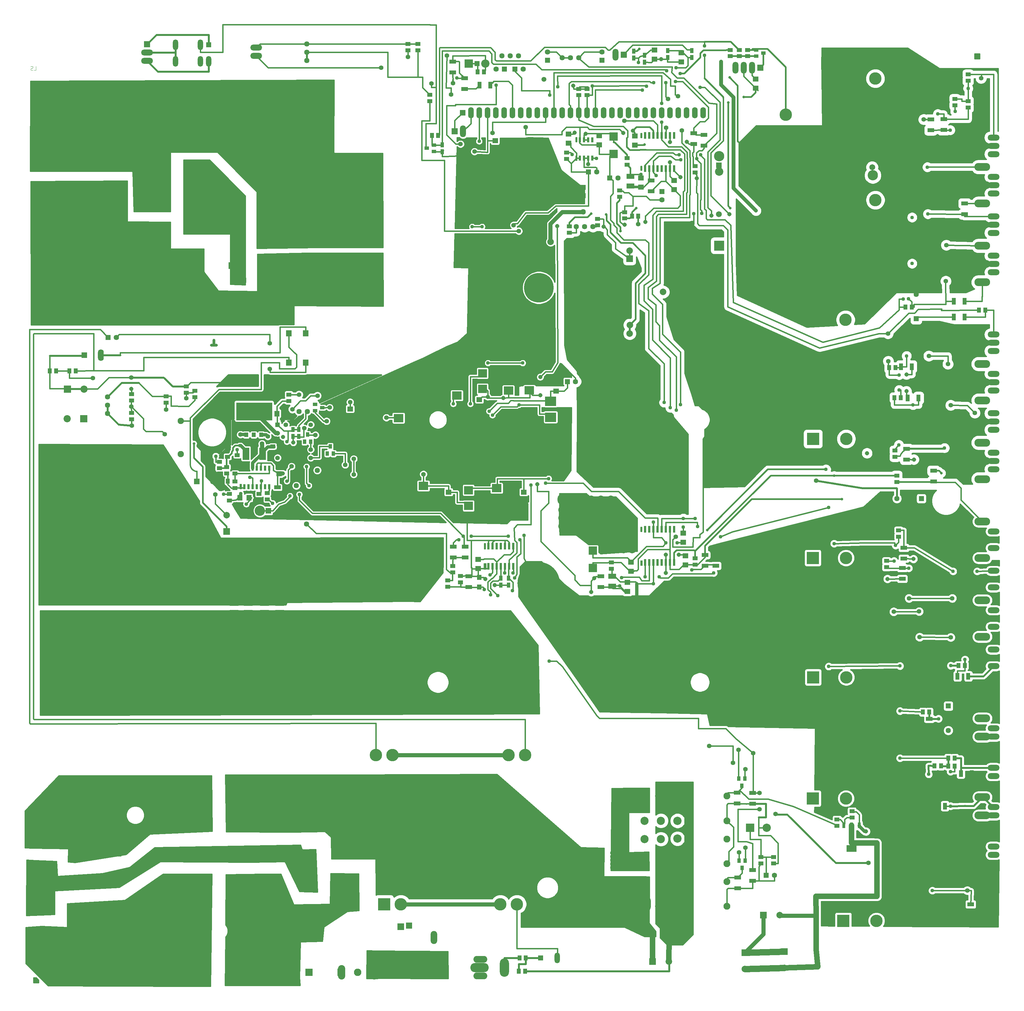
<source format=gbr>
G04 #@! TF.GenerationSoftware,KiCad,Pcbnew,(5.1.2)-1*
G04 #@! TF.CreationDate,2019-06-24T11:34:57+02:00*
G04 #@! TF.ProjectId,SI3002V4.1,53493330-3032-4563-942e-312e6b696361,rev?*
G04 #@! TF.SameCoordinates,Original*
G04 #@! TF.FileFunction,Copper,L16,Bot*
G04 #@! TF.FilePolarity,Positive*
%FSLAX46Y46*%
G04 Gerber Fmt 4.6, Leading zero omitted, Abs format (unit mm)*
G04 Created by KiCad (PCBNEW (5.1.2)-1) date 2019-06-24 11:34:57*
%MOMM*%
%LPD*%
G04 APERTURE LIST*
%ADD10C,0.101600*%
%ADD11C,0.200000*%
%ADD12R,3.500000X1.400000*%
%ADD13R,1.200000X1.400000*%
%ADD14O,2.812800X5.625600*%
%ADD15O,5.625600X2.812800*%
%ADD16O,4.225600X2.112800*%
%ADD17C,9.000000*%
%ADD18R,1.498600X1.143000*%
%ADD19C,3.149600*%
%ADD20R,3.149600X3.149600*%
%ADD21R,1.400000X1.000000*%
%ADD22R,1.800000X1.600000*%
%ADD23O,1.828800X3.657600*%
%ADD24R,1.828800X1.828800*%
%ADD25R,1.500000X1.300000*%
%ADD26C,1.574800*%
%ADD27R,1.574800X1.574800*%
%ADD28C,1.397000*%
%ADD29R,1.397000X1.397000*%
%ADD30C,2.184400*%
%ADD31C,2.286000*%
%ADD32R,2.286000X2.286000*%
%ADD33R,0.660400X1.600200*%
%ADD34R,0.660400X2.006600*%
%ADD35R,0.660400X2.032000*%
%ADD36R,1.600000X1.200000*%
%ADD37R,1.812800X1.812800*%
%ADD38C,1.812800*%
%ADD39R,2.000000X1.300000*%
%ADD40R,2.700000X2.600000*%
%ADD41R,3.400000X2.900000*%
%ADD42R,3.000000X2.500000*%
%ADD43R,1.612800X1.612800*%
%ADD44C,1.612800*%
%ADD45R,1.000000X1.400000*%
%ADD46R,1.600000X1.800000*%
%ADD47R,1.143000X1.498600*%
%ADD48R,1.300000X2.000000*%
%ADD49R,2.500000X2.500000*%
%ADD50R,0.914400X1.778000*%
%ADD51C,2.212800*%
%ADD52R,2.212800X2.212800*%
%ADD53C,2.012800*%
%ADD54R,2.012800X2.012800*%
%ADD55C,2.159000*%
%ADD56R,2.159000X2.159000*%
%ADD57R,3.810000X3.810000*%
%ADD58C,3.810000*%
%ADD59C,8.000000*%
%ADD60C,2.500000*%
%ADD61C,2.112800*%
%ADD62O,2.006600X4.013200*%
%ADD63R,2.006600X2.006600*%
%ADD64C,2.312800*%
%ADD65R,2.312800X2.312800*%
%ADD66C,2.540000*%
%ADD67R,2.540000X2.540000*%
%ADD68O,2.540000X5.080000*%
%ADD69C,1.625600*%
%ADD70R,1.625600X1.625600*%
%ADD71O,3.657600X1.828800*%
%ADD72O,4.825600X2.412800*%
%ADD73C,3.012800*%
%ADD74C,2.512800*%
%ADD75C,2.712800*%
%ADD76R,1.600200X1.600200*%
%ADD77C,1.600200*%
%ADD78O,1.712800X3.425600*%
%ADD79R,1.712800X1.712800*%
%ADD80R,1.300000X1.600000*%
%ADD81R,11.000000X5.500000*%
%ADD82R,2.082800X3.810000*%
%ADD83R,1.000000X1.500000*%
%ADD84R,6.312800X6.312800*%
%ADD85C,3.312800*%
%ADD86R,3.312800X3.312800*%
%ADD87R,1.400000X1.600000*%
%ADD88R,2.400000X1.600000*%
%ADD89R,1.300000X1.500000*%
%ADD90R,5.500000X1.850000*%
%ADD91R,2.700000X1.600000*%
%ADD92O,1.625600X3.251200*%
%ADD93O,3.625600X1.812800*%
%ADD94O,2.212800X4.425600*%
%ADD95C,13.000000*%
%ADD96R,1.700000X1.900000*%
%ADD97O,1.778000X3.556000*%
%ADD98R,1.778000X1.778000*%
%ADD99R,2.362800X2.362800*%
%ADD100C,1.930400*%
%ADD101C,1.312800*%
%ADD102C,1.412800*%
%ADD103C,0.800000*%
%ADD104C,1.112800*%
%ADD105C,1.512800*%
%ADD106C,1.400000*%
%ADD107C,2.812800*%
%ADD108C,1.000000*%
%ADD109C,0.406400*%
%ADD110C,1.016000*%
%ADD111C,0.609600*%
%ADD112C,0.812800*%
%ADD113C,0.500000*%
%ADD114C,1.200000*%
%ADD115C,0.400000*%
%ADD116C,1.422400*%
%ADD117C,1.300000*%
%ADD118C,1.270000*%
%ADD119C,1.000000*%
%ADD120C,1.676400*%
%ADD121C,1.930400*%
%ADD122C,3.810000*%
%ADD123C,2.184400*%
%ADD124C,1.778000*%
%ADD125C,0.254000*%
%ADD126C,0.050000*%
%ADD127C,0.154000*%
%ADD128C,0.025400*%
%ADD129C,0.508000*%
G04 APERTURE END LIST*
D10*
X1166074Y26895752D02*
X1740598Y26895752D01*
X1740598Y28102252D01*
X821360Y26953204D02*
X649002Y26895752D01*
X361740Y26895752D01*
X246836Y26953204D01*
X189383Y27010657D01*
X131931Y27125561D01*
X131931Y27240466D01*
X189383Y27355371D01*
X246836Y27412823D01*
X361740Y27470276D01*
X591550Y27527728D01*
X706455Y27585180D01*
X763907Y27642633D01*
X821360Y27757538D01*
X821360Y27872442D01*
X763907Y27987347D01*
X706455Y28044800D01*
X591550Y28102252D01*
X304288Y28102252D01*
X131931Y28044800D01*
D11*
G36*
X250045600Y-210477300D02*
G01*
X253093600Y-210477300D01*
X253093600Y-212509300D01*
X250045600Y-212509300D01*
X250045600Y-210477300D01*
G37*
D12*
X68451300Y-78568300D03*
D13*
X66140300Y-84766300D03*
X68451300Y-84766300D03*
X70762300Y-84766300D03*
D14*
X110916900Y-247957800D03*
D15*
X118536900Y-247957800D03*
X137586900Y-247957800D03*
D14*
X145206900Y-247957800D03*
D16*
X117901900Y-245417800D03*
X117901900Y-250497800D03*
X137904400Y-245417800D03*
X137904400Y-250497800D03*
D17*
X99963200Y-39836700D03*
X155843200Y-39678000D03*
X155684400Y-9515500D03*
X99963200Y-9515400D03*
X100027000Y-39773000D03*
X155765700Y-39741800D03*
X155603200Y-9614300D03*
X100026900Y-9514200D03*
D18*
X50460000Y-71268000D03*
X50460000Y-73222000D03*
D19*
X14555700Y-235321600D03*
D20*
X14555700Y-207889600D03*
D18*
X182840000Y-1997000D03*
X182840000Y-43000D03*
D21*
X222340000Y31215000D03*
X222340000Y33115000D03*
X224540000Y32165000D03*
D22*
X222230100Y24190200D03*
X222230100Y21390200D03*
D23*
X216039000Y27711500D03*
X218579000Y27711500D03*
X221119000Y27711500D03*
D24*
X223659000Y27711500D03*
D25*
X217215000Y31205000D03*
X217215000Y33105000D03*
X214451500Y31206300D03*
X214451500Y33106300D03*
X219745000Y31205000D03*
X219745000Y33105000D03*
D26*
X93771875Y-151437925D03*
D27*
X93771875Y-123497925D03*
D28*
X75753800Y-84207300D03*
X78293800Y-81667300D03*
D29*
X75753800Y-81667300D03*
D28*
X85913800Y-81667300D03*
X85913800Y-89287300D03*
X85913800Y-91827300D03*
X83373800Y-91827300D03*
X75753800Y-91827300D03*
D30*
X105408525Y-249466125D03*
D31*
X100328525Y-249466125D03*
D32*
X95248525Y-249466125D03*
D33*
X172169100Y-31700D03*
X172194500Y5607100D03*
X170899100Y-31700D03*
X169629100Y-31700D03*
X170924500Y5607100D03*
X169654500Y5607100D03*
X168359100Y-31700D03*
X168384500Y5607100D03*
X65593800Y-95040400D03*
X65593800Y-100679200D03*
X66863800Y-95040400D03*
X68133800Y-95040400D03*
X66863800Y-100679200D03*
X68133800Y-100679200D03*
X69403800Y-95040400D03*
X69403800Y-100679200D03*
X70673800Y-95040400D03*
X71943800Y-95040400D03*
X70673800Y-100679200D03*
X71943800Y-100679200D03*
X73213800Y-95040400D03*
X73213800Y-100679200D03*
D34*
X197197600Y6915200D03*
X195927600Y6915200D03*
X194657600Y6915200D03*
X193387600Y6915200D03*
X192117600Y6915200D03*
X190847600Y6915200D03*
X189577600Y6915200D03*
X188307600Y6915200D03*
X188307600Y-3244800D03*
X189577600Y-3244800D03*
X190847600Y-3244800D03*
X192117600Y-3244800D03*
X193387600Y-3244800D03*
X194657600Y-3244800D03*
X195927600Y-3244800D03*
X197197600Y-3244800D03*
X197197600Y-113734900D03*
X195927600Y-113734900D03*
X194657600Y-113734900D03*
X193387600Y-113734900D03*
X192117600Y-113734900D03*
X190847600Y-113734900D03*
X189577600Y-113734900D03*
X188307600Y-113734900D03*
X188307600Y-123894900D03*
X189577600Y-123894900D03*
X190847600Y-123894900D03*
X192117600Y-123894900D03*
X193387600Y-123894900D03*
X194657600Y-123894900D03*
X195927600Y-123894900D03*
X197197600Y-123894900D03*
D26*
X78452650Y-151437875D03*
D27*
X78452650Y-123497875D03*
D35*
X140365100Y-118916450D03*
X140365100Y-125063250D03*
X141635100Y-118916450D03*
X142905100Y-118916450D03*
X141635100Y-125063250D03*
X142905100Y-125063250D03*
X144175100Y-118916450D03*
X144175100Y-125063250D03*
X145445100Y-118916450D03*
X146715100Y-118916450D03*
X145445100Y-125063250D03*
X146715100Y-125063250D03*
X147985100Y-118916450D03*
X147985100Y-125063250D03*
D18*
X60990400Y-102915400D03*
X60990400Y-104869400D03*
X72579000Y-104551800D03*
X72579000Y-102597800D03*
X70038800Y-102915400D03*
X70038800Y-104869400D03*
X62736300Y-99105300D03*
X62736300Y-101059300D03*
X60196300Y-94660300D03*
X60196300Y-96614300D03*
D36*
X60450400Y-91485800D03*
X60450400Y-88485800D03*
D18*
X74325050Y-88310200D03*
X74325050Y-90264200D03*
X57973600Y-95026900D03*
X57973600Y-93072900D03*
D37*
X72968000Y-108019800D03*
D38*
X77968000Y-108019800D03*
D39*
X75753800Y-100875800D03*
X75753800Y-104177800D03*
D40*
X134253200Y-101730500D03*
X134253200Y-106530500D03*
X138539600Y-70732300D03*
X138539600Y-65932300D03*
D41*
X159415200Y-79378400D03*
X159415200Y-74478400D03*
D42*
X130681400Y-72744500D03*
X130681400Y-66523500D03*
X112821900Y-79650200D03*
X112821900Y-73429200D03*
X146476900Y-71236300D03*
X146476900Y-65015300D03*
X152906300Y-71157000D03*
X152906300Y-64936000D03*
X120441900Y-106637700D03*
X120441900Y-100416700D03*
X142865100Y-107343400D03*
X142865100Y-101122400D03*
D43*
X164546800Y-68459200D03*
D44*
X167046800Y-68459200D03*
D43*
X171023800Y-4197200D03*
D44*
X173523800Y-4197200D03*
D43*
X177532600Y-6102400D03*
D44*
X180032600Y-6102400D03*
D45*
X92864600Y-90514300D03*
X90964600Y-90514300D03*
X91914600Y-88314300D03*
X85911300Y-86894800D03*
X84011300Y-86894800D03*
X84961300Y-84694800D03*
D21*
X87258600Y-77378500D03*
X87258600Y-75478500D03*
X89458600Y-76428500D03*
D22*
X128141300Y-105133600D03*
X128141300Y-102333600D03*
X151160100Y-105133600D03*
X151160100Y-102333600D03*
X161090100Y-71336000D03*
X161090100Y-68536000D03*
X164891900Y4562700D03*
X164891900Y7362700D03*
X97978800Y-76854800D03*
X97978800Y-79654800D03*
X137555000Y-73975000D03*
X137555000Y-76775000D03*
X174258300Y4086400D03*
X174258300Y6886400D03*
D44*
X81497100Y-100368100D03*
D43*
X88997100Y-100368100D03*
D46*
X64194000Y-104051100D03*
X66994000Y-104051100D03*
D47*
X60492000Y-98995000D03*
X58538000Y-98995000D03*
D18*
X62736300Y-96614300D03*
X62736300Y-94660300D03*
D22*
X76229900Y-96719800D03*
X76229900Y-93919800D03*
D18*
X63371300Y-91009100D03*
X63371300Y-92963100D03*
D47*
X281231500Y-183822900D03*
X283185500Y-183822900D03*
X273452600Y-169694300D03*
X275406600Y-169694300D03*
D18*
X265435000Y-99222000D03*
X265435000Y-97268000D03*
X203706400Y-122600400D03*
X203706400Y-124554400D03*
X265999800Y-115981800D03*
X265999800Y-114027800D03*
D47*
X266675025Y-73412775D03*
X264721025Y-73412775D03*
X263133825Y-64205175D03*
X265087825Y-64205175D03*
X268055125Y-45631475D03*
X270009125Y-45631475D03*
D18*
X287288200Y17416900D03*
X287288200Y15462900D03*
D39*
X276725000Y-95794000D03*
X276725000Y-99096000D03*
X267603300Y-119386300D03*
X267603300Y-122688300D03*
X206722700Y-124910800D03*
X206722700Y-121608800D03*
D48*
X272111525Y-73491750D03*
X268809525Y-73491750D03*
X266745775Y-63887275D03*
X270047775Y-63887275D03*
D39*
X203230300Y7613600D03*
X203230300Y4311600D03*
X279827200Y11899600D03*
X279827200Y8597600D03*
D48*
X282875150Y-43869000D03*
X286177150Y-43869000D03*
X285081400Y-188522000D03*
X288383400Y-188522000D03*
D39*
X275382000Y-171773900D03*
X275382000Y-175075900D03*
X174813800Y-131419600D03*
X174813800Y-128117600D03*
X210056300Y-121608800D03*
X210056300Y-124910800D03*
X206405000Y3835600D03*
X206405000Y7137600D03*
X190213000Y-6832500D03*
X190213000Y-10134500D03*
D22*
X184021200Y-123764800D03*
X184021200Y-126564800D03*
X182910100Y-132756200D03*
X182910100Y-129956200D03*
X200720000Y-121825000D03*
X200720000Y-124625000D03*
X185195000Y6790000D03*
X185195000Y3990000D03*
X187037400Y-8931200D03*
X187037400Y-6131200D03*
X197197800Y-9645600D03*
X197197800Y-6845600D03*
D49*
X172353175Y-125530225D03*
X172353175Y-120196225D03*
X178703300Y6566000D03*
X178703300Y1232000D03*
D39*
X133221300Y-122370800D03*
X133221300Y-119068800D03*
X129570100Y-122370800D03*
X129570100Y-119068800D03*
D18*
X129411300Y-124981600D03*
X129411300Y-126935600D03*
X127919000Y-129394800D03*
X127919000Y-131348800D03*
X131792600Y-129951800D03*
X131792600Y-127997800D03*
D39*
X134332600Y-131419600D03*
X134332600Y-128117600D03*
D44*
X84643800Y-112087300D03*
D43*
X84643800Y-104587300D03*
D18*
X177988800Y-125824300D03*
X177988800Y-123870300D03*
D45*
X217028000Y-190088900D03*
X218928000Y-190088900D03*
X217978000Y-192288900D03*
X217123400Y-215187500D03*
X219023400Y-215187500D03*
X218073400Y-217387500D03*
D18*
X223788500Y-214119900D03*
X223788500Y-216073900D03*
X227677400Y-214119800D03*
X227677400Y-216073800D03*
D39*
X216724100Y-223653500D03*
X216724100Y-220351500D03*
X221248500Y-221430900D03*
X221248500Y-218128900D03*
X216565300Y-197697700D03*
X216565300Y-194395700D03*
X221248400Y-197777100D03*
X221248400Y-194475100D03*
D22*
X137190200Y-122971100D03*
X137190200Y-125771100D03*
D50*
X251569600Y-204381300D03*
X253919100Y-204381300D03*
X249220100Y-204381300D03*
D51*
X16492400Y-70761100D03*
D52*
X11412400Y-70761100D03*
D51*
X11333100Y-79810000D03*
D52*
X16413100Y-79810000D03*
D53*
X218866800Y-248394100D03*
D54*
X218866800Y-243394100D03*
D53*
X229542600Y-231924400D03*
D54*
X224542600Y-231924400D03*
D18*
X247124500Y-204564500D03*
X247124500Y-202610500D03*
X251728200Y-202024400D03*
X251728200Y-200070400D03*
D53*
X195649500Y-246163900D03*
D54*
X190649500Y-246163900D03*
D18*
X122394700Y17431700D03*
X122394700Y19385700D03*
X31034100Y-80009300D03*
X31034100Y-78055300D03*
D22*
X142428900Y5298900D03*
X142428900Y2498900D03*
D44*
X70443300Y-37408000D03*
D43*
X65443300Y-37408000D03*
D44*
X65316400Y-25787400D03*
D43*
X70316400Y-25787400D03*
D44*
X88295100Y-31982100D03*
D43*
X88295100Y-24482100D03*
D44*
X169352800Y-16456300D03*
D43*
X169352800Y-8956300D03*
D38*
X210977000Y-17190000D03*
D37*
X210977000Y-2190000D03*
X252895400Y-2816300D03*
D38*
X257895400Y-2816300D03*
D44*
X271413400Y-41706550D03*
D43*
X271413400Y-49206550D03*
D44*
X281239800Y-175349300D03*
D43*
X281239800Y-167849300D03*
D18*
X203706200Y-4380900D03*
X203706200Y-2426900D03*
D55*
X85199200Y-222446900D03*
D56*
X85199200Y-237432900D03*
D55*
X85278700Y-214874300D03*
D56*
X85278700Y-199888300D03*
D57*
X239726900Y-122497900D03*
D58*
X249886900Y-122497900D03*
D57*
X239790300Y-86017200D03*
D58*
X249950300Y-86017200D03*
D57*
X239600000Y-49536400D03*
D58*
X249760000Y-49536400D03*
D57*
X248743700Y-12865200D03*
D58*
X258903700Y-12865200D03*
D44*
X149572600Y31362400D03*
X147032600Y31362400D03*
X144492600Y31362400D03*
X162908000Y30727600D03*
X165448000Y30727600D03*
X167988000Y30727600D03*
D51*
X12095000Y-244545000D03*
D52*
X17175000Y-244545000D03*
D51*
X12968200Y-198507600D03*
D52*
X7888200Y-198507600D03*
D22*
X200055000Y-114874750D03*
X200055000Y-117674750D03*
D59*
X2681200Y-223478600D03*
X52258800Y-18580100D03*
D18*
X31034000Y-74230800D03*
X31034000Y-72276800D03*
D60*
X193209600Y-195441700D03*
X188169600Y-203001700D03*
D61*
X213369600Y-203001700D03*
X213369600Y-195441700D03*
D60*
X188169600Y-195441700D03*
X193209600Y-203001700D03*
X193209700Y-221635500D03*
X188169700Y-229195500D03*
D61*
X213369700Y-229195500D03*
X213369700Y-221635500D03*
D60*
X188169700Y-221635500D03*
X193209700Y-229195500D03*
D62*
X64323900Y-32931200D03*
D63*
X51623900Y-30391200D03*
D62*
X40829000Y-69800D03*
D63*
X53529000Y-2609800D03*
D64*
X73610800Y18186600D03*
D65*
X68530800Y18186600D03*
D64*
X82262700Y14614600D03*
D65*
X87342700Y14614600D03*
D64*
X10355000Y-10155000D03*
D65*
X5275000Y-10155000D03*
D64*
X17135000Y-14815000D03*
D65*
X12055000Y-14815000D03*
D64*
X4515000Y-19390000D03*
D65*
X9595000Y-19390000D03*
D55*
X4237200Y-244735400D03*
D56*
X4237200Y-229749400D03*
D55*
X3681400Y-216953900D03*
D56*
X3681400Y-201967900D03*
D66*
X14555700Y-235290000D03*
D67*
X14555700Y-212684000D03*
D66*
X95915000Y-226955300D03*
D67*
X95915000Y-204349300D03*
D68*
X122683900Y-247958000D03*
D67*
X145188300Y-247958000D03*
D69*
X158462200Y32473900D03*
D70*
X158462200Y29933900D03*
D69*
X175131300Y32473900D03*
D70*
X175131300Y29933900D03*
D69*
X142746300Y27235400D03*
D70*
X145286300Y27235400D03*
D69*
X151001400Y27235300D03*
D70*
X148461400Y27235300D03*
D57*
X239711000Y-196189800D03*
D58*
X249871000Y-196189800D03*
D25*
X170527500Y21200300D03*
X170527500Y19300300D03*
X167987600Y21200300D03*
X167987600Y19300300D03*
D71*
X295083300Y-203904800D03*
X295083300Y-201364800D03*
X295083300Y-198824800D03*
D72*
X291646300Y-206952800D03*
X291646300Y-201364800D03*
X291646300Y-195776800D03*
D48*
X280207700Y-198507400D03*
X276905700Y-198507400D03*
D47*
X281231700Y-186236600D03*
X283185700Y-186236600D03*
D18*
X262301100Y-123394100D03*
X262301100Y-125348100D03*
D39*
X267127200Y-125577800D03*
X267127200Y-128879800D03*
D18*
X264904600Y-89580200D03*
X264904600Y-91534200D03*
D39*
X268397000Y-89065300D03*
X268397000Y-92367300D03*
D71*
X295083000Y-143579800D03*
X295083000Y-141039800D03*
X295083000Y-138499800D03*
D72*
X291646000Y-146627800D03*
X291646000Y-141039800D03*
X291646000Y-135451800D03*
D71*
X295083100Y-95319700D03*
X295083100Y-92779700D03*
X295083100Y-90239700D03*
D72*
X291646100Y-98367700D03*
X291646100Y-92779700D03*
X291646100Y-87191700D03*
D71*
X295067100Y-22929700D03*
X295067100Y-20389700D03*
X295067100Y-17849700D03*
D18*
X283240600Y18132100D03*
X283240600Y16178100D03*
D39*
X286256600Y-17214700D03*
X286256600Y-13912700D03*
D71*
X295067100Y-191840100D03*
X295067100Y-189300100D03*
X295067100Y-186760100D03*
X295083100Y-179775000D03*
X295083100Y-177235000D03*
X295083100Y-174695000D03*
D72*
X291646100Y-182823000D03*
X291646100Y-177235000D03*
X291646100Y-171647000D03*
D71*
X295083100Y-34994800D03*
X295083100Y-32454800D03*
X295083100Y-29914800D03*
D72*
X291646100Y-38042800D03*
X291646100Y-32454800D03*
X291646100Y-26866800D03*
D71*
X295083100Y-10864700D03*
X295083100Y-8324700D03*
X295083100Y-5784700D03*
D72*
X291646100Y-13912700D03*
X291646100Y-8324700D03*
X291646100Y-2736700D03*
D71*
X295067100Y-83254900D03*
X295067100Y-80714900D03*
X295067100Y-78174900D03*
X295083200Y-71189800D03*
X295083200Y-68649800D03*
X295083200Y-66109800D03*
D72*
X291646200Y-74237800D03*
X291646200Y-68649800D03*
X291646200Y-63061800D03*
D71*
X295082900Y-119449900D03*
X295082900Y-116909900D03*
X295082900Y-114369900D03*
D72*
X291645900Y-122497900D03*
X291645900Y-116909900D03*
X291645900Y-111321900D03*
D71*
X295067200Y-131515000D03*
X295067200Y-128975000D03*
X295067200Y-126435000D03*
D64*
X30748300Y-33010700D03*
D65*
X25668300Y-33010700D03*
D64*
X73690100Y-2451200D03*
D65*
X68610100Y-2451200D03*
D73*
X75436225Y-227003175D03*
X75436225Y-221843675D03*
X75436225Y-201682475D03*
X75436225Y-196522975D03*
X39876225Y-226923775D03*
X39876225Y-221764275D03*
X39876225Y-201761875D03*
X39876225Y-196602375D03*
X75436125Y-232082975D03*
X75356925Y-191443075D03*
X39876325Y-232083075D03*
X39876225Y-191443075D03*
D74*
X66546125Y-227003175D03*
X48766225Y-227003175D03*
X48766125Y-196523075D03*
X48766125Y-196523075D03*
X66546125Y-196523075D03*
X49401225Y-220811875D03*
X65911225Y-220811875D03*
X49401225Y-202714275D03*
X65911225Y-202714275D03*
D75*
X47496225Y-229543075D03*
X67816225Y-229543075D03*
X47496225Y-193983075D03*
X67816225Y-193983075D03*
D55*
X4316200Y-229781200D03*
D56*
X4316200Y-239941200D03*
D55*
X3760600Y-216922600D03*
D56*
X3760600Y-206762600D03*
D26*
X63053600Y-151437925D03*
D27*
X63053600Y-123497925D03*
D53*
X231026900Y-248076900D03*
D54*
X231026900Y-243076900D03*
D76*
X225455250Y-219700500D03*
D77*
X227995250Y-219700500D03*
D66*
X225613900Y-205174900D03*
D67*
X220533900Y-205174900D03*
D78*
X206087700Y13900200D03*
X203547700Y13900200D03*
X201007700Y13900200D03*
X198467700Y13900200D03*
X195927700Y13900200D03*
X188307700Y13900200D03*
X193387700Y13900200D03*
X190847700Y13900200D03*
X185767700Y13900200D03*
X183227700Y13900200D03*
X180687700Y13900200D03*
X178147700Y13900200D03*
X175607700Y13900200D03*
X173067700Y13900200D03*
X170527700Y13900200D03*
X167987700Y13900200D03*
X165447700Y13900200D03*
X162907700Y13900200D03*
X160367700Y13900200D03*
X157827700Y13900200D03*
X155287700Y13900200D03*
X152747700Y13900200D03*
X150207700Y13900200D03*
X147667700Y13900200D03*
X145127700Y13900200D03*
X142587700Y13900200D03*
X140047700Y13900200D03*
X137507700Y13900200D03*
X134967700Y13900200D03*
D79*
X132427700Y13900200D03*
D60*
X193209400Y-208618000D03*
X188169400Y-216178000D03*
D61*
X213369400Y-216178000D03*
X213369400Y-208618000D03*
D60*
X188169400Y-208618000D03*
X193209400Y-216178000D03*
D55*
X85278800Y-204777900D03*
D56*
X85278800Y-214937900D03*
D55*
X85199600Y-222478400D03*
D56*
X85199600Y-232638400D03*
D69*
X193546400Y-12770000D03*
D70*
X193546400Y-10230000D03*
D25*
X180529000Y-11814900D03*
X180529000Y-9914900D03*
D80*
X184345000Y-17800000D03*
X186245000Y-17800000D03*
D25*
X182116400Y-18482500D03*
X182116400Y-16582500D03*
D19*
X25826900Y2374900D03*
D20*
X25826900Y-25057100D03*
D19*
X95915200Y-199554900D03*
D20*
X95915200Y-226986900D03*
D81*
X68610300Y-77603500D03*
D82*
X66070300Y-90557500D03*
X71150300Y-90557500D03*
D83*
X80516300Y-83154800D03*
X80516300Y-85259800D03*
X82262600Y-83154800D03*
X82262600Y-85259800D03*
D53*
X183624400Y-53727500D03*
X183624400Y-28327500D03*
D84*
X206246300Y-40710000D03*
X171321300Y-40710000D03*
D53*
X183646300Y-51144000D03*
D54*
X183592300Y-30836000D03*
D53*
X193864400Y-41012900D03*
D62*
X51623700Y-30391000D03*
D63*
X61783700Y-32931000D03*
D62*
X50989000Y-2610000D03*
D63*
X40829000Y-70000D03*
D23*
X123617000Y-238702800D03*
D24*
X115997000Y-235146800D03*
D62*
X123617100Y-238734400D03*
D63*
X113457100Y-235432400D03*
D83*
X184910500Y32732500D03*
X184910500Y30627500D03*
X188164700Y31462775D03*
X188164700Y29357775D03*
X202658800Y32891200D03*
X202658800Y30786200D03*
X195260800Y32923200D03*
X195260800Y30818200D03*
D21*
X123653200Y3959700D03*
X123653200Y2059700D03*
X121453200Y3009700D03*
D71*
X35764500Y29790900D03*
X35764500Y32330900D03*
D24*
X35764500Y34870900D03*
D44*
X265472500Y-104305200D03*
D43*
X272972500Y-104305200D03*
D83*
X126236100Y4062400D03*
X126236100Y1957400D03*
D22*
X191260500Y30280000D03*
X191260500Y33080000D03*
X199451800Y29422900D03*
X199451800Y32222900D03*
D83*
X146556400Y-128716000D03*
X146556400Y-130821000D03*
X144175000Y-128716000D03*
X144175000Y-130821000D03*
D23*
X179258900Y31680000D03*
D24*
X181798900Y31680000D03*
D47*
X137006800Y26441400D03*
X138960800Y26441400D03*
D39*
X129411400Y29521200D03*
X129411400Y26219200D03*
D76*
X136872600Y28981300D03*
D77*
X139412600Y28981300D03*
D66*
X139412700Y28981500D03*
D67*
X134332700Y28981500D03*
D69*
X62418900Y-46424900D03*
D70*
X62418900Y-36264900D03*
D69*
X59148500Y-7562900D03*
D70*
X69308500Y-7562900D03*
D66*
X25827000Y-2419400D03*
D67*
X25827000Y-25025400D03*
D85*
X42097700Y-37611700D03*
X47297700Y-37611700D03*
X52397700Y-37611700D03*
X47297700Y-48411700D03*
X42177700Y-48411700D03*
D86*
X52397700Y-48411700D03*
D85*
X42732700Y18823900D03*
X47932700Y18823900D03*
X53032700Y18823900D03*
X47932700Y8023900D03*
X42812700Y8023900D03*
D86*
X53032700Y8023900D03*
D85*
X5585300Y-140719800D03*
X10785300Y-140719800D03*
X15885300Y-140719800D03*
X10785300Y-151519800D03*
X5665300Y-151519800D03*
D86*
X15885300Y-151519800D03*
D85*
X23841500Y-93491700D03*
X29041500Y-93491700D03*
X34141500Y-93491700D03*
X29041500Y-104291700D03*
X23921500Y-104291700D03*
D86*
X34141500Y-104291700D03*
D64*
X87263300Y3660600D03*
D65*
X82183300Y3660600D03*
D85*
X35273800Y-168585400D03*
X30073800Y-168585400D03*
X24973800Y-168585400D03*
X30073800Y-157785400D03*
X35193800Y-157785400D03*
D86*
X24973800Y-157785400D03*
D85*
X4870600Y-93809300D03*
X10070600Y-93809300D03*
X15170600Y-93809300D03*
X10070600Y-104609300D03*
X4950600Y-104609300D03*
D86*
X15170600Y-104609300D03*
D44*
X169416400Y-16539900D03*
D43*
X169416400Y-11539900D03*
D19*
X250490100Y-5277200D03*
X258110100Y-5277200D03*
D44*
X87938300Y-95637300D03*
D43*
X92938300Y-95637300D03*
D44*
X86707700Y-30986200D03*
D43*
X86707700Y-25986200D03*
D19*
X70356300Y-108019800D03*
X77976300Y-108019800D03*
D64*
X25435000Y-40365000D03*
D65*
X30515000Y-40365000D03*
D64*
X73134400Y8740800D03*
D65*
X68054400Y8740800D03*
D87*
X137507600Y-128427200D03*
X137507600Y-131427200D03*
D88*
X178306300Y-128109700D03*
X178306300Y-131109700D03*
X183862600Y-5554900D03*
X183862600Y-8554900D03*
D39*
X133030800Y21139100D03*
X133030800Y24441100D03*
D48*
X137602800Y22313700D03*
X140904800Y22313700D03*
D89*
X124932100Y6946800D03*
X123032100Y6946800D03*
D64*
X82231000Y-7610400D03*
D65*
X87311000Y-7610400D03*
D64*
X25588800Y-48568000D03*
D65*
X30668800Y-48568000D03*
D18*
X164257000Y-253200D03*
X164257000Y1700800D03*
D57*
X249061200Y-233654700D03*
D58*
X259221200Y-233654700D03*
D44*
X84723200Y34950300D03*
X84723200Y32410300D03*
X84723200Y29870300D03*
D18*
X115695300Y34943100D03*
X115695300Y32989100D03*
X118727600Y32989100D03*
X118727600Y34943100D03*
D46*
X75528600Y-78301800D03*
X78328600Y-78301800D03*
D18*
X79246200Y-72483100D03*
X79246200Y-74437100D03*
X41654300Y-72975000D03*
X41654300Y-74929000D03*
D44*
X82377900Y-77666800D03*
X84877900Y-77666800D03*
D90*
X104868600Y-134743400D03*
X104868600Y-139843400D03*
X97756600Y-134902000D03*
X97756600Y-140002000D03*
X90803400Y-134711600D03*
X90803400Y-139811600D03*
X83215100Y-134902000D03*
X83215100Y-140002000D03*
D91*
X76420500Y-136369600D03*
X76420500Y-139169600D03*
X71721500Y-136369500D03*
X71721500Y-139169500D03*
X66736800Y-136369500D03*
X66736800Y-139169500D03*
X62482300Y-136369500D03*
X62482300Y-139169500D03*
D92*
X54656000Y29663900D03*
X52116000Y29663900D03*
X44496000Y29663900D03*
X44496000Y34743900D03*
X52116000Y34743900D03*
D70*
X54656000Y34743900D03*
D25*
X165130100Y-20932200D03*
X165130100Y-22832200D03*
X173766100Y-20546200D03*
X173766100Y-18646200D03*
D44*
X172369100Y-20993200D03*
X169829100Y-20993200D03*
X167289100Y-20993200D03*
D18*
X47782100Y-69958800D03*
X47782100Y-71912800D03*
D44*
X23652000Y-73158500D03*
X23652000Y-75698500D03*
X23652000Y-78238500D03*
D57*
X248711900Y24377600D03*
D58*
X258871900Y24377600D03*
D57*
X239822000Y-159058100D03*
D58*
X249982000Y-159058100D03*
D71*
X295067100Y1200200D03*
X295067100Y3740200D03*
X295067100Y6280200D03*
D18*
X287288300Y23718300D03*
X287288300Y25672300D03*
D39*
X275858300Y11820400D03*
X275858300Y8518400D03*
D71*
X295067200Y-59124800D03*
X295067200Y-56584800D03*
X295067200Y-54044800D03*
D47*
X290597600Y-46583750D03*
X292551600Y-46583750D03*
D48*
X286240475Y-48726900D03*
X282938475Y-48726900D03*
D71*
X295067200Y-155644900D03*
X295067200Y-153104900D03*
X295067200Y-150564900D03*
D47*
X284327000Y-155486200D03*
X286281000Y-155486200D03*
D48*
X284049900Y-158740700D03*
X287351900Y-158740700D03*
D71*
X295067100Y-215970000D03*
X295067100Y-213430000D03*
X295067100Y-210890000D03*
D39*
X288081700Y-228607000D03*
X288081700Y-231909000D03*
D47*
X278978200Y-186204800D03*
X277024200Y-186204800D03*
D26*
X47813800Y-151358700D03*
D27*
X47813800Y-123418700D03*
D66*
X26620600Y-235289800D03*
D67*
X26620600Y-212683800D03*
D19*
X26620600Y-207889600D03*
D20*
X26620600Y-235321600D03*
D19*
X211009000Y628500D03*
D20*
X211009000Y-26803500D03*
D66*
X211009000Y-4165500D03*
D67*
X211009000Y-26771500D03*
D51*
X12968200Y-193348100D03*
D52*
X7888200Y-193348100D03*
D51*
X16936900Y-249783700D03*
D52*
X11856900Y-249783700D03*
D85*
X6299500Y18506300D03*
X11499500Y18506300D03*
X16599500Y18506300D03*
X11499500Y7706300D03*
X6379500Y7706300D03*
D86*
X16599500Y7706300D03*
D85*
X5108900Y-37850100D03*
X10308900Y-37850100D03*
X15408900Y-37850100D03*
X10308900Y-48650100D03*
X5188900Y-48650100D03*
D86*
X15408900Y-48650100D03*
D85*
X4791600Y-114049900D03*
X9991600Y-114049900D03*
X15091600Y-114049900D03*
X9991600Y-124849900D03*
X4871600Y-124849900D03*
D86*
X15091600Y-124849900D03*
D85*
X24000200Y-113891300D03*
X29200200Y-113891300D03*
X34300200Y-113891300D03*
X29200200Y-124691300D03*
X24080200Y-124691300D03*
D86*
X34300200Y-124691300D03*
D85*
X5267400Y-157150400D03*
X10467400Y-157150400D03*
X15567400Y-157150400D03*
X10467400Y-167950400D03*
X5347400Y-167950400D03*
D86*
X15567400Y-167950400D03*
D85*
X24476300Y-140958200D03*
X29676300Y-140958200D03*
X34776300Y-140958200D03*
X29676300Y-151758200D03*
X24556300Y-151758200D03*
D86*
X34776300Y-151758200D03*
D93*
X69245300Y31282900D03*
X69245300Y33822900D03*
D94*
X105398700Y-249466200D03*
X95398700Y-249466200D03*
D52*
X85398700Y-249466200D03*
D95*
X134179400Y-150860500D03*
X194359400Y-90880500D03*
X174764400Y-111145500D03*
X155714400Y-130195500D03*
D66*
X78452600Y-18373900D03*
D67*
X78452600Y-40979900D03*
D58*
X151636300Y-182870600D03*
X146556300Y-182870600D03*
X110996300Y-182870600D03*
X105916300Y-182870600D03*
X144016300Y-228590600D03*
X149096300Y-228590600D03*
X113536300Y-228590600D03*
D57*
X108456300Y-228590600D03*
D89*
X149654500Y-249069400D03*
X151554500Y-249069400D03*
X151792800Y-245021100D03*
X149892800Y-245021100D03*
D96*
X79236500Y-62672600D03*
X84336500Y-62672600D03*
X84336500Y-53672600D03*
X79236500Y-53672600D03*
D89*
X13918200Y-65157600D03*
X12018200Y-65157600D03*
X5985800Y-65157300D03*
X7885800Y-65157300D03*
D37*
X51029000Y-99050650D03*
D38*
X56029000Y-99050650D03*
D53*
X60196325Y-109409300D03*
D54*
X60196325Y-114409300D03*
D92*
X161399600Y-245021300D03*
D70*
X156319600Y-245021300D03*
D97*
X21620100Y-60394900D03*
D98*
X16540100Y-60394900D03*
D99*
X13840725Y-24835625D03*
X13840725Y-27375625D03*
X11300725Y-24835625D03*
X11300725Y-27375625D03*
X8760725Y-24835625D03*
X8760725Y-27375625D03*
X6220725Y-24835625D03*
X6220725Y-27375625D03*
X13840725Y-29915625D03*
X13840725Y-32455625D03*
X11300725Y-29915625D03*
X11310725Y-32455625D03*
X8760725Y-29915625D03*
X6220725Y-29915625D03*
X8760725Y-32455625D03*
X6220725Y-32455625D03*
X31938225Y17947500D03*
X31938225Y15407500D03*
X29398225Y17947500D03*
X29398225Y15407500D03*
X26858225Y17947500D03*
X26858225Y15407500D03*
X24318225Y17947500D03*
X24318225Y15407500D03*
X31938225Y12867500D03*
X31938225Y10327500D03*
X29398225Y12867500D03*
X29408225Y10327500D03*
X26858225Y12867500D03*
X24318225Y12867500D03*
X26858225Y10327500D03*
X24318225Y10327500D03*
D26*
X109091350Y-151438125D03*
D27*
X109091350Y-123498125D03*
D23*
X132586350Y8185000D03*
D24*
X130046350Y8185000D03*
D69*
X26382600Y-54918125D03*
D70*
X23842600Y-54918125D03*
D100*
X46067600Y-90716250D03*
X46067600Y-80556250D03*
D101*
X195927600Y-1244550D03*
X256014600Y-206286300D03*
X268397200Y-71412100D03*
X270683400Y-92335200D03*
X262587000Y-128911400D03*
X166304850Y22218700D03*
X195927600Y4914850D03*
X170146625Y7486650D03*
X170924500Y-1831975D03*
X270540175Y-122799525D03*
X76118875Y-89922250D03*
X256332100Y-90398700D03*
X193228900Y30330500D03*
D102*
X256776500Y-215938200D03*
X80262350Y-80238550D03*
X30970500Y-67205300D03*
X219105100Y-211286800D03*
X219105100Y-187236200D03*
X228312600Y-200888700D03*
D101*
X30986350Y-70713750D03*
D58*
X156478200Y2787500D03*
X231408100Y13264900D03*
D101*
X268396975Y-66268750D03*
D102*
X59561350Y-75873125D03*
D101*
X61625050Y-93097300D03*
X201086975Y5010000D03*
D102*
X133380100Y-24438125D03*
D101*
X166717600Y7788125D03*
D103*
X222317509Y-16115000D03*
X211585000Y29565000D03*
D102*
X59561350Y-69445390D03*
D103*
X55116350Y-93381350D03*
X188170000Y4150000D03*
X171845000Y-16995000D03*
X176370000Y-17280000D03*
X185625000Y-15340000D03*
X248630000Y-104450000D03*
X279115000Y-96515000D03*
D101*
X142290000Y-130850000D03*
X139368371Y-128930622D03*
X171797600Y-132943600D03*
X77373000Y-96589800D03*
X77404800Y-85413800D03*
X155287600Y-99923600D03*
X194657700Y-121513700D03*
X198705675Y-121513600D03*
X194657600Y-127069900D03*
X172750000Y-128657300D03*
X80579800Y-87160000D03*
X156240100Y-67062300D03*
X156240100Y-72618500D03*
X144921325Y-73491675D03*
D102*
X83913600Y-82746800D03*
X215295100Y-185251800D03*
X207992600Y-180092500D03*
D101*
X188466350Y-19596250D03*
X161399475Y-20866250D03*
D103*
X214460000Y-15305000D03*
X213805000Y17000000D03*
X218540000Y18750000D03*
D101*
X140150000Y-73155000D03*
D104*
X194149500Y-74872800D03*
X194721000Y-117862300D03*
X158938900Y-154057400D03*
X190847500Y-111512350D03*
X198149950Y-117833500D03*
D102*
X223391350Y-199460000D03*
X223391350Y-194475100D03*
X221407000Y-182315125D03*
X151795100Y9455000D03*
D101*
X184576975Y8343750D03*
X181660000Y7709944D03*
D104*
X141000100Y-133794610D03*
X59212000Y-102939800D03*
X149699600Y-75571300D03*
X141571600Y-78746300D03*
D102*
X148064525Y-20548800D03*
X99090100Y-92145000D03*
X99074200Y-96907200D03*
D104*
X158780100Y-98177300D03*
D66*
X198269200Y-203031700D03*
D105*
X157319600Y24123600D03*
D66*
X198269100Y-208468900D03*
D58*
X39003100Y-142547800D03*
D59*
X146238800Y-145961100D03*
D66*
X167352400Y-107702400D03*
X168939900Y-104686000D03*
X165050700Y-107702200D03*
X171797400Y-104686200D03*
X174813700Y-104686200D03*
X177830000Y-104686200D03*
X180687500Y-107226200D03*
X180846200Y-110083700D03*
X183545000Y-110083700D03*
X184338800Y-113100000D03*
X184418100Y-117783000D03*
X176798200Y-119846900D03*
X165130200Y-110321800D03*
X184338800Y-119767500D03*
X181719400Y-119767500D03*
X179338200Y-119767500D03*
X125125100Y-118021100D03*
X122585100Y-118021100D03*
X122585200Y-125561700D03*
X125125200Y-125561700D03*
X125125200Y-123101125D03*
X125125100Y-120561100D03*
X122585200Y-120561000D03*
X122585200Y-123101100D03*
D58*
X163383800Y-104527300D03*
X44321200Y-119211500D03*
D66*
X181878100Y-113100000D03*
X181719400Y-115878000D03*
X181798800Y-117862500D03*
X166558700Y-104686000D03*
X165129900Y-112782400D03*
X167273000Y-112782400D03*
X167431700Y-110242300D03*
X162986800Y-107781700D03*
X162986800Y-110242200D03*
X162986800Y-112782300D03*
X179338200Y-117465700D03*
X184338800Y-115639900D03*
X120124400Y-118021100D03*
X120124500Y-125561700D03*
X120124500Y-120561000D03*
X120124500Y-123101100D03*
X117584400Y-118021100D03*
X117584500Y-125561700D03*
X117584500Y-120561000D03*
X117584500Y-123101100D03*
D102*
X90771600Y-80587800D03*
D104*
X79563750Y-103495375D03*
X78611300Y-86874300D03*
X78611400Y-98971000D03*
D102*
X80040100Y-94446900D03*
D104*
X173464500Y-69900D03*
X166019125Y1120675D03*
D102*
X70991300Y-87477550D03*
D106*
X72764506Y-85267414D03*
D104*
X67260725Y-97828050D03*
X63371300Y-89366625D03*
X56862500Y-91351050D03*
X70832650Y-98875750D03*
X64482600Y-102781000D03*
D102*
X194816350Y9296250D03*
D104*
X190927025Y23139500D03*
X194657600Y23139500D03*
D102*
X195371975Y18106875D03*
D104*
X203706200Y-110401100D03*
X200055100Y-113068050D03*
X200055100Y-110401100D03*
X193387600Y11042500D03*
X161558275Y21837650D03*
X193387600Y16757475D03*
X197883540Y-77234150D03*
D102*
X181958587Y11417596D03*
D104*
X205389250Y1041400D03*
X198769325Y1041400D03*
X287288400Y21361400D03*
X267444600Y-43170575D03*
D102*
X284430900Y-54124225D03*
X281097100Y-51822300D03*
X281097100Y-52933500D03*
X279985900Y-52933500D03*
X279985900Y-51822300D03*
D104*
X199245575Y-546100D03*
X131316300Y-116909800D03*
X150017050Y-116909800D03*
X148381875Y-128641425D03*
D102*
X282208300Y-51822200D03*
X279985900Y-54124225D03*
X281097100Y-54124225D03*
X282208400Y-54124225D03*
X283319600Y-54124225D03*
X282208400Y-55235425D03*
X285542100Y-54124225D03*
X285542100Y-55235425D03*
X279985900Y-55235425D03*
X281097100Y-55235425D03*
X283319600Y-55235425D03*
X284430900Y-55235425D03*
X282208300Y-52933500D03*
X272207050Y-51822300D03*
X272207050Y-52933600D03*
D104*
X191720725Y-5308800D03*
X187037700Y-4991200D03*
D102*
X283319600Y-51822200D03*
X283319600Y-52933500D03*
X284430800Y-51822200D03*
X284430800Y-52933500D03*
X285542100Y-51822200D03*
X285542100Y-52933500D03*
X272207050Y-54124225D03*
X272207150Y-55235550D03*
D107*
X210850000Y-41027400D03*
D104*
X281811350Y8581900D03*
D102*
X274429600Y-51822300D03*
X274429600Y-52933500D03*
X273318400Y-52933500D03*
X273318400Y-51822300D03*
X275540800Y-51822200D03*
X275540800Y-52933500D03*
X276652100Y-51822200D03*
X276652100Y-52933500D03*
X277763300Y-51822200D03*
X277763300Y-52933500D03*
X278874600Y-51822200D03*
X278874600Y-52933500D03*
X274350200Y-54124225D03*
X274350200Y-55235425D03*
X273318400Y-55235425D03*
X273318300Y-54124225D03*
X275461400Y-54124125D03*
X275461400Y-55235425D03*
X276572700Y-54124125D03*
X276572700Y-55235425D03*
X277683900Y-54124125D03*
X277683900Y-55235425D03*
X278795200Y-54124125D03*
X278795200Y-55235425D03*
X288955300Y-54124225D03*
X286732700Y-51822200D03*
X286732800Y-54124225D03*
X287844000Y-54124225D03*
X286732800Y-55235425D03*
X290066500Y-54124225D03*
X290066500Y-55235425D03*
X287844000Y-55235425D03*
X288955300Y-55235425D03*
X286732700Y-52933500D03*
X287844000Y-51822200D03*
X287844000Y-52933500D03*
X288955200Y-51822200D03*
X288955200Y-52933500D03*
X290066500Y-51822200D03*
X290066500Y-52933500D03*
X290066500Y-56425950D03*
X288875875Y-56425950D03*
X287685250Y-56425950D03*
X286494625Y-56425950D03*
X285304000Y-56425950D03*
X284113375Y-56425950D03*
X282922750Y-56425950D03*
X281732125Y-56425950D03*
X280541500Y-56425950D03*
X279350875Y-56425950D03*
X278160250Y-56425950D03*
X276969625Y-56425950D03*
X275779000Y-56425950D03*
X274588375Y-56425950D03*
X273397750Y-56425950D03*
X272207125Y-56425950D03*
X197753225Y-115957500D03*
D104*
X205690825Y-16976575D03*
X203230200Y-17055950D03*
X204204610Y-149225D03*
X266174600Y-71031200D03*
X266174600Y-66427500D03*
X266095200Y-87858600D03*
D102*
X262745500Y-53759200D03*
X262840800Y-62220575D03*
D101*
X199181975Y-5864375D03*
X204182600Y-6181875D03*
D104*
X204388925Y-112877500D03*
D102*
X199578850Y8502500D03*
X198388225Y18980000D03*
D104*
X199200000Y-75540000D03*
X157827700Y-99606100D03*
D102*
X141635100Y7708750D03*
D104*
X188307600Y-128276300D03*
X192673200Y-128260600D03*
X209342000Y-127070000D03*
X211485100Y-115957500D03*
X244584400Y-106988000D03*
X244584500Y-155724400D03*
X266412600Y-155565600D03*
X266412700Y-169376700D03*
X266412700Y-183823000D03*
X181163800Y-128498600D03*
X180528800Y-131038600D03*
X85358200Y-100320500D03*
X84643700Y-94526000D03*
X138396450Y-21024800D03*
X135380800Y-21025300D03*
X132649700Y-115798600D03*
X135062800Y-115798600D03*
X146397500Y-115798500D03*
X151287000Y-115576200D03*
X142746400Y22313800D03*
X190847600Y-130371850D03*
D102*
X131792600Y4295625D03*
D104*
X82435000Y-103035000D03*
X264587100Y-123418700D03*
X265063400Y-118656200D03*
X246251500Y-118100500D03*
X281970100Y-155486200D03*
D102*
X264507600Y-138976300D03*
X281970200Y-146834500D03*
X272286300Y-138896800D03*
X272445000Y-146755000D03*
D103*
X246248000Y-97268000D03*
D104*
X145365725Y-127069800D03*
X140838732Y-127699220D03*
X206547975Y34347200D03*
X206547975Y31489700D03*
D102*
X217120700Y-212715600D03*
D101*
X214175000Y-17200000D03*
D104*
X243750000Y-95365000D03*
D103*
X207357600Y-113973125D03*
D104*
X143237682Y-134036967D03*
X153382600Y-100161725D03*
X147667700Y-132546625D03*
X137507600Y5153075D03*
D102*
X216962000Y-181283100D03*
D104*
X147874075Y-127101600D03*
X139044399Y-132150895D03*
X66181275Y-106003625D03*
X74245725Y-105717875D03*
D102*
X96470700Y-93970600D03*
X120441900Y-96828100D03*
D104*
X134808800Y-75285400D03*
X129570000Y-75285500D03*
D102*
X91708225Y-76412675D03*
X109091400Y-79524400D03*
X97978900Y-74761900D03*
X87342700Y-84842300D03*
D104*
X140603225Y-77539900D03*
X278239500Y-171758100D03*
X282684700Y-126593600D03*
X290066500Y-126593700D03*
X270397300Y-75634900D03*
D102*
X289352000Y-78095600D03*
X281970100Y-75714300D03*
D104*
X268460750Y-60617100D03*
D102*
X281097000Y-63093700D03*
X275255175Y-60601200D03*
D104*
X270143200Y-32296200D03*
X269047925Y-43075325D03*
D102*
X280620700Y-26660600D03*
X280462000Y-37693700D03*
D104*
X278001300Y13503100D03*
X274826400Y-2768700D03*
X202674575Y-126117450D03*
X159161100Y19297600D03*
X196065002Y-76455000D03*
X188752150Y21980525D03*
X172210400Y22107525D03*
X197673900Y23425100D03*
D102*
X41654300Y-77015875D03*
X19159500Y-67380000D03*
D104*
X140206200Y-62775800D03*
X150842500Y-62775900D03*
D102*
X149668000Y-22358300D03*
X240774500Y-98780700D03*
X222391500Y-32725000D03*
X223534500Y-32725000D03*
X222391500Y-33868000D03*
X223534500Y-33868000D03*
X224677500Y-32725000D03*
X225820500Y-32725000D03*
X224677500Y-33868000D03*
X225820500Y-33868000D03*
X222391500Y-35011000D03*
X223534500Y-35011000D03*
X222391500Y-36154000D03*
X223534500Y-36154000D03*
X224677500Y-35011000D03*
X225820500Y-35011000D03*
X224677500Y-36154000D03*
X225820500Y-36154000D03*
X225819900Y-31581800D03*
X224676900Y-31581800D03*
X225819800Y-30359500D03*
X224676900Y-30438800D03*
X223533900Y-31581800D03*
X222390900Y-31581800D03*
X223533900Y-30438800D03*
X222390900Y-30438800D03*
X225819800Y-29216500D03*
X224676800Y-29216500D03*
X225819800Y-28073500D03*
X224676800Y-28073500D03*
X223533800Y-29216500D03*
X222390800Y-29216500D03*
X223533800Y-28073500D03*
X222390800Y-28073500D03*
X226963500Y-32725000D03*
X228106500Y-32725000D03*
X226963500Y-33868000D03*
X228106500Y-33868000D03*
X229328900Y-32883700D03*
X230471900Y-32883700D03*
X229328900Y-34026700D03*
X230471900Y-34026700D03*
X226963500Y-35011000D03*
X228106500Y-35011000D03*
X226963500Y-36154000D03*
X228106500Y-36154000D03*
X229328900Y-35169700D03*
X230471900Y-35169700D03*
X229328900Y-36312700D03*
X230471900Y-36312700D03*
X230471300Y-31740500D03*
X229328300Y-31740500D03*
X230471200Y-30518200D03*
X229328200Y-30518200D03*
X228105900Y-31581800D03*
X226962900Y-31581800D03*
X228105800Y-30359500D03*
X226962800Y-30359500D03*
X230471200Y-29375200D03*
X229248800Y-29216500D03*
X230471200Y-28232200D03*
X229248800Y-28073500D03*
X228105800Y-29216500D03*
X226962800Y-29216500D03*
X228105800Y-28073500D03*
X226962800Y-28073500D03*
X233900300Y-31740500D03*
X232757300Y-31740500D03*
X233900200Y-30518200D03*
X232757200Y-30518200D03*
X231614300Y-31740500D03*
X231614200Y-30518200D03*
X233900200Y-29375200D03*
X232757200Y-29375200D03*
X232757200Y-28232200D03*
X231614200Y-29375200D03*
X231614200Y-28232200D03*
X231614900Y-32883700D03*
X231614900Y-34026700D03*
X232757900Y-32883700D03*
X233900900Y-32883700D03*
X232757900Y-34026700D03*
X220089600Y-41091100D03*
X231614900Y-35169700D03*
X218835500Y-38614600D03*
X218867200Y-37471500D03*
X220010300Y-37709700D03*
X221169100Y-38932100D03*
X222328000Y-39519400D03*
X226963500Y-37297000D03*
X228106500Y-37297000D03*
X226963500Y-38440000D03*
X228106500Y-38440000D03*
X229328900Y-37455700D03*
X218803800Y-39678200D03*
X217660700Y-37487500D03*
X221264300Y-40980025D03*
X222391500Y-37297000D03*
X223534500Y-37297000D03*
X222391500Y-38440000D03*
X223534500Y-38440000D03*
X224677500Y-37297000D03*
X225820500Y-37297000D03*
X224677500Y-38440000D03*
X225820500Y-38440000D03*
X224676800Y-26930500D03*
X223533800Y-26930500D03*
X222390800Y-26930500D03*
X224676800Y-25787500D03*
X224676800Y-24644500D03*
X223533800Y-25787500D03*
X222390800Y-25787500D03*
X223533800Y-24644500D03*
X222390800Y-24644500D03*
X226962800Y-26930500D03*
X225819800Y-26930500D03*
X231614200Y-27089200D03*
X230471200Y-27089200D03*
X229248800Y-26930500D03*
X228105800Y-26930500D03*
X225819800Y-25787500D03*
X226962800Y-25787500D03*
X222390800Y-23501500D03*
X223533800Y-23501500D03*
X225819800Y-24644500D03*
X228105800Y-25787500D03*
X229248800Y-25787500D03*
X230471200Y-25946200D03*
X226962800Y-24644500D03*
X228105800Y-24644500D03*
X229121800Y-24644500D03*
X224676800Y-23501500D03*
X225819800Y-23501500D03*
X226835800Y-23501500D03*
X82373700Y-72507500D03*
X219026100Y-40741800D03*
X224693400Y-39630600D03*
X225836400Y-39630600D03*
X226979400Y-39630600D03*
X217724200Y-38598700D03*
X222439100Y-40741800D03*
X224645700Y-40821300D03*
X223550500Y-40741700D03*
X223502800Y-39630600D03*
X225836400Y-40821200D03*
X226979400Y-40821200D03*
X217724250Y-36376200D03*
X235090800Y-29375200D03*
X235090800Y-30518100D03*
X235090900Y-31740500D03*
X220010300Y-39948000D03*
X218819700Y-36408000D03*
X236281400Y-30518100D03*
X220009600Y-38884300D03*
X221121400Y-39948000D03*
X217707600Y-35232900D03*
X222390800Y-22310900D03*
X223613200Y-22310900D03*
X224756200Y-22310900D03*
X225978600Y-22310800D03*
X222390800Y-21120200D03*
X223613200Y-21120300D03*
X220010200Y-30820000D03*
X221153200Y-30820000D03*
X220010200Y-31963000D03*
X221153200Y-31963000D03*
X220010200Y-33106000D03*
X221153200Y-33106000D03*
X220010200Y-34249000D03*
X221153200Y-34249000D03*
X221152600Y-29676800D03*
X220009600Y-29676800D03*
X221152600Y-28533800D03*
X220009600Y-28533800D03*
X221152500Y-27311500D03*
X220009500Y-27311500D03*
X221152500Y-26168500D03*
X220009500Y-26168500D03*
X220010200Y-35392000D03*
X221153200Y-35392000D03*
X220010200Y-36535000D03*
X221153200Y-36535000D03*
X221152500Y-25025500D03*
X220009500Y-25025500D03*
X221152500Y-23882500D03*
X220009500Y-23882500D03*
X221152500Y-22739500D03*
X220009500Y-22739500D03*
X220009500Y-21596500D03*
X221152500Y-21596500D03*
X221200800Y-37725600D03*
X220009500Y-20405900D03*
X221231900Y-20405900D03*
X220009500Y-19215200D03*
X217629000Y-28280000D03*
X218772000Y-28280000D03*
X217629000Y-29423000D03*
X218772000Y-29423000D03*
X217629000Y-30566000D03*
X218772000Y-30566000D03*
X217629000Y-31709000D03*
X218772000Y-31709000D03*
X218771400Y-27136800D03*
X217628400Y-27136800D03*
X218771400Y-25993800D03*
X217628400Y-25993800D03*
X218771300Y-24771500D03*
X217628300Y-24771500D03*
X218771300Y-23628500D03*
X217628300Y-23628500D03*
X217629000Y-32852000D03*
X218772000Y-32852000D03*
X217629000Y-33995000D03*
X218772000Y-33995000D03*
X218771300Y-22485500D03*
X217628300Y-22485500D03*
X218771300Y-21342500D03*
X217628300Y-21342500D03*
X218771300Y-20199500D03*
X217628300Y-20199500D03*
X217628300Y-19056500D03*
X218771300Y-19056500D03*
X218819700Y-35185600D03*
D53*
X159415100Y-25628750D03*
D103*
X186575000Y33400000D03*
X214225000Y24705000D03*
X50155000Y-87505000D03*
D66*
X198388400Y-216088900D03*
X198427900Y-221645100D03*
X198388400Y-229106400D03*
X198229500Y-195451400D03*
D102*
X47782100Y-73602800D03*
X31097600Y-82000875D03*
X136078900Y1993800D03*
X80309950Y-76984200D03*
X87977600Y-72840800D03*
X30970600Y-76143000D03*
X41225800Y-84556600D03*
D107*
X40352700Y-31423000D03*
X37653900Y-9118700D03*
D102*
X179497000Y-213985500D03*
X180608200Y-213985500D03*
X181719500Y-213985500D03*
X182830700Y-213985500D03*
X179497000Y-215096700D03*
X180608200Y-215096700D03*
X181719500Y-215096700D03*
X182830700Y-215096700D03*
X182830700Y-216208000D03*
X181719500Y-216208000D03*
X180608200Y-216208000D03*
X179497000Y-216208000D03*
X179497000Y-217319200D03*
X180608200Y-217319200D03*
X181719500Y-217319200D03*
X182830700Y-217319200D03*
X178385800Y-213985500D03*
X178385800Y-215096700D03*
X178385800Y-216208000D03*
X178385800Y-217319200D03*
X179497000Y-212874200D03*
X180608200Y-212874200D03*
X181719500Y-212874200D03*
X182830700Y-212874200D03*
X178385800Y-212874200D03*
X99169350Y-224304300D03*
X94486300Y-223113600D03*
X95597600Y-223113600D03*
X96708800Y-223113600D03*
X97899500Y-223113600D03*
X99169550Y-223113600D03*
X94486400Y-224224825D03*
X95677100Y-224224825D03*
X96867700Y-224224825D03*
X98058400Y-224224825D03*
X99804200Y-228828600D03*
X99804200Y-227717300D03*
X99804200Y-226606100D03*
X99804200Y-225415400D03*
X98693000Y-228828600D03*
X98693000Y-227717300D03*
X98693000Y-226606100D03*
X98693000Y-225415400D03*
X94327600Y-229939800D03*
X95438900Y-229939800D03*
X96550100Y-229939800D03*
X97740800Y-229939800D03*
X98852100Y-229939800D03*
D104*
X281890800Y-187950500D03*
X281890800Y-198507500D03*
X269111425Y-125641200D03*
D102*
X282446300Y-134848700D03*
X269190725Y-134848700D03*
D104*
X280065100Y-88811200D03*
X270143200Y-18167400D03*
X274985300Y-17135500D03*
X283319475Y14296975D03*
X199102650Y25901600D03*
X194975100Y26758900D03*
X197864400Y27679600D03*
X186323350Y29298850D03*
X205214525Y21679000D03*
X187514000Y20853500D03*
D102*
X186243850Y-20231250D03*
D101*
X208627600Y-17611875D03*
D103*
X180828210Y-22314903D03*
D102*
X128935100Y19488100D03*
X127649150Y31378425D03*
X107488000Y27647800D03*
X115679500Y30965600D03*
D101*
X175607600Y-21024950D03*
X182060967Y-20448847D03*
D102*
X64387250Y-84683500D03*
D108*
X64159776Y-88060224D03*
D107*
X165368300Y-40710000D03*
D59*
X190530100Y-101193600D03*
D102*
X129490800Y22948900D03*
X122918500Y22869500D03*
D104*
X130681400Y24536300D03*
D102*
X273715100Y11820400D03*
X291256975Y24456875D03*
D104*
X286335800Y-153581200D03*
X275223200Y-188744300D03*
D102*
X287050100Y-224383800D03*
D104*
X276334500Y-224383800D03*
D102*
X73372600Y-56743750D03*
X73374640Y-64603885D03*
X56703850Y-103019375D03*
D109*
X174258300Y6886400D02*
X174258300Y7391400D01*
X174258300Y7391400D02*
X174258200Y7391400D01*
X148841300Y-65633500D02*
X146476900Y-65015300D01*
X152906200Y-65633500D02*
X152906300Y-65633500D01*
X142865100Y-107343400D02*
X142905100Y-107384900D01*
X151160100Y-105133600D02*
X151160100Y-105321100D01*
X76071300Y-93414800D02*
X76229900Y-93919800D01*
X146715100Y-117703600D02*
X146715100Y-118916450D01*
X146080100Y-117068600D02*
X146715100Y-117703600D01*
X145445100Y-117068600D02*
X146080100Y-117068600D01*
X145445100Y-117068600D02*
X145445100Y-118916450D01*
X141635100Y-117703600D02*
X141635100Y-118916450D01*
X142270100Y-117068600D02*
X141635100Y-117703600D01*
X142270100Y-117068600D02*
X145445100Y-117068600D01*
X140365100Y-117386100D02*
X140365100Y-118916450D01*
X140682600Y-117068600D02*
X140365100Y-117386100D01*
X140682600Y-117068600D02*
X142270100Y-117068600D01*
X135097600Y-125453600D02*
X135126400Y-124847400D01*
X135126400Y-124847400D02*
X135126400Y-117068600D01*
X135126400Y-117068600D02*
X140682600Y-117068600D01*
X134332600Y-128117600D02*
X134173800Y-127958800D01*
X134173800Y-127958800D02*
X131792600Y-127997800D01*
X137190200Y-128149400D02*
X137031300Y-128149400D01*
X140365100Y-125641100D02*
X140365100Y-125063250D01*
X140235100Y-125771100D02*
X140365100Y-125641100D01*
X112821900Y-73429200D02*
X113553300Y-74381600D01*
X88215700Y-100474500D02*
X85834400Y-101907900D01*
X88997100Y-100368100D02*
X88215700Y-100474500D01*
X169654500Y5803800D02*
X169654500Y7073800D01*
X75753800Y-102463600D02*
X75753900Y-102527000D01*
X76833300Y-102463600D02*
X75753800Y-102463600D01*
X137190200Y-125771100D02*
X137190200Y-128149400D01*
X75277700Y-93414800D02*
X76071300Y-93414800D01*
X75753800Y-102463600D02*
X75753800Y-104177800D01*
X130585200Y-66427300D02*
X130522600Y-66427300D01*
X130681400Y-66523500D02*
X130585200Y-66427300D01*
X112821900Y-73429200D02*
X112725600Y-73332900D01*
X142775100Y-65633500D02*
X148841300Y-65633500D01*
X267127200Y-128879800D02*
X262587000Y-128911400D01*
X136396400Y-117068700D02*
X133856300Y-117068700D01*
X87977500Y-104368600D02*
X87977600Y-100558500D01*
X87977600Y-100558500D02*
X87818800Y-100399700D01*
X87977600Y-100558500D02*
X87977500Y-100558500D01*
X170924500Y-1339800D02*
X170944400Y-1359700D01*
X170899100Y-44400D02*
X170924500Y-69800D01*
X170899100Y-31700D02*
X170899100Y-44400D01*
X170924500Y-69800D02*
X170924500Y-1339800D01*
X169629100Y-31700D02*
X170899100Y-31700D01*
X169629100Y-31700D02*
X169533800Y-31700D01*
X169533800Y-31700D02*
X169495700Y-69800D01*
X173543800Y-4197300D02*
X173464300Y-4197200D01*
X169629100Y-2768700D02*
X169629100Y-31700D01*
X170924500Y5486400D02*
X170924500Y5607100D01*
X170899100Y5461000D02*
X170924500Y5486400D01*
X135126400Y-117068600D02*
X136555100Y-117068500D01*
X136555100Y-117068500D02*
X136396400Y-117068700D01*
X88215700Y-100474500D02*
X87660000Y-101828600D01*
X85834400Y-101907900D02*
X87660000Y-101828600D01*
X87977600Y-100399800D02*
X88997100Y-100368100D01*
X87977500Y-100558500D02*
X87977600Y-100399800D01*
X200560000Y-124342400D02*
X200531300Y-124371100D01*
X200690100Y-124342400D02*
X200560000Y-124342400D01*
X200531300Y-124371100D02*
X200905100Y-124427400D01*
X200401300Y-124342400D02*
X200690100Y-124342400D01*
X198785100Y-125958600D02*
X200401300Y-124342400D01*
X196086400Y-125958600D02*
X198785100Y-125958600D01*
X195927600Y-125958700D02*
X196086400Y-125958600D01*
X195927600Y-123894900D02*
X195927600Y-125958700D01*
X195927600Y-120243600D02*
X195927600Y-123894900D01*
X195927600Y-119926100D02*
X195927600Y-120243600D01*
X195927600Y-119926100D02*
X195927500Y-119291100D01*
X195927500Y-119291100D02*
X195927600Y-115481100D01*
X195927600Y-115481100D02*
X195927600Y-113734900D01*
X195927600Y-120243600D02*
X195898800Y-120373500D01*
X268238300Y-92303700D02*
X268301900Y-92367300D01*
X268637100Y-92308800D02*
X268238300Y-92303700D01*
X268637100Y-92308800D02*
X270683400Y-92335200D01*
X270540175Y-122799525D02*
X267603300Y-122688300D01*
X74483800Y-90081000D02*
X74325050Y-90264200D01*
X74483800Y-92620900D02*
X75277700Y-93414800D01*
X76118875Y-89922250D02*
X75912600Y-90081000D01*
X133856300Y-117068700D02*
X133856300Y-111036000D01*
X195927600Y-3244800D02*
X195927600Y-1244550D01*
X206722700Y-121672500D02*
X206881300Y-121831100D01*
X206722700Y-121608800D02*
X206722700Y-121672500D01*
X206722700Y-121672500D02*
X206722600Y-121672400D01*
X195927600Y4914850D02*
X195927600Y6915200D01*
X174099500Y7550100D02*
X174128200Y7521400D01*
X174128200Y7521400D02*
X174258300Y6886400D01*
X167987600Y21200300D02*
X167987600Y21202600D01*
X167987600Y21200300D02*
X169098900Y21200300D01*
X167987600Y21200300D02*
X166463600Y21200300D01*
X170686400Y21200300D02*
X170686400Y21202600D01*
X166463600Y21200300D02*
X166304850Y22218700D01*
X137190100Y-125799800D02*
X137190100Y-125771200D01*
X137190100Y-125771200D02*
X137190200Y-125771100D01*
X135205800Y-125561800D02*
X135443800Y-125799800D01*
X135205800Y-125561800D02*
X135097600Y-125453600D01*
X135443800Y-125799800D02*
X137190100Y-125799800D01*
X169098900Y21200300D02*
X169098900Y21202600D01*
X170684100Y21202600D02*
X170686400Y21200300D01*
X169098900Y21202600D02*
X170684100Y21202600D01*
X169654500Y5803800D02*
X169654500Y5607100D01*
X170924500Y5607100D02*
X169851200Y5607100D01*
X169851200Y5607100D02*
X169654500Y5803800D01*
X170130800Y7550100D02*
X174099500Y7550100D01*
X169654500Y7073800D02*
X170146625Y7486650D01*
X169654500Y7073800D02*
X170130800Y7550100D01*
D110*
X255538400Y-206286300D02*
X256014600Y-206286300D01*
X253919100Y-204381300D02*
X253919100Y-204667000D01*
X253919100Y-204667000D02*
X255538400Y-206286300D01*
D109*
X124016200Y2059700D02*
X124013800Y2057300D01*
X123653200Y2059700D02*
X124016200Y2059700D01*
X124113700Y1957400D02*
X126236100Y1957400D01*
X124013800Y2057300D02*
X124113700Y1957400D01*
X126617400Y533300D02*
X129649500Y628500D01*
X142428900Y2498900D02*
X142428900Y2470100D01*
X129649500Y628500D02*
X133316525Y946050D01*
X187990150Y28881350D02*
X188387050Y28901850D01*
X188164700Y29357775D02*
X187990150Y28881350D01*
X124016200Y2059700D02*
X124016200Y2213700D01*
X124016200Y2213700D02*
X124013800Y2216100D01*
X126236100Y1957400D02*
X126236100Y2057200D01*
X126236100Y2057200D02*
X126553800Y2374900D01*
X126236100Y1957400D02*
X126236400Y1957100D01*
X176718800Y-123958400D02*
X177195100Y-123894800D01*
X177195100Y-123894800D02*
X177988800Y-123870300D01*
X177988800Y-123870300D02*
X178306300Y-123679800D01*
X178306300Y-123679800D02*
X178521300Y-123894800D01*
X178521300Y-123894800D02*
X181005100Y-123894800D01*
X184843700Y-126593600D02*
X184021200Y-126564800D01*
X181005100Y-123894800D02*
X183703900Y-126593600D01*
X183703900Y-126593600D02*
X184843700Y-126593600D01*
X253919100Y-204381300D02*
X253919100Y-201174500D01*
X253919100Y-201174500D02*
X252998300Y-200253700D01*
X251862500Y-200070400D02*
X251728200Y-200070400D01*
X252998300Y-200253700D02*
X252045800Y-200253700D01*
X252045800Y-200253700D02*
X251862500Y-200070400D01*
X184021200Y-126564800D02*
X184151200Y-126434800D01*
X184151200Y-126434800D02*
X185767600Y-126434800D01*
X185767600Y-126434800D02*
X186243800Y-125958600D01*
X186243800Y-125958600D02*
X186243800Y-122783600D01*
X186243800Y-122783600D02*
X189101300Y-119926100D01*
X189101300Y-119926100D02*
X195927600Y-119926100D01*
X137031300Y-128149400D02*
X137031300Y-128181100D01*
X137031300Y-128181100D02*
X137317000Y-128466800D01*
X148841300Y-65633500D02*
X152906200Y-65633500D01*
X152906200Y-65633500D02*
X152906300Y-65633600D01*
X152906300Y-65633500D02*
X152906300Y-65633600D01*
X152906300Y-65633500D02*
X152906300Y-64936000D01*
X200690100Y-124342400D02*
X200820100Y-124342400D01*
X201032100Y-124554400D02*
X203706400Y-124554400D01*
X200820100Y-124342400D02*
X201032100Y-124554400D01*
X137507600Y-128427200D02*
X137348800Y-128427200D01*
X137348800Y-128117600D02*
X134332600Y-128117600D01*
X137348800Y-128427200D02*
X137348800Y-128117600D01*
X87977500Y-104368600D02*
X87977600Y-104368500D01*
X84643800Y-104587300D02*
X87758800Y-104587300D01*
X268333500Y-92367300D02*
X268333500Y-92240200D01*
X268397000Y-92367300D02*
X268333500Y-92367300D01*
X195229100Y29422900D02*
X199451800Y29422900D01*
X195229100Y30818200D02*
X195229100Y30918100D01*
X195229100Y30818200D02*
X195260800Y30818200D01*
X195229100Y30171900D02*
X195229100Y29422900D01*
X195229100Y30171900D02*
X195229100Y30818200D01*
X126236400Y1957100D02*
X126236400Y533300D01*
X126236400Y533300D02*
X126617400Y533300D01*
X60418600Y-88454000D02*
X60450400Y-88485800D01*
D111*
X142428900Y469800D02*
X142428900Y2498900D01*
X142428900Y469800D02*
X142397100Y469800D01*
X159343800Y-68554600D02*
X161090100Y-68536000D01*
X159343800Y-68554600D02*
X161732800Y-68554600D01*
D109*
X78328600Y-78301800D02*
X80103600Y-80076800D01*
X80103600Y-80076800D02*
X80262350Y-80238550D01*
X219023400Y-215187500D02*
X219105100Y-215105800D01*
X219105100Y-215105800D02*
X219105100Y-211286800D01*
X219105100Y-187236200D02*
X218928000Y-187413300D01*
X218928000Y-187413300D02*
X218928000Y-190088900D01*
D111*
X228312600Y-200888700D02*
X228471400Y-201047500D01*
X228471400Y-201047500D02*
X231884500Y-201047500D01*
X231884500Y-201047500D02*
X246775200Y-215938200D01*
X246775200Y-215938200D02*
X256776500Y-215938200D01*
D109*
X169629100Y-2768700D02*
X173226400Y-2768700D01*
X173226400Y-2768700D02*
X173543800Y-3086100D01*
X173543800Y-3086100D02*
X173543800Y-4197300D01*
D111*
X287351900Y-158740700D02*
X291971400Y-158740700D01*
X291971400Y-158740700D02*
X295067200Y-155644900D01*
X11412400Y-70618500D02*
X11412400Y-70761100D01*
X11507600Y-70713700D02*
X11412400Y-70618500D01*
X16381400Y-70713700D02*
X11507600Y-70713700D01*
X47782100Y-69958800D02*
X43615500Y-69958800D01*
D109*
X5985800Y-65157300D02*
X5773900Y-64945400D01*
X11412400Y-70761100D02*
X11412400Y-70583900D01*
X5985800Y-65157300D02*
X5985800Y-60553500D01*
X11412400Y-70583900D02*
X5985800Y-70583900D01*
X5985800Y-70583900D02*
X5985800Y-65157300D01*
X30970500Y-67205300D02*
X24096600Y-67205300D01*
X24096600Y-67205300D02*
X20588200Y-70713700D01*
X20588200Y-70713700D02*
X16381400Y-70713700D01*
X188164700Y29357775D02*
X190258900Y29278400D01*
X190258900Y29278400D02*
X191260500Y30280000D01*
X191260500Y30280000D02*
X193178400Y30280000D01*
X193178400Y30280000D02*
X193228900Y30330500D01*
X193228900Y30330500D02*
X195070500Y30330500D01*
X195070500Y30330500D02*
X195229100Y30171900D01*
X30986350Y-70713750D02*
X31145100Y-72142500D01*
X31145100Y-72142500D02*
X31034000Y-72276800D01*
X168305100Y21837500D02*
X170845100Y21837500D01*
X170845100Y21837500D02*
X170527500Y21200300D01*
X167987600Y21200300D02*
X168305100Y21837500D01*
X268397000Y-92367300D02*
X268635100Y-92462500D01*
X268635100Y-92462500D02*
X268637100Y-92308800D01*
X135285100Y-128022500D02*
X135285100Y-125482500D01*
X134332600Y-128117600D02*
X135285100Y-128022500D01*
X135285100Y-125482500D02*
X135205800Y-125561800D01*
D111*
X16540100Y-60553500D02*
X16540100Y-60394900D01*
X5985800Y-60553500D02*
X16540100Y-60553500D01*
D109*
X174099500Y7550100D02*
X177719200Y7550100D01*
X142905100Y-107384900D02*
X142905100Y-107385000D01*
X148302600Y-107305600D02*
X148302600Y-105133600D01*
D112*
X148302600Y-105133600D02*
X151160100Y-105133600D01*
D109*
X128141300Y-106591200D02*
X128141300Y-105133600D01*
X117822600Y-106591200D02*
X128141300Y-106591200D01*
X117822600Y-106637700D02*
X117822600Y-106591200D01*
X117822600Y-106637700D02*
X120441900Y-106637700D01*
X148302600Y-107305600D02*
X148302600Y-107385000D01*
X140206400Y-107305600D02*
X148302600Y-107305600D01*
X140206400Y-107343400D02*
X140206400Y-107305600D01*
X140206400Y-107343400D02*
X142865100Y-107343400D01*
X94089500Y-79683100D02*
X94089500Y-75714400D01*
D111*
X94089500Y-79683100D02*
X97978800Y-79683100D01*
D109*
X97978800Y-79683100D02*
X97978800Y-79654800D01*
X268396975Y-66268750D02*
X270047775Y-66268750D01*
X270047775Y-66268750D02*
X270047775Y-63887275D01*
X268397200Y-71412100D02*
X268397200Y-73491750D01*
X268397200Y-73491750D02*
X268809525Y-73491750D01*
X176718800Y-123958400D02*
X172353175Y-123958400D01*
X172353175Y-123958400D02*
X172353175Y-125530225D01*
X271416875Y-49203100D02*
X271893075Y-48726900D01*
X271893075Y-48726900D02*
X282938475Y-48726900D01*
D111*
X30970500Y-67205300D02*
X40862000Y-67205300D01*
X40862000Y-67205300D02*
X43615500Y-69958800D01*
D109*
X59561350Y-75873125D02*
X60450400Y-75873125D01*
X60418600Y-88454000D02*
X61069475Y-88454000D01*
X61069475Y-88454000D02*
X61069475Y-75873125D01*
X61069475Y-75873125D02*
X59561350Y-75873125D01*
X161732800Y-68554600D02*
X164177400Y-66110000D01*
X164177400Y-66110000D02*
X165765100Y-66110000D01*
X165765100Y-66110000D02*
X167046800Y-67391700D01*
X167046800Y-67391700D02*
X167046800Y-68459200D01*
X183294500Y-51144000D02*
X183646300Y-51144000D01*
X163860100Y-64205000D02*
X162669475Y-63014375D01*
X177719200Y7550100D02*
X178703300Y6566000D01*
X178703200Y6565900D02*
X178703200Y4851300D01*
X56029000Y-99050650D02*
X55116350Y-98138000D01*
X55116350Y-90081250D02*
X58854950Y-90081250D01*
X58854950Y-90081250D02*
X58854950Y-90081250D01*
X58854950Y-90081250D02*
X59131997Y-90057012D01*
X59131997Y-90057012D02*
X59400626Y-89985033D01*
X59400626Y-89985033D02*
X59652675Y-89867500D01*
X59652675Y-89867500D02*
X59880485Y-89707986D01*
X59880485Y-89707986D02*
X60077136Y-89511335D01*
X60077136Y-89511335D02*
X60236650Y-89283525D01*
X60236650Y-89283525D02*
X60354183Y-89031476D01*
X60354183Y-89031476D02*
X60450400Y-88485800D01*
X203706400Y-124554400D02*
X204396325Y-124554400D01*
X204396325Y-124554400D02*
X206722600Y-122228125D01*
X206722600Y-122228125D02*
X206722600Y-121608900D01*
X206722600Y-121608900D02*
X206722700Y-121608800D01*
X137507600Y-128427200D02*
X137753700Y-128427200D01*
X137753700Y-128427200D02*
X137825100Y-128498600D01*
X165765100Y-66110000D02*
X163860100Y-64205000D01*
X163860100Y-64205000D02*
X163304475Y-64205000D01*
X163304475Y-64205000D02*
X159573850Y-67935625D01*
X159573850Y-67935625D02*
X158303850Y-67935625D01*
X158303850Y-67935625D02*
X157033850Y-69205625D01*
X157033850Y-69205625D02*
X155049475Y-69205625D01*
X155049475Y-69205625D02*
X153938225Y-68094375D01*
X153938225Y-68094375D02*
X153938225Y-57855000D01*
X153938225Y-57855000D02*
X142031975Y-45948750D01*
X142031975Y-45948750D02*
X142031975Y-33010625D01*
X142031975Y-33010625D02*
X133380100Y-24438125D01*
X195927600Y-3244800D02*
X195927600Y-5575400D01*
X195927600Y-5575400D02*
X197197800Y-6845600D01*
X203230300Y4311600D02*
X201785375Y4311600D01*
X201785375Y4311600D02*
X201086975Y5010000D01*
X164891900Y7362700D02*
X166292175Y7362700D01*
X166292175Y7362700D02*
X166717600Y7788125D01*
D111*
X276652000Y-95954700D02*
X276731300Y-95875400D01*
X183624500Y-51346300D02*
X183703900Y-51266900D01*
X183624500Y-53806900D02*
X183624500Y-51346300D01*
D113*
X219755000Y33115000D02*
X219745000Y33105000D01*
X222340000Y33115000D02*
X219755000Y33115000D01*
X231408100Y15958976D02*
X231408100Y13264900D01*
X231408100Y27846902D02*
X231408100Y15958976D01*
X225840001Y33415001D02*
X231408100Y27846902D01*
X221305001Y33415001D02*
X225840001Y33415001D01*
X220995000Y33105000D02*
X221305001Y33415001D01*
X219745000Y33105000D02*
X220995000Y33105000D01*
D109*
X47782100Y-69958800D02*
X47959900Y-69958800D01*
X58854951Y-68738991D02*
X59561350Y-69445390D01*
X49179709Y-68738991D02*
X58854951Y-68738991D01*
X47959900Y-69958800D02*
X49179709Y-68738991D01*
X55116350Y-98138000D02*
X55116350Y-93381350D01*
X55116350Y-93381350D02*
X55116350Y-90081250D01*
D113*
X182840000Y1028500D02*
X182840000Y-43000D01*
X179017200Y4851300D02*
X182840000Y1028500D01*
X178703200Y4851300D02*
X179017200Y4851300D01*
X185195000Y3990000D02*
X188010000Y3990000D01*
X188010000Y3990000D02*
X188170000Y4150000D01*
D109*
X182216400Y-18482500D02*
X182116400Y-18482500D01*
D113*
X183662500Y-18482500D02*
X182116400Y-18482500D01*
X184345000Y-17800000D02*
X183662500Y-18482500D01*
X170743699Y-18096301D02*
X171845000Y-16995000D01*
X166815999Y-18096301D02*
X170743699Y-18096301D01*
X165130100Y-20932200D02*
X165130100Y-19782200D01*
X165130100Y-19782200D02*
X166815999Y-18096301D01*
X184345000Y-17800000D02*
X184345000Y-16620000D01*
X184345000Y-16620000D02*
X185625000Y-15340000D01*
D114*
X211585000Y29565000D02*
X211585000Y22440000D01*
X211585000Y22440000D02*
X215394861Y18630139D01*
X215394861Y-9192352D02*
X221917510Y-15715001D01*
X215394861Y18630139D02*
X215394861Y-9192352D01*
X221917510Y-15715001D02*
X222317509Y-16115000D01*
D113*
X221059126Y-104450000D02*
X248630000Y-104450000D01*
X206722700Y-121608800D02*
X206722700Y-118786426D01*
X206722700Y-118786426D02*
X221059126Y-104450000D01*
X276725000Y-95794000D02*
X278394000Y-95794000D01*
X278394000Y-95794000D02*
X279115000Y-96515000D01*
D109*
X203230300Y1950300D02*
X203230300Y4311600D01*
X202920000Y1640000D02*
X203230300Y1950300D01*
X202920000Y585000D02*
X202920000Y1640000D01*
X203045000Y460000D02*
X202920000Y585000D01*
X203865100Y-2609900D02*
X203045000Y-1789800D01*
X203045000Y-1789800D02*
X203045000Y460000D01*
X137507600Y-128427200D02*
X138864949Y-128427200D01*
X142319000Y-130821000D02*
X142290000Y-130850000D01*
X144175000Y-130821000D02*
X142319000Y-130821000D01*
X138864949Y-128427200D02*
X139368371Y-128930622D01*
X81055399Y-102145399D02*
X80230500Y-101320500D01*
X77968000Y-108019800D02*
X81055399Y-104932401D01*
X80230500Y-101320500D02*
X77627100Y-101320500D01*
X81055399Y-104932401D02*
X81055399Y-102145399D01*
D113*
X176560810Y-17470810D02*
X176370000Y-17280000D01*
X176560810Y-19148852D02*
X176560810Y-17470810D01*
X177735610Y-20323652D02*
X176560810Y-19148852D01*
X177735610Y-22770610D02*
X177735610Y-20323652D01*
X180953210Y-25988210D02*
X177735610Y-22770610D01*
X183646300Y-51144000D02*
X185449390Y-49340910D01*
X185449391Y-38330867D02*
X188465690Y-35314568D01*
X188465690Y-35314568D02*
X188465690Y-29875690D01*
X185449390Y-49340910D02*
X185449391Y-38330867D01*
X188465690Y-29875690D02*
X184578210Y-25988210D01*
X184578210Y-25988210D02*
X180953210Y-25988210D01*
D115*
X146556400Y-130821000D02*
X144175000Y-130821000D01*
X139233900Y-125771100D02*
X139233900Y-124536100D01*
D109*
X139233900Y-125771100D02*
X140235100Y-125771100D01*
X137190200Y-125771100D02*
X139233900Y-125771100D01*
X200531400Y-121542400D02*
X200690100Y-121542400D01*
X200372700Y-121513700D02*
X200531400Y-121542400D01*
X194657700Y-123894900D02*
X194657600Y-123894900D01*
X194657700Y-121513700D02*
X194657700Y-123894900D01*
X194657700Y-126911000D02*
X194657700Y-121513700D01*
X194657600Y-127069900D02*
X194657700Y-126911000D01*
X69403800Y-93732300D02*
X69403800Y-95040400D01*
X69721300Y-93414800D02*
X69403800Y-93732300D01*
X70991300Y-93414800D02*
X69721300Y-93414800D01*
X73690000Y-93414800D02*
X70991300Y-93414800D01*
X70673800Y-93732300D02*
X70673800Y-95040400D01*
X70991300Y-93414800D02*
X70673800Y-93732300D01*
X74483800Y-95637300D02*
X74483800Y-94208500D01*
X74483800Y-94208500D02*
X73690000Y-93414800D01*
X76229900Y-96719800D02*
X74483800Y-95637300D01*
X75722000Y-97129500D02*
X75753800Y-100875800D01*
X76229900Y-96719800D02*
X75722000Y-97129500D01*
X76808800Y-96487300D02*
X76229900Y-96719800D01*
X77373000Y-96589800D02*
X77023900Y-96589800D01*
X77023900Y-96589800D02*
X76921400Y-96487300D01*
X76921400Y-96487300D02*
X76808800Y-96487300D01*
X80516300Y-85259800D02*
X80516300Y-85636000D01*
X80516300Y-85636000D02*
X80579800Y-87160000D01*
X157827600Y-65474700D02*
X159891300Y-65474800D01*
X156240100Y-67062300D02*
X157827600Y-65474700D01*
X152906300Y-71157000D02*
X152939100Y-71189800D01*
X153065100Y-71315800D02*
X152906300Y-71157000D01*
X153065100Y-73412300D02*
X153065100Y-71825000D01*
X153065100Y-71825000D02*
X153065100Y-71315800D01*
X146477000Y-73412300D02*
X153065100Y-73412300D01*
X144921325Y-73491675D02*
X146477000Y-73412300D01*
X146477000Y-73412300D02*
X146476900Y-71236300D01*
X136872600Y28981300D02*
X136872500Y28981400D01*
X136872500Y28981400D02*
X134332600Y28981400D01*
X82262600Y-85259800D02*
X82262600Y-85318500D01*
X82203900Y-85259800D02*
X80516300Y-85259800D01*
X82262600Y-85318500D02*
X82203900Y-85259800D01*
X171797600Y-132943600D02*
X171797600Y-129609800D01*
X171797600Y-129609800D02*
X172115100Y-129292300D01*
X172115100Y-129292300D02*
X172750000Y-128657300D01*
X174813800Y-128181100D02*
X174813800Y-128117600D01*
X172750000Y-128657300D02*
X173226200Y-128181100D01*
X173226200Y-128181100D02*
X174813800Y-128181100D01*
X159891300Y-65474800D02*
X161558225Y-62617250D01*
X83024600Y-85413800D02*
X82416600Y-85413800D01*
X82416600Y-85413800D02*
X82262600Y-85259800D01*
X161558225Y-62617250D02*
X161399525Y-20866150D01*
X223788500Y-214119900D02*
X225455250Y-214119900D01*
X225455250Y-214119900D02*
X227677400Y-214119900D01*
X227677400Y-214119900D02*
X227677400Y-214119800D01*
X223788500Y-214119900D02*
X223867600Y-214119900D01*
X215295100Y-180092500D02*
X215295100Y-185251800D01*
X207992600Y-180092500D02*
X215295100Y-180092500D01*
X223788500Y-208747200D02*
X223788500Y-214119900D01*
X220533900Y-208746900D02*
X223788200Y-208746900D01*
X220533900Y-208746900D02*
X220533900Y-205174900D01*
X225455250Y-219700500D02*
X225455250Y-214119900D01*
X83913600Y-82746800D02*
X83770725Y-82746800D01*
X83770725Y-82746800D02*
X83770725Y-85398125D01*
X83770725Y-85398125D02*
X83024600Y-85398125D01*
X83024600Y-85398125D02*
X83024600Y-85413800D01*
X223788200Y-208746900D02*
X223788500Y-208747200D01*
X200372700Y-121513700D02*
X198705675Y-121513700D01*
X198705675Y-121513700D02*
X198705675Y-121513600D01*
X188466350Y-17691250D02*
X188466350Y-19596250D01*
X156240100Y-72618500D02*
X153858600Y-72618500D01*
X153858600Y-72618500D02*
X153065100Y-71825000D01*
X197197800Y-9645600D02*
X199102600Y-11550400D01*
X199102600Y-11550400D02*
X199102600Y-14516250D01*
X199102600Y-14516250D02*
X198308850Y-15310000D01*
X198308850Y-15310000D02*
X190926975Y-15310000D01*
X194657600Y-3244800D02*
X194657600Y-7105400D01*
X188466350Y-17691250D02*
X188545725Y-17691250D01*
X188545725Y-17691250D02*
X190926975Y-15310000D01*
X194657600Y-7105400D02*
X197197800Y-9645600D01*
X190213000Y-10134500D02*
X193242100Y-7105400D01*
X193242100Y-7105400D02*
X194657600Y-7105400D01*
X137006800Y26441400D02*
X137006800Y28847100D01*
X137006800Y28847100D02*
X136872600Y28981300D01*
X222230100Y21390200D02*
X218579000Y25041300D01*
X218579000Y25041300D02*
X218579000Y27711500D01*
X222230100Y21390200D02*
X222865100Y20755200D01*
D113*
X214460000Y-15305000D02*
X213805000Y-14650000D01*
X213805000Y-14650000D02*
X213805000Y17000000D01*
X222230100Y20090200D02*
X222230100Y21390200D01*
X220889900Y18750000D02*
X222230100Y20090200D01*
X218540000Y18750000D02*
X220889900Y18750000D01*
D109*
X171797600Y-130879800D02*
X171797600Y-132943600D01*
X168940100Y-130879800D02*
X171797600Y-130879800D01*
X168463800Y-130879700D02*
X168940100Y-130879800D01*
X166797000Y-129212900D02*
X168463800Y-130879700D01*
X166797000Y-127857000D02*
X166797000Y-129212900D01*
X155287600Y-102146100D02*
X158780100Y-102146100D01*
X155287600Y-99923600D02*
X155287600Y-102146100D01*
X158780100Y-102146100D02*
X158780100Y-105638500D01*
X158780100Y-105638500D02*
X156398800Y-108019800D01*
X156398800Y-108019800D02*
X156398800Y-117458800D01*
X156398800Y-117458800D02*
X166797000Y-127857000D01*
X140486675Y-73491675D02*
X140150000Y-73155000D01*
X140119100Y-73124100D02*
X140150000Y-73155000D01*
X144921325Y-73491675D02*
X140486675Y-73491675D01*
X140150000Y-71342700D02*
X140150000Y-72226711D01*
X140150000Y-72226711D02*
X140150000Y-73155000D01*
X138539600Y-69732300D02*
X140150000Y-71342700D01*
D115*
X138375000Y-73155000D02*
X137555000Y-73975000D01*
X140150000Y-73155000D02*
X138375000Y-73155000D01*
D109*
X147985100Y-120561100D02*
X147985100Y-118916450D01*
X147032500Y-121513600D02*
X147985100Y-120561100D01*
X145127600Y-121513600D02*
X147032500Y-121513600D01*
X142905100Y-123736100D02*
X145127600Y-121513600D01*
X142905100Y-125063250D02*
X142905100Y-123736100D01*
X142905100Y-123736100D02*
X141952600Y-122783600D01*
X138777600Y-122942300D02*
X137190200Y-122971100D01*
X141952600Y-122783600D02*
X139095100Y-122783600D01*
X139095100Y-122783600D02*
X138777600Y-122942300D01*
X174258300Y1200100D02*
X174258300Y3422700D01*
X190847500Y-113734800D02*
X190847600Y-114687400D01*
X194721000Y-117862300D02*
X193863700Y-118973600D01*
X194721000Y-117862300D02*
X193387500Y-116274800D01*
X193387500Y-116274800D02*
X190847600Y-116274800D01*
X190847600Y-113734900D02*
X190847600Y-113734800D01*
X190847600Y-116274800D02*
X190847500Y-113734800D01*
X190847500Y-113734800D02*
X190847600Y-113734900D01*
X190847500Y-113734800D02*
X190847500Y-111512350D01*
X188783800Y-118973600D02*
X184815000Y-122942400D01*
X184815000Y-122942400D02*
X184815100Y-122942500D01*
X184815000Y-122942400D02*
X184338800Y-123418600D01*
X193863700Y-118973600D02*
X188783800Y-118973600D01*
X193863700Y-118973600D02*
X193863800Y-118973600D01*
X184151400Y-123764800D02*
X184180100Y-123736100D01*
X184021200Y-123764800D02*
X184151400Y-123764800D01*
X182910000Y-122466000D02*
X172353175Y-122466000D01*
X184180100Y-123736100D02*
X182910000Y-122466000D01*
X223391350Y-194475100D02*
X221248400Y-194475100D01*
X221248400Y-194475100D02*
X221168800Y-194395500D01*
X221407000Y-182315125D02*
X216168200Y-177870000D01*
X221407000Y-194316500D02*
X221407000Y-182315125D01*
X177532600Y-6102400D02*
X177532600Y485600D01*
X216168200Y-177870000D02*
X213072600Y-174774400D01*
X184815000Y-122942400D02*
X184100725Y-123736250D01*
X184100725Y-123736250D02*
X184021200Y-123764800D01*
X161240700Y-154057400D02*
X158938900Y-154057400D01*
X162987000Y-155803700D02*
X161240700Y-154057400D01*
X173543900Y-170805600D02*
X162987000Y-155803700D01*
X174337700Y-171599400D02*
X173543900Y-170805600D01*
X204658900Y-171599400D02*
X174337700Y-171599400D01*
X204658900Y-174774400D02*
X204658900Y-171599400D01*
X213072600Y-174774400D02*
X204658900Y-174774400D01*
X221248500Y-218128900D02*
X221248500Y-210016900D01*
X216803200Y-199460000D02*
X223391350Y-199460000D01*
X178671400Y1200100D02*
X178227000Y1200100D01*
X178227000Y1200100D02*
X174258300Y1200100D01*
X178703300Y1232000D02*
X178671400Y1200100D01*
X177532600Y485600D02*
X178703200Y485600D01*
X178703200Y485600D02*
X178703200Y1232000D01*
X178703200Y1232000D02*
X178703300Y1232000D01*
X178227000Y1232000D02*
X178227000Y1200100D01*
X178703300Y1232000D02*
X178227000Y1232000D01*
X172353175Y-120196225D02*
X172353175Y-122466000D01*
X162828500Y7153125D02*
X155525725Y7232500D01*
X216803200Y-199460000D02*
X216803200Y-209381875D01*
X216803200Y-209381875D02*
X219422600Y-209381875D01*
X219422600Y-209381875D02*
X221248500Y-210016900D01*
X221407000Y-194316500D02*
X221248400Y-194475100D01*
X151795100Y9455000D02*
X151795100Y7232500D01*
X151795100Y7232500D02*
X155525725Y7232500D01*
X200055000Y-117674750D02*
X198149950Y-117833500D01*
X173991425Y3819525D02*
X174258300Y4086400D01*
X168384475Y9455000D02*
X164177600Y9455000D01*
X164177600Y9455000D02*
X162828225Y8105625D01*
X162828225Y8105625D02*
X162828225Y7153400D01*
X162828225Y7153400D02*
X162828500Y7153125D01*
X168384500Y5607100D02*
X168384500Y9454975D01*
X168384500Y9454975D02*
X168384475Y9455000D01*
X174258300Y4086400D02*
X168911200Y4086400D01*
X168911200Y4086400D02*
X168305100Y4692500D01*
X168305100Y4692500D02*
X168305100Y5527700D01*
X168305100Y5527700D02*
X168384500Y5607100D01*
D113*
X185195000Y7725725D02*
X184576975Y8343750D01*
X185195000Y6790000D02*
X185195000Y7725725D01*
X185688225Y9455000D02*
X184576975Y8343750D01*
X190847600Y6915200D02*
X190847600Y8418500D01*
X190847600Y8418500D02*
X189811100Y9455000D01*
X189811100Y9455000D02*
X185688225Y9455000D01*
D109*
X180588641Y8781303D02*
X181003601Y8366343D01*
X181003601Y8366343D02*
X181660000Y7709944D01*
X170606975Y9455000D02*
X171280672Y8781303D01*
X168384475Y9455000D02*
X170606975Y9455000D01*
X171280672Y8781303D02*
X180588641Y8781303D01*
X177750700Y-18485000D02*
X177750800Y-11658650D01*
X177750800Y-18990800D02*
X177750800Y-18643900D01*
X178756777Y-19996777D02*
X177750800Y-18990800D01*
X179705000Y-22899800D02*
X179705000Y-21432948D01*
X181840200Y-25035000D02*
X179705000Y-22899800D01*
X177750800Y-18643900D02*
X177750700Y-18485000D01*
X188435000Y-25035000D02*
X181840200Y-25035000D01*
X189418900Y-26018900D02*
X188435000Y-25035000D01*
X179705000Y-21432948D02*
X178756777Y-20484725D01*
X178756777Y-20484725D02*
X178756777Y-19996777D01*
X189418900Y-46742500D02*
X186402600Y-44520000D01*
X186402600Y-44520000D02*
X186402600Y-38725700D01*
X186402600Y-38725700D02*
X189418900Y-35709400D01*
X189418900Y-35709400D02*
X189418900Y-26018900D01*
X177750800Y-11658650D02*
X178544525Y-10864900D01*
X178544525Y-10864900D02*
X178544525Y-6896200D01*
X178544525Y-6896200D02*
X177532600Y-6102400D01*
D115*
X194149500Y-63029500D02*
X194149500Y-74872800D01*
X189418900Y-46742500D02*
X189418900Y-58298900D01*
X189418900Y-58298900D02*
X194149500Y-63029500D01*
D109*
X141491364Y-128748987D02*
X141331364Y-128748987D01*
X140203987Y-129876364D02*
X140203987Y-132143709D01*
X140203987Y-132143709D02*
X141000100Y-132939822D01*
X141000100Y-133007742D02*
X141000100Y-133794610D01*
X141331364Y-128748987D02*
X140203987Y-129876364D01*
X142905100Y-127335251D02*
X141491364Y-128748987D01*
X142905100Y-125063250D02*
X142905100Y-127335251D01*
X141000100Y-132939822D02*
X141000100Y-133007742D01*
X171023800Y-4197200D02*
X171003900Y-4217100D01*
X60990100Y-102939800D02*
X60990400Y-102940100D01*
X60990400Y-102940100D02*
X60990400Y-102915400D01*
X59212000Y-102939800D02*
X60990100Y-102939800D01*
X166082500Y-14674800D02*
X171003900Y-14674800D01*
X165765100Y-14674900D02*
X166082500Y-14674800D01*
X165526900Y4533800D02*
X165527000Y4533900D01*
X164920800Y4533800D02*
X164891900Y4562700D01*
X165526900Y4533800D02*
X164920800Y4533800D01*
X149699600Y-75571300D02*
X155967600Y-75571200D01*
X171003900Y-14674800D02*
X171003900Y-4177300D01*
X148064525Y-20548800D02*
X148302500Y-20072400D01*
X148302500Y-20072400D02*
X149255100Y-20072400D01*
X141952600Y23504475D02*
X141571600Y23044100D01*
X146556400Y23504475D02*
X141952600Y23504475D01*
X147667600Y22313900D02*
X146556400Y23504475D01*
X141000100Y22313700D02*
X140904800Y22313700D01*
X141571600Y23044100D02*
X141000100Y23044100D01*
X141000100Y23044100D02*
X141000100Y22313700D01*
X159415200Y-78378400D02*
X159415200Y-78333700D01*
X159415200Y-78333700D02*
X159415000Y-78333500D01*
X165526900Y3422700D02*
X165526900Y4533800D01*
X167336800Y-38000D02*
X167336800Y1485800D01*
X167336800Y1485800D02*
X165526900Y3422700D01*
X164281600Y-253200D02*
X164257000Y-253200D01*
X165705700Y-1677300D02*
X164281600Y-253200D01*
X155967600Y-75571200D02*
X155967600Y-78378400D01*
X155967600Y-78378400D02*
X159415200Y-78378400D01*
X161002600Y-14674900D02*
X165765100Y-14674900D01*
X147667600Y13900300D02*
X147667600Y22313900D01*
X147667700Y13900200D02*
X147667600Y13900300D01*
X171023800Y-4197200D02*
X165765100Y-4197200D01*
X165765100Y-4197200D02*
X165765100Y-1677300D01*
X171003900Y-4177300D02*
X171023800Y-4197200D01*
X149255100Y-20072400D02*
X151795100Y-16738700D01*
X151795100Y-16738700D02*
X158621350Y-16738700D01*
X158621350Y-16738700D02*
X161002600Y-14674900D01*
X99074200Y-96907200D02*
X99090100Y-96907200D01*
X99090100Y-96907200D02*
X99090100Y-92145000D01*
X149100900Y-76170000D02*
X149699600Y-75571300D01*
X141571600Y-78746300D02*
X144147900Y-76170000D01*
X144147900Y-76170000D02*
X149100900Y-76170000D01*
D115*
X167343100Y-31700D02*
X167336800Y-38000D01*
X168359100Y-31700D02*
X167343100Y-31700D01*
X165765100Y-1609700D02*
X167343100Y-31700D01*
X165765100Y-1677300D02*
X165765100Y-1609700D01*
D109*
X142865100Y-101122400D02*
X142777600Y-101034900D01*
X142992600Y-101122400D02*
X143063800Y-101193600D01*
X142865100Y-101122400D02*
X142992600Y-101122400D01*
X151160100Y-98177300D02*
X158780100Y-98177300D01*
X151160100Y-98177300D02*
X151160100Y-102333600D01*
X134253200Y-102730500D02*
X134253200Y-101122400D01*
X134253200Y-101122400D02*
X142865100Y-101122400D01*
X143063800Y-101193600D02*
X143063800Y-98177300D01*
X143063800Y-98177300D02*
X151160100Y-98177300D01*
D112*
X56227700Y-57283400D02*
X56227700Y-55759400D01*
X56227700Y-57283400D02*
X55465700Y-57283400D01*
X56989700Y-57283400D02*
X56227700Y-57283400D01*
D116*
X68610300Y-77603500D02*
X68610100Y-79127300D01*
X75753900Y-84207300D02*
X75753800Y-84207300D01*
D117*
X75214100Y-84207300D02*
X68610300Y-77603500D01*
X75753800Y-84207300D02*
X75214100Y-84207300D01*
D109*
X87258600Y-78004800D02*
X87258600Y-77378500D01*
X90771600Y-80587800D02*
X89841600Y-80587800D01*
X89841600Y-80587800D02*
X87258600Y-78004800D01*
X77658800Y-83572300D02*
X75753800Y-81667300D01*
X78611200Y-83572300D02*
X77658800Y-83572300D01*
X82262600Y-83154800D02*
X80516300Y-83154800D01*
X80516300Y-83154800D02*
X80516300Y-83254800D01*
X80516300Y-83154800D02*
X80516300Y-83096000D01*
X80516300Y-83096000D02*
X80040000Y-83572300D01*
X80040000Y-83572300D02*
X78611200Y-83572300D01*
X70515200Y-108019800D02*
X70356400Y-107861000D01*
X72968000Y-108019800D02*
X70515200Y-108019800D01*
X78651400Y-98931000D02*
X78611400Y-98971000D01*
X76071400Y-105987800D02*
X74293400Y-108019800D01*
X77944600Y-105352800D02*
X76071400Y-105987800D01*
X75658600Y-78975800D02*
X75528600Y-78975800D01*
X75528600Y-78975800D02*
X75528600Y-78301800D01*
X74293400Y-108019800D02*
X72968000Y-108019800D01*
X82262600Y-81984800D02*
X84401600Y-79845800D01*
X82262600Y-83154800D02*
X82262600Y-81984800D01*
X84401600Y-79845800D02*
X84401600Y-78143100D01*
X84401600Y-78143100D02*
X84877900Y-77666800D01*
X79008200Y-98931000D02*
X78651400Y-98931000D01*
X79008200Y-95478800D02*
X79008200Y-98931000D01*
X80040100Y-94446900D02*
X79008200Y-95478800D01*
X77189900Y-74437100D02*
X79246200Y-74437100D01*
X75595100Y-76031900D02*
X77189900Y-74437100D01*
X75595100Y-78235300D02*
X75595100Y-76031900D01*
X75528600Y-78301800D02*
X75595100Y-78235300D01*
X75753800Y-81667300D02*
X75658600Y-81667300D01*
X75658600Y-81667300D02*
X75658600Y-78975800D01*
X77944600Y-105352800D02*
X79563750Y-103733650D01*
X79563750Y-103733650D02*
X79563750Y-103495375D01*
X78940000Y-86545600D02*
X78611300Y-86874300D01*
X78940000Y-83695000D02*
X78940000Y-86545600D01*
X78800000Y-83555000D02*
X78940000Y-83695000D01*
X78611200Y-83572300D02*
X78782700Y-83572300D01*
X78782700Y-83572300D02*
X78800000Y-83555000D01*
X85911300Y-86894800D02*
X85911300Y-89284800D01*
X85911300Y-89284800D02*
X85913800Y-89287300D01*
X85818600Y-91827300D02*
X85818600Y-91890800D01*
X85818600Y-91827300D02*
X85913800Y-91827300D01*
X85818600Y-91806800D02*
X85818600Y-91827300D01*
X88612600Y-91806800D02*
X85818600Y-91806800D01*
X88612600Y-88335000D02*
X88612600Y-91806800D01*
X88612600Y-88335000D02*
X91914600Y-88335000D01*
X91914600Y-88335000D02*
X91914600Y-88314300D01*
X172194500Y-31700D02*
X172169100Y-31700D01*
X173464500Y-69900D02*
X172194500Y-31700D01*
X164257000Y1700800D02*
X165527000Y1700800D01*
X165527000Y1700800D02*
X166019125Y1120675D01*
X65593800Y-101034800D02*
X65593800Y-100679200D01*
X60140100Y-96328500D02*
X60196300Y-96614300D01*
X60140100Y-96487200D02*
X60140100Y-96328500D01*
X62736300Y-101034700D02*
X62736400Y-101034800D01*
X62736300Y-101059300D02*
X62736300Y-101034700D01*
D115*
X60492000Y-99964300D02*
X60492000Y-98995000D01*
X61587000Y-101059300D02*
X60492000Y-99964300D01*
X62736300Y-101059300D02*
X61587000Y-101059300D01*
X60492000Y-96910000D02*
X60196300Y-96614300D01*
X60492000Y-98995000D02*
X60492000Y-96910000D01*
D109*
X64485200Y-101034800D02*
X65593800Y-101034800D01*
X62736400Y-101034800D02*
X64485200Y-101034800D01*
D110*
X71150100Y-90398500D02*
X71150300Y-90398700D01*
X71150300Y-90398700D02*
X71150300Y-90557500D01*
X68133800Y-95040400D02*
X68133800Y-93414800D01*
X68133800Y-93414800D02*
X71150100Y-90398500D01*
X71150300Y-90557500D02*
X71150300Y-90080800D01*
X71150300Y-90080800D02*
X72737600Y-88493500D01*
X74642600Y-88493500D02*
X74586300Y-88437200D01*
X74586300Y-88437200D02*
X74325050Y-88310200D01*
X72737600Y-88493500D02*
X74642600Y-88493500D01*
D118*
X70991300Y-89922500D02*
X70991300Y-90081000D01*
X70991300Y-89922500D02*
X70991300Y-87477550D01*
D109*
X70515100Y-89922500D02*
X70991300Y-89922500D01*
X71150300Y-90557500D02*
X70515100Y-89922500D01*
D119*
X70762300Y-84766300D02*
X72263392Y-84766300D01*
X72263392Y-84766300D02*
X72764506Y-85267414D01*
D109*
X63371300Y-91009100D02*
X63212600Y-91192300D01*
X67260725Y-97828050D02*
X67895800Y-97859700D01*
X67895800Y-97859700D02*
X68133800Y-98018400D01*
X68133800Y-98018400D02*
X68133800Y-100679200D01*
X63371300Y-91009100D02*
X63371300Y-91192300D01*
X63371300Y-89366625D02*
X63371300Y-91009100D01*
X56862600Y-93097300D02*
X56862500Y-91351050D01*
X57973600Y-93072900D02*
X56887000Y-93072900D01*
X56887000Y-93072900D02*
X56862600Y-93097300D01*
X63689000Y-104051100D02*
X63688900Y-103574800D01*
X63688900Y-103574800D02*
X64482600Y-102781000D01*
X63688700Y-104051100D02*
X63688800Y-104051000D01*
X63688700Y-104051100D02*
X63689000Y-104051100D01*
X63689000Y-104051100D02*
X64194000Y-104051100D01*
X60990400Y-104869400D02*
X62997400Y-104742400D01*
X62997400Y-104742400D02*
X63688700Y-104051100D01*
X70832650Y-98875750D02*
X70673900Y-100679300D01*
X70673900Y-100679300D02*
X70673800Y-100679200D01*
X70673900Y-102280300D02*
X70038800Y-102915400D01*
X70673900Y-100679300D02*
X70673900Y-102280300D01*
X73213800Y-96589800D02*
X73213800Y-95040400D01*
X62418800Y-96589800D02*
X62736300Y-96614300D01*
X62736300Y-96589800D02*
X73213800Y-96589800D01*
X62736300Y-96589800D02*
X62418800Y-96589800D01*
X62736300Y-99105300D02*
X62736300Y-96614300D01*
X62736300Y-96589800D02*
X62736300Y-96614300D01*
X73213800Y-100679200D02*
X73213900Y-100679300D01*
X73213900Y-100679300D02*
X73213900Y-101828500D01*
X72261400Y-102622300D02*
X72579000Y-102597800D01*
X73213900Y-101828500D02*
X72420100Y-102622300D01*
X72420100Y-102622300D02*
X72261400Y-102622300D01*
X194657600Y6915200D02*
X194657600Y6756400D01*
X165447700Y13900200D02*
X165447600Y13900300D01*
X194657600Y6915200D02*
X194816350Y9296250D01*
X194657600Y18821250D02*
X195371975Y18106875D01*
X194657600Y23139500D02*
X194657600Y18821250D01*
D115*
X165447700Y16013000D02*
X165447700Y13900200D01*
X165048449Y16412251D02*
X165447700Y16013000D01*
X165048449Y22821773D02*
X165048449Y16412251D01*
X165701777Y23475101D02*
X165048449Y22821773D01*
X189804556Y23475101D02*
X165701777Y23475101D01*
X190140157Y23139500D02*
X189804556Y23475101D01*
X190927025Y23139500D02*
X190140157Y23139500D01*
D109*
X193387600Y-113734900D02*
X193387600Y-110401100D01*
X193387600Y-110401100D02*
X200055100Y-110401100D01*
X203706200Y-110401100D02*
X203706300Y-110401100D01*
X200055100Y-110401100D02*
X203706200Y-110401100D01*
X193387600Y6915200D02*
X193387600Y11042500D01*
X200055000Y-114874750D02*
X200055000Y-113068150D01*
X200055000Y-113068150D02*
X200055100Y-113068050D01*
X161479000Y25171500D02*
X161558275Y21837650D01*
X193387600Y25250875D02*
X161479000Y25171500D01*
X193387600Y16757475D02*
X193387600Y25250875D01*
D115*
X192769990Y-51284990D02*
X192769990Y-55779990D01*
X191641400Y-44996200D02*
X191641400Y-50156400D01*
X191641400Y-50156400D02*
X192769990Y-51284990D01*
X197883540Y-60893540D02*
X197883540Y-77234150D01*
X192769990Y-55779990D02*
X197883540Y-60893540D01*
D109*
X201307178Y-10406672D02*
X201307178Y-208052D01*
X195451350Y3501875D02*
X193387600Y5565625D01*
X201220478Y1780872D02*
X199499475Y3501875D01*
X199499475Y3501875D02*
X195451350Y3501875D01*
X201007600Y-10706250D02*
X201307178Y-10406672D01*
X193387600Y5565625D02*
X193387600Y6915200D01*
X201007700Y-16421000D02*
X201007600Y-16421000D01*
X201007800Y-17214700D02*
X201007700Y-16421000D01*
X191800100Y-17850000D02*
X192435200Y-17214900D01*
X201307178Y-208052D02*
X201220478Y-121352D01*
X201220478Y-121352D02*
X201220478Y1780872D01*
X191800100Y-37693800D02*
X191800100Y-17850000D01*
X191641400Y-44996200D02*
X189260200Y-43091200D01*
X192435200Y-17214900D02*
X201007800Y-17214700D01*
X189260200Y-43091200D02*
X189260200Y-39598700D01*
X201007600Y-16421000D02*
X201007600Y-10706250D01*
X189260200Y-39598700D02*
X191800100Y-37693800D01*
X192117600Y10169375D02*
X190869379Y11417596D01*
X190869379Y11417596D02*
X182957587Y11417596D01*
X182957587Y11417596D02*
X181958587Y11417596D01*
X192117600Y6915200D02*
X192117600Y10169375D01*
X198769325Y1041400D02*
X197673900Y1041400D01*
X188307600Y-2133500D02*
X188307600Y-3244800D01*
X191927000Y1581200D02*
X188307600Y-2133500D01*
X196880100Y1581200D02*
X191927000Y1581200D01*
X197673900Y1041400D02*
X196880100Y1581200D01*
X285407700Y18132100D02*
X283240600Y18132100D01*
X285407700Y17416900D02*
X285407700Y18132100D01*
X287288200Y17416900D02*
X285407700Y17416900D01*
X287288400Y21361400D02*
X287288400Y17416900D01*
X287288400Y17416900D02*
X287288200Y17416900D01*
X287288400Y23718300D02*
X287288300Y23718300D01*
X287288400Y21361400D02*
X287288400Y23718300D01*
X267444600Y-43170575D02*
X266174500Y-43170575D01*
X266174500Y-43170575D02*
X266174500Y-45631475D01*
X268055125Y-45631475D02*
X266174500Y-45631475D01*
X260142100Y-51981200D02*
X266174500Y-46520200D01*
X215358625Y-44202175D02*
X242759000Y-56426100D01*
X242759000Y-56426100D02*
X260142100Y-51981200D01*
X212834475Y-18881875D02*
X214553800Y-20601200D01*
X214553800Y-20795988D02*
X215358625Y-44202175D01*
X207357600Y-18881875D02*
X212834475Y-18881875D01*
X205389250Y1041400D02*
X205230400Y1041300D01*
X214553800Y-20601200D02*
X214553800Y-20795988D01*
X206585000Y-313300D02*
X206585000Y-15569275D01*
X206585000Y-15569275D02*
X207040100Y-16024375D01*
X207040100Y-16024375D02*
X207040100Y-18485000D01*
X266174500Y-46520200D02*
X266174500Y-45631475D01*
X205230400Y1041300D02*
X206585000Y-313300D01*
X207040100Y-18485000D02*
X207357600Y-18881875D01*
X187037400Y-8959700D02*
X187037600Y-8959900D01*
X183862600Y-8483700D02*
X183862600Y-8554900D01*
X184338600Y-8959700D02*
X187037400Y-8959700D01*
X184338600Y-8959700D02*
X183862600Y-8483700D01*
X189958800Y-6832500D02*
X190213000Y-6832500D01*
X187037400Y-8959700D02*
X187831600Y-8959700D01*
X187831600Y-8959700D02*
X189958800Y-6832500D01*
X190213000Y-6832500D02*
X189577600Y-6197100D01*
X189577600Y-6197100D02*
X189577600Y-3244800D01*
X184815100Y-8642500D02*
X187355100Y-8642500D01*
X187355100Y-8642500D02*
X187037400Y-8931200D01*
X183862600Y-8554900D02*
X184815100Y-8642500D01*
X191006300Y-3244800D02*
X191006400Y-3244900D01*
X190847600Y-3244800D02*
X191006300Y-3244800D01*
X191006400Y-3244900D02*
X190847600Y-3403700D01*
X197673800Y-546100D02*
X199245575Y-546100D01*
X196245100Y628600D02*
X197673800Y-546100D01*
X192593800Y628600D02*
X196245100Y628600D01*
X190847600Y-863600D02*
X192593800Y628600D01*
X190847600Y-3244800D02*
X190847600Y-3403600D01*
X190847600Y-3244800D02*
X190847600Y-863600D01*
X129570100Y-119068800D02*
X129570100Y-117862300D01*
X129570100Y-117862300D02*
X130522600Y-116909800D01*
X130522600Y-116909800D02*
X131316300Y-116909800D01*
X150017050Y-116909800D02*
X150207600Y-117068600D01*
X150207600Y-117068600D02*
X150207600Y-121196000D01*
X150207600Y-121196000D02*
X149096300Y-122148600D01*
X149096300Y-122148600D02*
X149096300Y-127069800D01*
X149096300Y-127069800D02*
X149016925Y-127466675D01*
X149016925Y-127466675D02*
X148381875Y-128641425D01*
X205135200Y-115322300D02*
X206087500Y-114528500D01*
X206087500Y-114528500D02*
X206087500Y-104686100D01*
X206087500Y-104686100D02*
X206087600Y-94684800D01*
X206087600Y-94684800D02*
X206087600Y-92144800D01*
X206087600Y-92144800D02*
X209580100Y-88652300D01*
X209580100Y-88652300D02*
X229662000Y-68014900D01*
X206405000Y3835600D02*
X206405100Y3898800D01*
X206405100Y3898800D02*
X208310100Y5645100D01*
X200213900Y24536400D02*
X198181800Y24536400D01*
X175131300Y32473900D02*
X175131400Y32473900D01*
X167988000Y30727600D02*
X169734300Y32473900D01*
X169734300Y32473900D02*
X175131300Y32473900D01*
X167987700Y30727600D02*
X167988000Y30727600D01*
X171083350Y27949500D02*
X167987700Y30568900D01*
X167987700Y30568900D02*
X167987700Y30727600D01*
X187037400Y-6102600D02*
X187037400Y-6131200D01*
X187037700Y-4991200D02*
X187037700Y-6102300D01*
X187037700Y-6102300D02*
X187037400Y-6102600D01*
X183862600Y-5554900D02*
X183933900Y-5554900D01*
X184497600Y-4991200D02*
X187037700Y-4991200D01*
X183933900Y-5554900D02*
X184497600Y-4991200D01*
X183862600Y-5554900D02*
X183862600Y-5467400D01*
X198181800Y24536400D02*
X196499100Y26219100D01*
X275858300Y8518400D02*
X279827200Y8597600D01*
X279827200Y8597600D02*
X281811350Y8581900D01*
X286256600Y-13912700D02*
X291646100Y-13912700D01*
X207913225Y16837075D02*
X200213900Y24536400D01*
X291646100Y-42384600D02*
X291574500Y-42456200D01*
X291646100Y-38042800D02*
X291646100Y-42384600D01*
X196657850Y27949500D02*
X171083350Y27949500D01*
X196499100Y26219100D02*
X196657850Y27949500D01*
X286177150Y-43869000D02*
X291574500Y-43869000D01*
X291574500Y-43869000D02*
X291574500Y-42456200D01*
X190847600Y-3403700D02*
X190847600Y-4435675D01*
X190847600Y-4435675D02*
X191720725Y-5308800D01*
X210294475Y16598750D02*
X207913225Y16837075D01*
X208310100Y5645100D02*
X210294475Y7629475D01*
X210294475Y7629475D02*
X210294475Y16598750D01*
X205135200Y-115322300D02*
X205135200Y-116274900D01*
X205135200Y-116274900D02*
X203071350Y-116274900D01*
X203071350Y-116274900D02*
X202991975Y-119132500D01*
X202991975Y-119132500D02*
X196800725Y-119132500D01*
X196800725Y-119132500D02*
X196800725Y-116830625D01*
X196800725Y-116830625D02*
X196880100Y-116830625D01*
X196880100Y-116830625D02*
X197753225Y-115957500D01*
D113*
X183862600Y-3019600D02*
X182840000Y-1997000D01*
X183862600Y-5554900D02*
X183862600Y-3019600D01*
D109*
X203230200Y-17055950D02*
X203230200Y-20231000D01*
D115*
X205293900Y-15792782D02*
X205293900Y-12928700D01*
X205690825Y-16189707D02*
X205293900Y-15792782D01*
X205690825Y-16976575D02*
X205690825Y-16189707D01*
D109*
X205485000Y-1689800D02*
X205485000Y-12737600D01*
X206405000Y2946200D02*
X205770100Y2311300D01*
X206405000Y3835600D02*
X206405000Y2946200D01*
X205770100Y2311300D02*
X204817600Y2311300D01*
X205485000Y-12737600D02*
X205293900Y-12928700D01*
X204817600Y2311300D02*
X204119100Y1612800D01*
X204119100Y1612800D02*
X204119100Y-323900D01*
X204119100Y-323900D02*
X205485000Y-1689800D01*
X264745800Y-89287400D02*
X264904600Y-89287300D01*
X264904600Y-89287300D02*
X264904600Y-89580200D01*
X203865100Y-4356100D02*
X203865000Y-4356100D01*
X204182600Y-5229325D02*
X203865100Y-4832500D01*
X203865100Y-4832500D02*
X203865100Y-4356100D01*
X204166775Y-6499275D02*
X204182600Y-5229325D01*
X204087400Y-10547400D02*
X204166775Y-6499275D01*
X266095200Y-87858600D02*
X264745800Y-89287400D01*
X259984500Y-53736500D02*
X262745500Y-53759200D01*
X213691800Y-45551900D02*
X241727000Y-58172400D01*
X241727000Y-58172400D02*
X259984500Y-53736500D01*
X271968875Y-46345575D02*
X279192000Y-46266200D01*
X279192000Y-46266200D02*
X279137050Y-46687500D01*
X279137050Y-46687500D02*
X290145725Y-46583750D01*
X290145725Y-46583750D02*
X290597600Y-46583750D01*
X262745500Y-53759200D02*
X269127200Y-47536250D01*
X263133825Y-64205175D02*
X262840800Y-64205175D01*
X262840800Y-64205175D02*
X262840800Y-62220575D01*
X266174600Y-66427500D02*
X263133825Y-66427500D01*
X263133825Y-66427500D02*
X263133825Y-64205175D01*
X266675025Y-73412775D02*
X266675025Y-71031200D01*
X266675025Y-71031200D02*
X266174600Y-71031200D01*
X269127200Y-47536250D02*
X270857600Y-47536250D01*
X270857600Y-47536250D02*
X271968875Y-46345575D01*
X204452475Y-10912475D02*
X204087400Y-10547400D01*
X197197600Y-3244800D02*
X197197600Y-3880000D01*
X197197600Y-3880000D02*
X199181975Y-5864375D01*
X204452475Y-10912475D02*
X204452475Y-20104250D01*
X204452475Y-20104250D02*
X204976350Y-20628125D01*
X204976350Y-20628125D02*
X212278850Y-20628125D01*
X212278850Y-20628125D02*
X213691800Y-22041075D01*
X213691800Y-22041075D02*
X213691800Y-45551900D01*
X194657600Y-113734900D02*
X194657600Y-111607700D01*
X194657600Y-111607700D02*
X200848800Y-111607700D01*
X200848800Y-111607700D02*
X204341400Y-111607500D01*
X204341400Y-111607500D02*
X204388925Y-112877500D01*
X160367700Y13900200D02*
X160367700Y21678900D01*
X160367700Y21678900D02*
X160367700Y21837700D01*
X197038900Y22075775D02*
X197594475Y22075775D01*
X196118100Y22091650D02*
X197038900Y22075775D01*
X193863800Y26123900D02*
X196118100Y24123600D01*
X160367600Y26123900D02*
X193863800Y26123900D01*
X160367700Y21678900D02*
X160367600Y21678900D01*
X160367600Y21678900D02*
X160367600Y26123900D01*
X196118100Y24123600D02*
X196118100Y22091650D01*
X198388225Y18980000D02*
X197673850Y19376875D01*
X197673850Y19376875D02*
X197594475Y19376875D01*
X197594475Y19376875D02*
X197594475Y22075775D01*
D115*
X199200000Y-74753132D02*
X199200000Y-75540000D01*
X193670000Y-53895000D02*
X199200000Y-59425000D01*
X193670000Y-44802400D02*
X193670000Y-53895000D01*
X190530100Y-41662500D02*
X193670000Y-44802400D01*
X199200000Y-59425000D02*
X199200000Y-74753132D01*
D109*
X199578850Y8502500D02*
X199578850Y4692600D01*
X199578850Y4692600D02*
X202026889Y2244561D01*
X201960100Y-11341250D02*
X201960100Y-18167200D01*
X202026889Y2244561D02*
X202026889Y212674D01*
X202026889Y212674D02*
X202113589Y125974D01*
X201960200Y-18167300D02*
X192911400Y-18167300D01*
X202113589Y125974D02*
X202113589Y-11187761D01*
X192911400Y-18167300D02*
X192911400Y-38328700D01*
X192911400Y-38328700D02*
X190530100Y-39916300D01*
X190530100Y-39916300D02*
X190530100Y-41662500D01*
X201960100Y-18167200D02*
X201960200Y-18167300D01*
X202113589Y-11187761D02*
X201960100Y-11341250D01*
X157827700Y-99606100D02*
X169416300Y-99606100D01*
X169416300Y-99606100D02*
X171956400Y-102146100D01*
X171956400Y-102146100D02*
X180211400Y-102146100D01*
X192276300Y-113576200D02*
X192117600Y-113734900D01*
X192276300Y-110401100D02*
X192276300Y-113576200D01*
X192117500Y-110242300D02*
X192276300Y-110401100D01*
X188307600Y-110242300D02*
X192117500Y-110242300D01*
X180211400Y-102146100D02*
X188307600Y-110242300D01*
X157827700Y13900200D02*
X157827700Y10963125D01*
X157827700Y10963125D02*
X141635100Y10963125D01*
X141635100Y10963125D02*
X141635100Y7708750D01*
X188307600Y-128276300D02*
X188307600Y-123894900D01*
X211485100Y-115957500D02*
X215057000Y-114449400D01*
X215057000Y-114449400D02*
X244584400Y-106988000D01*
D111*
X281231500Y-186236400D02*
X281231700Y-186236600D01*
X281231500Y-183823100D02*
X281231500Y-183822900D01*
X281231500Y-183823100D02*
X281231500Y-186236400D01*
D109*
X273556400Y-169694300D02*
X273452600Y-169694300D01*
X266412700Y-169376700D02*
X273556400Y-169694300D01*
X266412700Y-183823000D02*
X281231500Y-183823100D01*
D111*
X281231700Y-186236600D02*
X278978200Y-186236600D01*
X278978200Y-186236600D02*
X278978200Y-186204800D01*
D109*
X244584500Y-155724400D02*
X264666300Y-155565700D01*
X264666300Y-155565700D02*
X266412600Y-155565600D01*
X209262600Y-127308100D02*
X209342000Y-127070000D01*
X196721400Y-127308100D02*
X209262600Y-127308100D01*
X195459500Y-128570000D02*
X196721400Y-127308100D01*
X192673200Y-128260600D02*
X192982600Y-128570000D01*
X192982600Y-128570000D02*
X195459500Y-128570000D01*
X181163800Y-128498600D02*
X181322500Y-128339800D01*
X181322500Y-128339800D02*
X186561300Y-128339800D01*
X186561300Y-128339800D02*
X187355100Y-129466975D01*
X187355100Y-129466975D02*
X189577600Y-129466975D01*
X189577600Y-123894900D02*
X189577600Y-123894800D01*
X189577600Y-129466975D02*
X189577600Y-123894900D01*
X180528800Y-131038600D02*
X178623800Y-131038600D01*
X178306300Y-131038600D02*
X178306300Y-131109700D01*
X174813800Y-131419600D02*
X177925300Y-131419600D01*
X177925300Y-131419600D02*
X178306300Y-131038600D01*
X182910100Y-132756200D02*
X182246400Y-132756200D01*
X182246400Y-132756200D02*
X180528800Y-131038600D01*
X178465100Y-131832500D02*
X181005100Y-131832500D01*
X181005100Y-131832500D02*
X182275100Y-133102500D01*
X178306300Y-131109700D02*
X178465100Y-131832500D01*
X182275100Y-133102500D02*
X182910100Y-132756200D01*
X180687700Y-129768600D02*
X180846400Y-129768500D01*
X180846400Y-129768500D02*
X182116400Y-129768500D01*
X182116400Y-129768500D02*
X182910100Y-129956200D01*
D110*
X185767600Y-130371850D02*
X185767600Y-136436100D01*
D109*
X138396450Y-21024800D02*
X135380800Y-21025300D01*
X179258900Y-128339900D02*
X180687700Y-129768600D01*
X135062800Y-115798600D02*
X146556400Y-115798500D01*
X146556400Y-115798500D02*
X146397500Y-115798500D01*
X151287000Y-115576200D02*
X151255200Y-116433700D01*
X151255200Y-116433700D02*
X151255400Y-122624900D01*
X151255400Y-122624900D02*
X152271400Y-124529900D01*
X190847600Y-130371850D02*
X190847600Y-123894900D01*
X185767600Y-130371850D02*
X185608800Y-130086100D01*
X185767600Y-130371850D02*
X190847600Y-130371850D01*
X185450100Y-129768600D02*
X185767600Y-130371850D01*
X210056300Y-121608800D02*
X246108500Y-110575800D01*
X246108500Y-110575800D02*
X248791400Y-110004300D01*
X180846400Y-129768500D02*
X180846500Y-129768600D01*
X180846500Y-129768600D02*
X185450100Y-129768600D01*
X132903800Y-118656000D02*
X133221300Y-119068800D01*
X132649700Y-115798600D02*
X132903800Y-115798600D01*
X132903800Y-115798600D02*
X132903800Y-118656000D01*
X178219000Y-128109700D02*
X178147600Y-128181100D01*
X178306300Y-128109700D02*
X178219000Y-128109700D01*
X178306400Y-128339900D02*
X179258900Y-128339900D01*
X178147600Y-128181100D02*
X178306400Y-128339900D01*
X177988800Y-125799800D02*
X177988800Y-125824300D01*
X178147600Y-128181100D02*
X178147600Y-125958600D01*
X178147600Y-125958600D02*
X177988800Y-125799800D01*
X265539500Y-197396200D02*
X265539500Y-197475500D01*
D111*
X288399500Y-188522000D02*
X288383400Y-188522000D01*
X288399500Y-190808100D02*
X288399500Y-188522000D01*
X288081700Y-231924400D02*
X288081700Y-231909000D01*
X289193100Y-233511900D02*
X288081700Y-231924400D01*
D109*
X142746400Y16440000D02*
X142746400Y22313800D01*
X130284500Y16440000D02*
X142746400Y16440000D01*
X130284500Y16043200D02*
X130284500Y16440000D01*
X84643700Y-94526000D02*
X84643700Y-99606000D01*
X84643700Y-99606000D02*
X85358200Y-100320500D01*
X130284500Y16043200D02*
X127585725Y16043200D01*
X127585725Y16043200D02*
X127585725Y7073750D01*
X127585725Y7073750D02*
X130363850Y4295625D01*
X130363850Y4295625D02*
X131792600Y4295625D01*
X291646300Y-206952800D02*
X292685700Y-206952800D01*
X82435000Y-103821868D02*
X82435000Y-103035000D01*
X86391632Y-108813500D02*
X82435000Y-104856868D01*
X82435000Y-104856868D02*
X82435000Y-103821868D01*
X125664600Y-108813500D02*
X86391632Y-108813500D01*
X132649700Y-115798600D02*
X125664600Y-108813500D01*
X204023900Y-122624900D02*
X203706400Y-122600400D01*
X203706400Y-122942400D02*
X204023900Y-122624900D01*
X265063400Y-118656200D02*
X265063400Y-118600000D01*
X204023800Y-122727500D02*
X204023800Y-122783600D01*
X203706400Y-122600400D02*
X204023800Y-122727500D01*
X262237500Y-123418700D02*
X262237500Y-123394100D01*
X262237500Y-123394100D02*
X262301100Y-123394100D01*
X264587100Y-123418700D02*
X262237500Y-123418700D01*
X262237500Y-123418700D02*
X262237500Y-123482200D01*
X246251500Y-118100500D02*
X255411300Y-117894200D01*
X255411300Y-117894200D02*
X264777500Y-117894200D01*
X265063400Y-118656200D02*
X265031500Y-118656200D01*
D111*
X281970100Y-155486200D02*
X284327000Y-155486200D01*
D109*
X264777500Y-117894200D02*
X264777500Y-118370300D01*
X264777500Y-118370300D02*
X265063400Y-118656200D01*
X265999800Y-117719800D02*
X265999800Y-115981800D01*
X265063400Y-118656200D02*
X265999800Y-117719800D01*
X272445000Y-146755000D02*
X281970200Y-146834500D01*
X264507600Y-138976300D02*
X272286300Y-138976300D01*
X272286300Y-138976300D02*
X272286300Y-138896800D01*
X265857000Y-97408300D02*
X265857000Y-97383700D01*
X265380800Y-97408400D02*
X265857000Y-97408300D01*
D113*
X203706400Y-121528900D02*
X203706400Y-122600400D01*
X203706400Y-120388499D02*
X203706400Y-121528900D01*
X226826899Y-97268000D02*
X203706400Y-120388499D01*
X203425100Y-120107199D02*
X203706400Y-120388499D01*
X198030602Y-120107199D02*
X203425100Y-120107199D01*
X197197600Y-120940201D02*
X198030602Y-120107199D01*
X197197600Y-123894900D02*
X197197600Y-120940201D01*
X265435000Y-97268000D02*
X246248000Y-97268000D01*
X246248000Y-97268000D02*
X226826899Y-97268000D01*
D109*
X145445100Y-125063250D02*
X145445100Y-125641100D01*
X145365725Y-127069800D02*
X145445100Y-125063250D01*
X141635100Y-126902852D02*
X141395131Y-127142821D01*
X141635100Y-125063250D02*
X141635100Y-126902852D01*
X141395131Y-127142821D02*
X140838732Y-127699220D01*
X144175100Y-128657300D02*
X144175100Y-128716000D01*
X144175100Y-128716000D02*
X144175000Y-128716000D01*
X144175100Y-128816100D02*
X144175000Y-128816000D01*
X144175000Y-128716000D02*
X144175000Y-128816000D01*
X144175100Y-128716000D02*
X144175100Y-128816100D01*
X144175100Y-128657300D02*
X144175100Y-125063250D01*
X125379100Y33712100D02*
X125379100Y7073800D01*
X125379100Y7073800D02*
X124932100Y6946800D01*
X157510100Y33966100D02*
X153319100Y29775100D01*
X153319100Y29775100D02*
X142778100Y29775100D01*
X142778100Y29775100D02*
X142397100Y30156100D01*
X142397100Y30156100D02*
X142397100Y32442100D01*
X142397100Y32442100D02*
X141000100Y33839100D01*
X141000100Y33839100D02*
X125506100Y33839100D01*
X125506100Y33839100D02*
X125379100Y33712100D01*
X205801900Y35680600D02*
X181259100Y35680600D01*
X206547975Y34347200D02*
X206547975Y35632975D01*
X206547975Y35632975D02*
X205801900Y35680600D01*
X206547975Y24472800D02*
X206547975Y31489700D01*
X217123400Y-215187500D02*
X217120700Y-215184800D01*
X217120700Y-215184800D02*
X217120700Y-212715600D01*
X157510100Y33966100D02*
X176083850Y33966100D01*
X176083850Y33966100D02*
X176083850Y33981875D01*
X176083850Y33981875D02*
X176163225Y33981875D01*
X176163225Y33981875D02*
X177036350Y33108750D01*
X177036350Y33108750D02*
X177512600Y33108750D01*
X177512600Y33108750D02*
X180290725Y35648750D01*
X180290725Y35648750D02*
X181227250Y35648750D01*
X181227250Y35648750D02*
X181259100Y35680600D01*
D113*
X212278850Y18741925D02*
X206547975Y24472800D01*
X212278850Y18345050D02*
X212278850Y18741925D01*
X214587025Y35632975D02*
X206547975Y35632975D01*
X217115000Y33105000D02*
X214587025Y35632975D01*
X217215000Y33105000D02*
X217115000Y33105000D01*
X225965725Y-95365000D02*
X243750000Y-95365000D01*
X207357600Y-113973125D02*
X225965725Y-95365000D01*
D109*
X144175100Y-128657300D02*
X143277002Y-129555398D01*
X142681283Y-133480568D02*
X143237682Y-134036967D01*
X141010398Y-130210390D02*
X141010398Y-131809683D01*
X141010398Y-131809683D02*
X142681283Y-133480568D01*
X143277002Y-129555398D02*
X141665390Y-129555398D01*
X141665390Y-129555398D02*
X141010398Y-130210390D01*
X213518601Y-16543601D02*
X214175000Y-17200000D01*
X208530000Y-11555000D02*
X213518601Y-16543601D01*
X208530000Y1578700D02*
X208530000Y-11555000D01*
X212278850Y18345050D02*
X212278850Y5327550D01*
X212278850Y5327550D02*
X208530000Y1578700D01*
X146715100Y-125063250D02*
X146715100Y-123736100D01*
X153382700Y-111194700D02*
X153382600Y-100161725D01*
X146715100Y-123736100D02*
X146715200Y-123101000D01*
X146715200Y-123101000D02*
X147667600Y-122148600D01*
X147667600Y-122148600D02*
X149096200Y-120878800D01*
X149096200Y-120878800D02*
X149096300Y-118814900D01*
X149255100Y-112306100D02*
X153382600Y-112306100D01*
X153382600Y-112306100D02*
X153382700Y-111194700D01*
X137507600Y5169050D02*
X137507700Y13900200D01*
X137507600Y5153075D02*
X137507600Y5169050D01*
X146715100Y-128716000D02*
X146556400Y-128716000D01*
X146715100Y-128657300D02*
X146715100Y-128716000D01*
X146715100Y-128657300D02*
X146556400Y-128657400D01*
X146556400Y-128657400D02*
X146556400Y-128716000D01*
X146715100Y-128339800D02*
X146715100Y-128657300D01*
X146556300Y-128715900D02*
X146556400Y-128716000D01*
X146715100Y-128339800D02*
X146556300Y-128498600D01*
X146556300Y-128498600D02*
X146556300Y-128715900D01*
X216962000Y-190022900D02*
X217028000Y-190088900D01*
X216962000Y-181283100D02*
X216962000Y-190022900D01*
X146715100Y-128716000D02*
X146715100Y-128816250D01*
X146715100Y-128816250D02*
X147905725Y-130006875D01*
X147905725Y-130006875D02*
X147905725Y-132070475D01*
X147905725Y-132070475D02*
X147667700Y-132546625D01*
X149096300Y-118814900D02*
X149096300Y-117783075D01*
X149096300Y-117783075D02*
X148381975Y-117068750D01*
X148381975Y-117068750D02*
X148223225Y-113337975D01*
X148223225Y-113337975D02*
X149255100Y-112306100D01*
X146715100Y-125063250D02*
X146556400Y-125063250D01*
X146556400Y-125063250D02*
X146556400Y-128716000D01*
X147874075Y-127101600D02*
X148064475Y-127149175D01*
X148064475Y-127149175D02*
X147985100Y-125063250D01*
X137666300Y-131514800D02*
X137578700Y-131427200D01*
X137578700Y-131427200D02*
X137507600Y-131427200D01*
X131887800Y-129951800D02*
X131887800Y-129895600D01*
X131887800Y-129951800D02*
X131792600Y-129951800D01*
X131887800Y-131348800D02*
X131887800Y-129951800D01*
X131887800Y-131419600D02*
X134332600Y-131419600D01*
X134427800Y-131419600D02*
X134427800Y-131514800D01*
X134427800Y-131514800D02*
X137666300Y-131514800D01*
X134332600Y-131419600D02*
X134427800Y-131419600D01*
X131887800Y-131348800D02*
X127919000Y-131348800D01*
X131887800Y-131348800D02*
X131887800Y-131419600D01*
X137507600Y-131427200D02*
X138614000Y-131427200D01*
X138614000Y-131427200D02*
X139044399Y-131857599D01*
X139044399Y-131857599D02*
X139044399Y-132150895D01*
X67816300Y-104051100D02*
X67816400Y-104051000D01*
X67816300Y-104051100D02*
X66994000Y-104051100D01*
X66181275Y-106003625D02*
X67816300Y-104051100D01*
X72261400Y-104844800D02*
X72579000Y-104551800D01*
X74245725Y-105717875D02*
X73213900Y-104844800D01*
X73213900Y-104844800D02*
X72261400Y-104844800D01*
X60196300Y-94660300D02*
X60196400Y-94684800D01*
X66070300Y-90557500D02*
X66070300Y-90398700D01*
X57973600Y-95026900D02*
X57497500Y-95026900D01*
D113*
X59829700Y-95026900D02*
X60196300Y-94660300D01*
X57973600Y-95026900D02*
X59829700Y-95026900D01*
X60196300Y-91739900D02*
X60450400Y-91485800D01*
X60196300Y-94660300D02*
X60196300Y-91739900D01*
X66070300Y-89693900D02*
X66070300Y-90557500D01*
D119*
X64436624Y-88060224D02*
X66070300Y-89693900D01*
D113*
X61750400Y-89935802D02*
X62064899Y-89621303D01*
X61750400Y-90385800D02*
X61750400Y-89935802D01*
X62064899Y-88739552D02*
X62744227Y-88060224D01*
X60650400Y-91485800D02*
X61750400Y-90385800D01*
X62064899Y-89621303D02*
X62064899Y-88739552D01*
X60450400Y-91485800D02*
X60650400Y-91485800D01*
D109*
X120441900Y-96828100D02*
X120441900Y-100416700D01*
X120441900Y-100416700D02*
X128141300Y-100416700D01*
X128141300Y-100416700D02*
X128141300Y-102333600D01*
X128141300Y-102333600D02*
X130760700Y-102333600D01*
X130760700Y-102333600D02*
X130760700Y-105530500D01*
X130760700Y-105530500D02*
X134253200Y-105530500D01*
X92864600Y-90514300D02*
X96470700Y-90514300D01*
X96470700Y-90514300D02*
X96470700Y-93970600D01*
X130714200Y-72777300D02*
X130998900Y-72777300D01*
X130714200Y-72777300D02*
X130681400Y-72744500D01*
X130681400Y-72744500D02*
X130807400Y-72618500D01*
X130681400Y-72744500D02*
X130681300Y-72744600D01*
X89458600Y-76428500D02*
X89660300Y-76428500D01*
X89660300Y-76428500D02*
X91708225Y-76412675D01*
X129570000Y-72777300D02*
X130714200Y-72777300D01*
X129570000Y-75285500D02*
X129570000Y-72777300D01*
X112821900Y-79524400D02*
X112821900Y-79650200D01*
X109091400Y-79524400D02*
X112821900Y-79524400D01*
X134808800Y-75285400D02*
X134808900Y-69999100D01*
X134808900Y-69999100D02*
X134808900Y-66932300D01*
X134808900Y-66932300D02*
X138539600Y-66932300D01*
X97978800Y-75079500D02*
X97978800Y-76854800D01*
X97978900Y-74761900D02*
X97978800Y-75079500D01*
X84961300Y-84694800D02*
X84961300Y-84842300D01*
X84961300Y-84842300D02*
X87342700Y-84842300D01*
X164546800Y-70344400D02*
X164546800Y-68459200D01*
X163542600Y-71348600D02*
X164546800Y-70344400D01*
X159415100Y-71348600D02*
X159402500Y-71336000D01*
X159402500Y-71336000D02*
X161090100Y-71336000D01*
X159415100Y-71348600D02*
X163542600Y-71348600D01*
X159415200Y-74364900D02*
X159415100Y-74364800D01*
X159415200Y-74478400D02*
X159415200Y-74364900D01*
X159415100Y-74364800D02*
X159415100Y-71348600D01*
X158904800Y-74478400D02*
X159415200Y-74478400D01*
X158726400Y-74300000D02*
X158904800Y-74478400D01*
X143073125Y-75070000D02*
X146406950Y-75070000D01*
X140603225Y-77539900D02*
X143073125Y-75070000D01*
X146406950Y-75070000D02*
X147191350Y-74285600D01*
X147191350Y-74285600D02*
X147985100Y-74285625D01*
X147985100Y-74285625D02*
X147999475Y-74300000D01*
X147999475Y-74300000D02*
X158726400Y-74300000D01*
D111*
X285081400Y-186760100D02*
X295067100Y-186760100D01*
X285081400Y-188522000D02*
X285081400Y-186760100D01*
X285081400Y-183822900D02*
X283185500Y-183822900D01*
X285081400Y-186760100D02*
X285081400Y-183822900D01*
X275382000Y-171773900D02*
X278223700Y-171773900D01*
X278223700Y-171773900D02*
X278223700Y-171773900D01*
X278223700Y-171773900D02*
X278239500Y-171758100D01*
X275382000Y-171773900D02*
X275382000Y-169718900D01*
X275382000Y-169718900D02*
X275382000Y-169718900D01*
X275382000Y-169718900D02*
X275406600Y-169694300D01*
D113*
X276599000Y-99222000D02*
X276725000Y-99096000D01*
X265435000Y-99222000D02*
X276599000Y-99222000D01*
D109*
X285100000Y-104776000D02*
X291645900Y-111321900D01*
X285100000Y-101090300D02*
X285100000Y-104776000D01*
X276652000Y-99288700D02*
X283298400Y-99288700D01*
X283298400Y-99288700D02*
X285100000Y-101090300D01*
X267603300Y-119386300D02*
X267603300Y-119449900D01*
X267603300Y-119386300D02*
X270842000Y-119386300D01*
X270842000Y-119386300D02*
X282684700Y-126593600D01*
X290219900Y-126586500D02*
X289987100Y-126593800D01*
X290219900Y-126586500D02*
X295067200Y-126435000D01*
X290225100Y-126752500D02*
X290219900Y-126586500D01*
X290066500Y-126593700D02*
X290225100Y-126752500D01*
X267603300Y-113964400D02*
X265999800Y-114027800D01*
X267603300Y-119386300D02*
X267603300Y-113964400D01*
X287050100Y-75793700D02*
X289352000Y-78095600D01*
X281970100Y-75714300D02*
X287050100Y-75793700D01*
X270397300Y-75634900D02*
X272111525Y-75634900D01*
X272111525Y-75634900D02*
X272111525Y-73491750D01*
X264721025Y-73412775D02*
X264721025Y-75634900D01*
X264721025Y-75634900D02*
X270397300Y-75634900D01*
X275255175Y-60601200D02*
X281097000Y-60601200D01*
X281097000Y-60601200D02*
X281097000Y-63093700D01*
X265087825Y-64205175D02*
X266745775Y-64205175D01*
X266745775Y-64205175D02*
X266745775Y-63887275D01*
X266745775Y-63887275D02*
X268460750Y-63887275D01*
X268460750Y-63887275D02*
X268460750Y-60617100D01*
X290415800Y-26866800D02*
X291646100Y-26866800D01*
X280620700Y-26660600D02*
X290415800Y-26866800D01*
X280462000Y-37693700D02*
X280398600Y-37995200D01*
X280462000Y-44758000D02*
X271572100Y-44758075D01*
X280398600Y-37995200D02*
X280398600Y-38804900D01*
X280398600Y-38804900D02*
X280452756Y-43890169D01*
X280452756Y-43890169D02*
X280462000Y-44758000D01*
X282875150Y-43869000D02*
X280452756Y-43869000D01*
X280452756Y-43869000D02*
X280452756Y-43890169D01*
X270698850Y-44758125D02*
X271572100Y-44758125D01*
X271572100Y-44758125D02*
X271572100Y-44758075D01*
X270009125Y-45631475D02*
X270698850Y-45631475D01*
X270698850Y-45631475D02*
X270698850Y-44758125D01*
X269047925Y-43075325D02*
X270009125Y-44036525D01*
X270009125Y-44036525D02*
X270009125Y-45631475D01*
X279827200Y11899600D02*
X287288200Y11899600D01*
X287288200Y11899600D02*
X287288200Y15462900D01*
X287288200Y11899600D02*
X287129500Y11899600D01*
X278001300Y13503100D02*
X279827200Y13503100D01*
X279827200Y13503100D02*
X279827200Y11899600D01*
X274826400Y-2736700D02*
X291646100Y-2736700D01*
X274826400Y-2768700D02*
X274826400Y-2736700D01*
X200055100Y-14674900D02*
X200055200Y-14674900D01*
X200055100Y-15468600D02*
X200055100Y-14674900D01*
X200055200Y-16262500D02*
X200055100Y-15468600D01*
X191800200Y-16262400D02*
X200055200Y-16262500D01*
X206722600Y-124593200D02*
X206722600Y-124529800D01*
X206722600Y-124593200D02*
X206722700Y-124910800D01*
X205452500Y-125958600D02*
X206722600Y-124688500D01*
X206722600Y-124688500D02*
X206722600Y-124593200D01*
X209580100Y-124529800D02*
X210056300Y-124910800D01*
X206722700Y-124910800D02*
X206786200Y-124529800D01*
X206786200Y-124529800D02*
X209580100Y-124529800D01*
X167987600Y19297600D02*
X167987600Y19300300D01*
X167987700Y13900200D02*
X167987700Y19297600D01*
X167987700Y19297600D02*
X167987600Y19297600D01*
X159161100Y19297600D02*
X159161000Y20631200D01*
X159161000Y20631200D02*
X150525200Y20631300D01*
X148461400Y27235300D02*
X148461400Y27235100D01*
X150525200Y20631300D02*
X150525100Y24536400D01*
X150525100Y24536400D02*
X148461400Y26600100D01*
X148461400Y26600100D02*
X148461400Y27235300D01*
X190688900Y-17532500D02*
X191800200Y-16262400D01*
X190688900Y-37058700D02*
X190688900Y-17532500D01*
X187990100Y-38963600D02*
X190688900Y-37058700D01*
X187990100Y-43726200D02*
X187990100Y-38963600D01*
X190609500Y-46345600D02*
X187990100Y-43726200D01*
X205452500Y-125958600D02*
X202833425Y-125958600D01*
X202833425Y-125958600D02*
X202674575Y-126117450D01*
D113*
X182751350Y3383648D02*
X182751350Y6200625D01*
X183694999Y2439999D02*
X182751350Y3383648D01*
X186695001Y2439999D02*
X183694999Y2439999D01*
X186804377Y2549375D02*
X186695001Y2439999D01*
X188704475Y2549375D02*
X186804377Y2549375D01*
D109*
X167987600Y11780900D02*
X167987700Y11781000D01*
X167987600Y11677500D02*
X167987600Y11780900D01*
X183019602Y6468877D02*
X183019602Y8362607D01*
X182751350Y6200625D02*
X183019602Y6468877D01*
X167987700Y11781000D02*
X167987700Y13900200D01*
X181689084Y9693125D02*
X172591350Y9693125D01*
X183019602Y8362607D02*
X181689084Y9693125D01*
X172591350Y9693125D02*
X167987600Y11677500D01*
D115*
X190609500Y-46345600D02*
X190609500Y-55749500D01*
X196065002Y-61205002D02*
X196065002Y-76455000D01*
X190609500Y-55749500D02*
X196065002Y-61205002D01*
D109*
X200414067Y-455378D02*
X200451975Y-493286D01*
X200451975Y-9912500D02*
X200055100Y-10309375D01*
X200055100Y-10309375D02*
X200055100Y-14674900D01*
X200451975Y-493286D02*
X200451975Y-9912500D01*
X200414067Y1237908D02*
X200414067Y-455378D01*
X199102600Y2549375D02*
X200414067Y1237908D01*
X188704475Y2549375D02*
X199102600Y2549375D01*
X206468800Y7073800D02*
X206563900Y7073800D01*
X206468800Y7073800D02*
X206405000Y7137600D01*
X203230300Y7613600D02*
X203928900Y7073800D01*
X203928900Y7073800D02*
X206468800Y7073800D01*
X172210400Y19297600D02*
X172210400Y22107525D01*
X172210400Y22107525D02*
X188498100Y22170900D01*
X170527600Y19297600D02*
X170527500Y19300300D01*
X170527500Y19300300D02*
X170527600Y19300300D01*
X170527600Y19297600D02*
X170845100Y19297600D01*
X170845100Y19297600D02*
X170845100Y19297500D01*
X170845100Y19297600D02*
X172210400Y19297600D01*
X197673900Y23425100D02*
X199896400Y23425100D01*
X203230100Y7613600D02*
X203230300Y7613600D01*
X203230100Y9216900D02*
X203230100Y7613600D01*
X170527600Y13900300D02*
X170527600Y19297600D01*
X170527700Y13900200D02*
X170527600Y13900300D01*
X170527500Y19300300D02*
X170845100Y19297600D01*
X188498100Y22170900D02*
X188688475Y21980525D01*
X188688475Y21980525D02*
X188752150Y21980525D01*
X199896400Y23425100D02*
X207754475Y15567025D01*
X207754475Y15567025D02*
X207754475Y12312500D01*
X207754475Y12312500D02*
X206643225Y11201250D01*
X206643225Y11201250D02*
X205214450Y11201250D01*
X205214450Y11201250D02*
X203230100Y9216900D01*
X133221300Y-122370800D02*
X133380100Y-122307300D01*
X133380100Y-122307300D02*
X133316600Y-122370800D01*
X129570100Y-122370800D02*
X130522600Y-122307300D01*
X129411300Y-124981600D02*
X129411300Y-123259900D01*
X129411300Y-123259900D02*
X129570100Y-122466100D01*
X129570100Y-122466100D02*
X129570100Y-122370800D01*
X133221300Y-122307300D02*
X133221300Y-122370800D01*
X129570100Y-122370800D02*
X133157800Y-122370800D01*
X133157800Y-122370800D02*
X133221300Y-122307300D01*
X127506300Y-125958600D02*
X127506300Y-124371100D01*
X127506300Y-124371100D02*
X127506300Y-123894800D01*
X129411300Y-126935600D02*
X129912100Y-126911100D01*
X128458800Y-126911100D02*
X127506300Y-125958600D01*
X129912100Y-126911100D02*
X128458800Y-126911100D01*
X84643800Y-112087300D02*
X84703700Y-112306000D01*
X127506300Y-124371100D02*
X127506300Y-115004800D01*
X129347800Y-126935600D02*
X129347800Y-126847600D01*
X129347800Y-126935600D02*
X129411300Y-126935600D01*
X127919000Y-129394800D02*
X129347800Y-129394800D01*
X129347800Y-129394800D02*
X129347800Y-126935600D01*
X127506300Y-115004800D02*
X87561300Y-115004800D01*
X87561300Y-115004800D02*
X84643800Y-112087300D01*
X226010800Y-196364400D02*
X233789500Y-198666200D01*
X233789500Y-198666200D02*
X247068200Y-204381200D01*
X247068200Y-204381200D02*
X247124500Y-204564500D01*
X221089600Y-196364300D02*
X226010800Y-196364400D01*
X213766500Y-194395700D02*
X216565300Y-194395700D01*
X216565300Y-194395700D02*
X217327200Y-193633800D01*
X217327200Y-193633800D02*
X217978000Y-192983000D01*
X217978000Y-192983000D02*
X217978000Y-192288900D01*
X220057700Y-196364300D02*
X221089600Y-196364300D01*
X217327200Y-193633800D02*
X220057700Y-196364300D01*
X213369600Y-194792600D02*
X213766500Y-194395700D01*
X213369600Y-195441700D02*
X213369600Y-194792600D01*
X218073400Y-217387500D02*
X217914700Y-217387500D01*
X216724100Y-220351500D02*
X213766600Y-220351500D01*
X218073400Y-219002200D02*
X216724100Y-220351500D01*
X218073400Y-217387500D02*
X218073400Y-219002200D01*
X213766600Y-220351500D02*
X213369700Y-220748400D01*
X213369700Y-220748400D02*
X213369700Y-221635500D01*
X221248500Y-223653500D02*
X216724100Y-223653500D01*
X221248500Y-221430900D02*
X221248500Y-223653500D01*
X216724100Y-223653500D02*
X213766600Y-223653500D01*
X213766600Y-223653500D02*
X213369700Y-224050400D01*
X213369700Y-224050400D02*
X213369700Y-229195500D01*
X227995250Y-221430900D02*
X223232600Y-221430900D01*
X223232600Y-221430900D02*
X221248500Y-221430900D01*
X223788200Y-216073900D02*
X223232600Y-217105750D01*
X223232600Y-217105750D02*
X223232600Y-221430900D01*
X227995250Y-219700500D02*
X227995250Y-221430900D01*
X213766500Y-197697700D02*
X216565300Y-197697700D01*
X216565300Y-197697700D02*
X216644700Y-197777100D01*
X216644700Y-197777100D02*
X219422600Y-197777100D01*
X219422600Y-197777100D02*
X221248400Y-197777100D01*
X229106300Y-216073800D02*
X227677400Y-216073800D01*
X229106300Y-209858100D02*
X229106300Y-216073800D01*
X219422600Y-197777100D02*
X219343200Y-197856500D01*
D111*
X221264400Y-197793100D02*
X225375700Y-197793100D01*
X221248400Y-197777100D02*
X221264400Y-197793100D01*
D109*
X213369600Y-198094600D02*
X213766500Y-197697700D01*
X213369600Y-203001700D02*
X213369600Y-198094600D01*
X214025100Y-215522300D02*
X213369400Y-216178000D01*
X214025100Y-215522300D02*
X214025100Y-212398100D01*
X214025100Y-212398100D02*
X215453900Y-210969300D01*
X215453900Y-210969300D02*
X215453900Y-205016200D01*
X215453900Y-205016200D02*
X213439400Y-203001700D01*
X213439400Y-203001700D02*
X213369600Y-203001700D01*
D111*
X225375700Y-197793100D02*
X225375700Y-201920600D01*
X225375700Y-201920600D02*
X223153200Y-201920600D01*
D109*
X226804400Y-207556200D02*
X229106300Y-209858100D01*
X225613900Y-205174900D02*
X223153200Y-205174900D01*
X223153200Y-205174900D02*
X223153200Y-201920600D01*
X223153200Y-205174900D02*
X223153200Y-207556200D01*
X223153200Y-207556200D02*
X226804400Y-207556200D01*
D120*
X251569600Y-209778800D02*
X251569600Y-204381300D01*
X259316500Y-209842200D02*
X257856100Y-209778800D01*
X257856100Y-209778800D02*
X251569600Y-209778800D01*
X259348300Y-209842200D02*
X259316500Y-209842200D01*
X259348300Y-226130000D02*
X259348300Y-209842200D01*
X240670900Y-226130000D02*
X259348300Y-226130000D01*
X240708600Y-232081500D02*
X240670900Y-226130000D01*
X240708600Y-232081500D02*
X240774500Y-242481200D01*
X240774500Y-242481200D02*
X241266400Y-247719900D01*
X241266400Y-247719900D02*
X231026900Y-248076900D01*
D121*
X231026900Y-248076900D02*
X218866800Y-248394100D01*
D118*
X229542600Y-231924400D02*
X229699700Y-232081500D01*
X229699700Y-232081500D02*
X240708600Y-232081500D01*
D109*
X249220100Y-204381300D02*
X249188300Y-204381300D01*
X249220100Y-204381300D02*
X249220100Y-203778000D01*
X249220100Y-203778000D02*
X248077100Y-202635000D01*
X247022100Y-202737500D02*
X246965800Y-202793800D01*
X247022100Y-202737500D02*
X247124500Y-202610500D01*
X248077000Y-202635000D02*
X247124600Y-202635000D01*
X247124600Y-202635000D02*
X247022100Y-202737500D01*
X250116400Y-202024400D02*
X251728200Y-202024400D01*
X249505800Y-202635000D02*
X250116400Y-202024400D01*
X249029600Y-204381300D02*
X249029500Y-204381200D01*
X249220100Y-204381300D02*
X249029600Y-204381300D01*
X249505800Y-203904900D02*
X249505800Y-202635000D01*
X249029500Y-204381200D02*
X249505800Y-203904900D01*
X248077100Y-202635000D02*
X248077000Y-202635000D01*
X248077000Y-202635000D02*
X248235800Y-202635000D01*
X41654300Y-77015875D02*
X41654300Y-74929000D01*
X12018200Y-65157600D02*
X12017900Y-65157300D01*
X12017900Y-65157300D02*
X7885800Y-65157300D01*
X12018200Y-67380000D02*
X12018200Y-65157600D01*
X19159500Y-67380000D02*
X12018200Y-67380000D01*
X140206200Y-62775800D02*
X144810100Y-62776000D01*
X144810100Y-62776000D02*
X150842400Y-62776000D01*
X150842400Y-62776000D02*
X150842500Y-62775900D01*
X126903100Y-22358300D02*
X149668000Y-22358300D01*
D111*
X240774500Y-98780700D02*
X254871500Y-101130200D01*
X254871500Y-101130200D02*
X265412500Y-101130200D01*
X265412500Y-101130200D02*
X265472500Y-101190200D01*
X265472500Y-101190200D02*
X265472500Y-104305200D01*
D121*
X231026900Y-243076900D02*
X218866800Y-243394100D01*
D118*
X218866800Y-243394100D02*
X224542600Y-237718300D01*
X224542600Y-237718300D02*
X224542600Y-231924400D01*
D109*
X126903100Y-705000D02*
X119934075Y-705000D01*
X119934075Y-705000D02*
X119934075Y11439400D01*
X119934075Y11439400D02*
X122347000Y11439400D01*
X122347000Y11439400D02*
X122347000Y17431700D01*
X122347000Y17431700D02*
X122394700Y17431700D01*
X82349300Y-72483100D02*
X79246200Y-72483100D01*
X82373700Y-72507500D02*
X82349300Y-72483100D01*
D110*
X271413400Y-41706550D02*
X271413225Y-40833600D01*
D109*
X126903100Y-22358300D02*
X126903100Y-705000D01*
D118*
X169416400Y-16539900D02*
X162947700Y-16539900D01*
X162947700Y-16539900D02*
X159335725Y-20151875D01*
X159335725Y-20151875D02*
X159335725Y-25549375D01*
D113*
X184910500Y32732500D02*
X185907500Y32732500D01*
X185907500Y32732500D02*
X186575000Y33400000D01*
X60196325Y-112902900D02*
X54735000Y-107441575D01*
X60196325Y-114409300D02*
X60196325Y-112902900D01*
X54735000Y-107441575D02*
X52850000Y-105556575D01*
X52850000Y-105556575D02*
X52850000Y-94565000D01*
X52850000Y-94565000D02*
X50155000Y-91870000D01*
X50155000Y-91870000D02*
X50155000Y-87505000D01*
X216744872Y5165128D02*
X217885000Y4025000D01*
X216744872Y22185128D02*
X216744872Y5165128D01*
X214225000Y24705000D02*
X216744872Y22185128D01*
D120*
X193050900Y-228968100D02*
X192832000Y-228749200D01*
X193050900Y-228968100D02*
X193209700Y-229195500D01*
X195649500Y-246163900D02*
X195808300Y-231725500D01*
X195808300Y-231725500D02*
X193050900Y-228968100D01*
X193209700Y-229195500D02*
X193209700Y-221635500D01*
X193209700Y-221635500D02*
X193050900Y-218767225D01*
X193050900Y-218767225D02*
X192990800Y-214461800D01*
X201245700Y-195411700D02*
X192197000Y-195411700D01*
X201245700Y-195411700D02*
X201245700Y-216049200D01*
X201245700Y-216049200D02*
X192355700Y-216049200D01*
X200928200Y-221605500D02*
X192514500Y-221605500D01*
X200928200Y-229225500D02*
X200928200Y-221605500D01*
X192197000Y-229225500D02*
X200928200Y-229225500D01*
X198547000Y-230654200D02*
X198547000Y-230971700D01*
X198547000Y-230654200D02*
X198547000Y-213509200D01*
X198229500Y-199062900D02*
X198229500Y-192077900D01*
D109*
X198547000Y-230654200D02*
X198547000Y-229265000D01*
D111*
X185767600Y-249069300D02*
X195689500Y-249069300D01*
X195689500Y-249069300D02*
X195729000Y-246410400D01*
X195729000Y-246410400D02*
X195649500Y-246163900D01*
X151554500Y-249069400D02*
X185291300Y-249069400D01*
X185291300Y-249069400D02*
X185767600Y-249069300D01*
D118*
X188169700Y-229195500D02*
X188169700Y-221635500D01*
D122*
X188198300Y-227608000D02*
X188169700Y-229195500D01*
X188188400Y-228074300D02*
X188198300Y-227608000D01*
D120*
X188169700Y-221635500D02*
X188120300Y-221684800D01*
X190609500Y-237393500D02*
X190609500Y-237480500D01*
X190649500Y-246163900D02*
X190609500Y-237393500D01*
X188188400Y-230931900D02*
X188188400Y-228074300D01*
X188704500Y-231130500D02*
X188188400Y-230931900D01*
X188704500Y-235099100D02*
X188704500Y-231130500D01*
D123*
X190609500Y-237393500D02*
X188704500Y-235099100D01*
D111*
X84723200Y29870300D02*
X84723200Y32410300D01*
D109*
X84723200Y32410300D02*
X109488200Y32410300D01*
X109488200Y32410300D02*
X109488200Y24774400D01*
X109488200Y24774400D02*
X119092600Y24774400D01*
X119092600Y24774400D02*
X120172200Y24774400D01*
X118727600Y24774400D02*
X118727600Y32989100D01*
X119092600Y24774400D02*
X118727600Y24774400D01*
X120172200Y24774400D02*
X120172200Y21608200D01*
X120172200Y21608200D02*
X122394700Y19385700D01*
X47782100Y-73602800D02*
X47782100Y-71912800D01*
X31034100Y-81540500D02*
X31034100Y-80009300D01*
X31097600Y-82000875D02*
X31034100Y-81540500D01*
D111*
X23652000Y-78238500D02*
X23652000Y-75698500D01*
X23652000Y-78238500D02*
X27017500Y-81604000D01*
X27017500Y-81604000D02*
X31097600Y-82000875D01*
D115*
X49815200Y-71912800D02*
X50460000Y-71268000D01*
X47782100Y-71912800D02*
X49815200Y-71912800D01*
D109*
X140047700Y13900200D02*
X140047600Y8661500D01*
X140111100Y5295800D02*
X140047700Y13900200D01*
X140111100Y5295800D02*
X142428900Y5298900D01*
X140111100Y1787400D02*
X140111100Y5295800D01*
X136078900Y1993800D02*
X140111100Y1787400D01*
X30970600Y-74230800D02*
X31034000Y-74230800D01*
X30970600Y-76143000D02*
X30970600Y-74230800D01*
X30970600Y-76143000D02*
X31034100Y-78055300D01*
X41225800Y-84556600D02*
X40400400Y-83731200D01*
X40400400Y-83731200D02*
X35431300Y-83731200D01*
X35431300Y-83731200D02*
X34637600Y-82937500D01*
X34637600Y-82937500D02*
X34637600Y-79810000D01*
X34637600Y-79810000D02*
X30970600Y-76143000D01*
X80309950Y-76984200D02*
X82770400Y-74365000D01*
X82770400Y-74365000D02*
X84405725Y-74365000D01*
X84405725Y-74365000D02*
X85929925Y-72840800D01*
X85929925Y-72840800D02*
X87977600Y-72840800D01*
X64482700Y-32931200D02*
X64641400Y-33089900D01*
X64482700Y-32931200D02*
X64323900Y-32931200D01*
X61783700Y-32931000D02*
X64482500Y-32931000D01*
X64482500Y-32931000D02*
X64482700Y-32931200D01*
X53528900Y-2609800D02*
X53529000Y-2609800D01*
X50989000Y-2610000D02*
X53528700Y-2610000D01*
X53528700Y-2610000D02*
X53528900Y-2609800D01*
X40829000Y-70000D02*
X40828800Y-69900D01*
D124*
X26700000Y7232600D02*
X26687600Y2935100D01*
X25430100Y5645100D02*
X26700100Y5645100D01*
X26700100Y5645100D02*
X28128900Y5645100D01*
D109*
X26700000Y5645200D02*
X26700000Y7232600D01*
X26700100Y5645100D02*
X26700000Y5645200D01*
X162908000Y30727600D02*
X162907800Y30727600D01*
X162908000Y30727600D02*
X165448000Y30727600D01*
X158462200Y32473900D02*
X158303900Y32473900D01*
X161161700Y32473900D02*
X162908000Y30727600D01*
X158462200Y32473900D02*
X161161700Y32473900D01*
D121*
X4157800Y-244862900D02*
X4237200Y-244735400D01*
X12809500Y-198507400D02*
X12968200Y-198348700D01*
D109*
X34399425Y-217874850D02*
X41860700Y-213429850D01*
X41860700Y-213429850D02*
X83215075Y-213826800D01*
X83215075Y-213826800D02*
X85199200Y-222446900D01*
D111*
X145206900Y-247957800D02*
X145206900Y-245021100D01*
X145206900Y-245021100D02*
X149892800Y-245021100D01*
D122*
X75436350Y-232241875D02*
X75515725Y-232321250D01*
D112*
X98693000Y-227003100D02*
X98693000Y-226606100D01*
D123*
X193209400Y-208618000D02*
X193209600Y-208617800D01*
X95915000Y-226955300D02*
X95915000Y-230336800D01*
X95915000Y-226955300D02*
X95915000Y-224463100D01*
D109*
X86787100Y-230892400D02*
X95915100Y-230892400D01*
X95915100Y-230892400D02*
X95915100Y-226955300D01*
X95915100Y-226955300D02*
X95915000Y-226955300D01*
X221119000Y27711500D02*
X221118900Y27711500D01*
X222230100Y24190200D02*
X222159800Y24289200D01*
X221119000Y25330000D02*
X221119000Y27711500D01*
X222159800Y24289200D02*
X221119000Y25330000D01*
X223817500Y27711500D02*
X223817600Y27711400D01*
X223817500Y27711500D02*
X223659000Y27711500D01*
X223647700Y27881300D02*
X223817500Y27711500D01*
D113*
X224540000Y28592500D02*
X224540000Y32165000D01*
X223659000Y27711500D02*
X224540000Y28592500D01*
D111*
X295146400Y-198904400D02*
X291733200Y-195729400D01*
X288995000Y-198428100D02*
X291646300Y-195776800D01*
X286335800Y-198428100D02*
X288995000Y-198428100D01*
X286319600Y-198411900D02*
X286335800Y-198428100D01*
X283160800Y-186236600D02*
X283185700Y-186236600D01*
X281890800Y-198507500D02*
X286319600Y-198428100D01*
X286319600Y-198428100D02*
X286319600Y-198411900D01*
D109*
X280207700Y-198507400D02*
X281970200Y-198507400D01*
X281970200Y-198507400D02*
X281890800Y-198507500D01*
X281890800Y-187950500D02*
X283185700Y-187950500D01*
X283185700Y-187950500D02*
X283185700Y-186236600D01*
X267190600Y-125641200D02*
X267127200Y-125577800D01*
X269111425Y-125641200D02*
X267190600Y-125641200D01*
X262237500Y-125348100D02*
X262237500Y-125260200D01*
X262237500Y-125348100D02*
X262301100Y-125348100D01*
X267190600Y-125641200D02*
X262237500Y-125641200D01*
X262237500Y-125641200D02*
X262237500Y-125348100D01*
X269190725Y-134848700D02*
X282446300Y-134848700D01*
X268397000Y-88970000D02*
X268397100Y-88969900D01*
X268397000Y-88970000D02*
X268397000Y-89065300D01*
X264904600Y-91534200D02*
X265483500Y-91248600D01*
X267285800Y-89922400D02*
X268397000Y-88970000D01*
X266650800Y-90716200D02*
X267285800Y-89922400D01*
X266492000Y-91192400D02*
X266650800Y-90716200D01*
X266435800Y-91248600D02*
X266492000Y-91192400D01*
X265483500Y-91248600D02*
X266435800Y-91248600D01*
D111*
X268397000Y-88970000D02*
X279985800Y-88970000D01*
X279985800Y-88970000D02*
X280065100Y-88811200D01*
D109*
X274985300Y-17135500D02*
X286256600Y-17214700D01*
X286256600Y-17849700D02*
X295067100Y-17849700D01*
X286256600Y-17214700D02*
X286256600Y-17849700D01*
X283240600Y16178100D02*
X283240600Y14375850D01*
X283240600Y14375850D02*
X283319475Y14296975D01*
D113*
X213201500Y33106300D02*
X214451500Y33106300D01*
X213135999Y33040799D02*
X213201500Y33106300D01*
X206165600Y33040799D02*
X213135999Y33040799D01*
X205241574Y32116773D02*
X206165600Y33040799D01*
X205241574Y30819532D02*
X205241574Y32116773D01*
X200323642Y25901600D02*
X205241574Y30819532D01*
X199102650Y25901600D02*
X200323642Y25901600D01*
D109*
X123653200Y3959700D02*
X124163800Y3962300D01*
X194816400Y27076300D02*
X194975100Y26758900D01*
X156716400Y27076300D02*
X194816400Y27076300D01*
X124161200Y3814900D02*
X124172500Y3803600D01*
X123653200Y3959700D02*
X124161200Y3814900D01*
X124163800Y3962300D02*
X126136000Y3962300D01*
X126136000Y3962300D02*
X126236100Y4062400D01*
X126236100Y4062400D02*
X126236100Y32823100D01*
X154874900Y28759100D02*
X156716400Y27076300D01*
X141889100Y28759100D02*
X154874900Y28759100D01*
X141381100Y29267100D02*
X141889100Y28759100D01*
X141381100Y31934100D02*
X141381100Y29267100D01*
X140492100Y32823100D02*
X141381100Y31934100D01*
X126236100Y32823100D02*
X140492100Y32823100D01*
X123032100Y6946800D02*
X123032100Y3959700D01*
X123032100Y3959700D02*
X123653200Y3959700D01*
X201452100Y30786200D02*
X202658800Y30786200D01*
X200055100Y32222900D02*
X199451800Y32222900D01*
X199801100Y32222900D02*
X199801100Y32188100D01*
X199451800Y32222900D02*
X199801100Y32222900D01*
X199801100Y32923200D02*
X195260800Y32923200D01*
X199801100Y32222900D02*
X199801100Y32923200D01*
X201452100Y28378100D02*
X201452100Y30786200D01*
X200753600Y27679600D02*
X201452100Y28378100D01*
X197864400Y27679600D02*
X200753600Y27679600D01*
X201452100Y30786200D02*
X201452100Y30825900D01*
X201452100Y30825900D02*
X200055100Y32222900D01*
X191260500Y33080000D02*
X191260500Y32950100D01*
X186323350Y29298850D02*
X186339100Y29552800D01*
X186339100Y29552800D02*
X186339100Y30664100D01*
X184947100Y30664100D02*
X184910500Y30627500D01*
X186339100Y30664100D02*
X184947100Y30664100D01*
X186339100Y30664100D02*
X186820200Y31145200D01*
X186820200Y31145200D02*
X188164700Y31462775D01*
X188164700Y31462775D02*
X190020100Y33080000D01*
X190020100Y33080000D02*
X191260500Y33080000D01*
X187514000Y20853500D02*
X187482500Y20885000D01*
X187482500Y20885000D02*
X173067700Y20885000D01*
X173067700Y20885000D02*
X173067700Y13900200D01*
D113*
X186243850Y-17801150D02*
X186245000Y-17800000D01*
X186243850Y-20231250D02*
X186243850Y-17801150D01*
X180529000Y-11814900D02*
X180529000Y-12964900D01*
X180529000Y-12964900D02*
X179709988Y-13783912D01*
X179709988Y-20089893D02*
X180828210Y-21208115D01*
X179709988Y-13783912D02*
X179709988Y-20089893D01*
X180828210Y-21208115D02*
X180828210Y-21749218D01*
X180828210Y-21749218D02*
X180828210Y-22314903D01*
D109*
X206001393Y21679000D02*
X205214525Y21679000D01*
X206642975Y21679000D02*
X206001393Y21679000D01*
X208627600Y-16183125D02*
X207565000Y-15120525D01*
X208627600Y-17611875D02*
X208627600Y-16183125D01*
X207565000Y-15120525D02*
X207565000Y1895558D01*
X207565000Y1895558D02*
X211246975Y5577533D01*
X211246975Y5577533D02*
X211246975Y17075000D01*
X211246975Y17075000D02*
X206642975Y21679000D01*
X128935100Y21504300D02*
X128935100Y19488100D01*
X127411100Y21504300D02*
X128935100Y21504300D01*
X127649150Y31378425D02*
X127411100Y21504300D01*
X115695300Y30965600D02*
X115695300Y32989100D01*
X115679500Y30965600D02*
X115695300Y30965600D01*
X69245300Y31282900D02*
X72880400Y27647800D01*
X72880400Y27647800D02*
X107488000Y27647800D01*
X134967700Y13900200D02*
X134967700Y10566350D01*
X134967700Y10566350D02*
X132586350Y8185000D01*
X132427700Y13900200D02*
X130046350Y11518850D01*
X130046350Y11518850D02*
X130046350Y8185000D01*
X183624500Y-30946900D02*
X183624500Y-28327500D01*
X184497600Y-11658800D02*
X188704525Y-11658700D01*
X188704525Y-11658700D02*
X189815825Y-12770000D01*
X189815825Y-12770000D02*
X193546400Y-12770000D01*
X180844000Y-10071100D02*
X180529000Y-9914900D01*
X184497600Y-11658800D02*
X183386400Y-10547400D01*
X183386400Y-10547400D02*
X181957600Y-10547400D01*
X181957600Y-10547400D02*
X181481400Y-10071200D01*
X181481400Y-10071200D02*
X181481200Y-10071100D01*
X181481200Y-10071100D02*
X180844000Y-10071100D01*
X184656400Y-11817600D02*
X184497600Y-11658800D01*
X184656400Y-14675000D02*
X184656400Y-11817600D01*
X182116400Y-16582500D02*
X182116400Y-16103600D01*
X182116300Y-14675000D02*
X184656400Y-14675000D01*
X179258900Y-25946200D02*
X176782400Y-23469700D01*
X176782400Y-23469700D02*
X176782400Y-21977500D01*
X176782400Y-21977500D02*
X175607600Y-20548700D01*
X175607600Y-20548700D02*
X175607600Y-18834200D01*
X175607600Y-20548700D02*
X175607600Y-21024950D01*
X182116300Y-14675000D02*
X182116400Y-14674900D01*
X175419600Y-18646200D02*
X173766100Y-18646200D01*
X175607600Y-18834200D02*
X175419600Y-18646200D01*
X182116400Y-14675100D02*
X182116300Y-14675000D01*
X182116400Y-16582500D02*
X182116400Y-14675100D01*
X179258900Y-27772600D02*
X179258900Y-25946200D01*
X179258900Y-27772600D02*
X183592300Y-30836000D01*
X180663199Y-19442113D02*
X181669933Y-20448847D01*
X181669933Y-20448847D02*
X182060967Y-20448847D01*
X180960000Y-16582500D02*
X180663199Y-16879301D01*
X182116400Y-16582500D02*
X180960000Y-16582500D01*
X180663199Y-16879301D02*
X180663199Y-19442113D01*
D110*
X64387250Y-84683500D02*
X65911300Y-84683500D01*
D113*
X62744227Y-88060224D02*
X64159776Y-88060224D01*
X64159776Y-88060224D02*
X64436624Y-88060224D01*
D109*
X165368300Y-40710000D02*
X170527600Y-40710000D01*
X170527600Y-40710000D02*
X170448225Y-40789325D01*
X181798900Y31680000D02*
X181798900Y31680100D01*
X202658800Y32891200D02*
X202595100Y32891200D01*
X181798900Y31838900D02*
X184561100Y34601100D01*
X181798900Y31680000D02*
X181798900Y31838900D01*
X202658800Y33204100D02*
X202658800Y32891200D01*
X201198100Y33204100D02*
X202658800Y33204100D01*
X199801100Y34601100D02*
X201198100Y33204100D01*
X184561100Y34601100D02*
X199801100Y34601100D01*
X121453200Y3009700D02*
X121188100Y2998600D01*
X129490800Y22948900D02*
X129440100Y24060100D01*
X129490800Y22948900D02*
X129411400Y26219200D01*
X52116000Y32394400D02*
X52116000Y34743900D01*
X52116000Y32394400D02*
X59005700Y32394400D01*
X59005700Y32394400D02*
X59005700Y40887500D01*
X59005700Y40887500D02*
X122505700Y40887500D01*
X122505700Y40887500D02*
X122505700Y40808100D01*
X122505700Y40808100D02*
X124331400Y40808100D01*
X124331400Y40808100D02*
X124331400Y21678800D01*
X124331400Y21678800D02*
X124331400Y10566300D01*
X124331400Y10566300D02*
X121235700Y10566300D01*
X121235700Y10566300D02*
X121235700Y3009700D01*
X121235700Y3009700D02*
X121453200Y3009700D01*
X122918500Y21678800D02*
X122918500Y22869500D01*
X124331400Y21678800D02*
X122918500Y21678800D01*
D111*
X35764500Y29790900D02*
X39034800Y26520600D01*
X39034800Y26520600D02*
X54640100Y26520600D01*
X54640100Y26520600D02*
X54656000Y26536500D01*
X54656000Y26536500D02*
X54656000Y29663900D01*
X35764500Y32330900D02*
X44496000Y32330900D01*
X44496000Y32330900D02*
X44496000Y34743900D01*
X44496000Y32330900D02*
X44496000Y29663900D01*
X35764500Y34870900D02*
X38685500Y37791900D01*
X38685500Y37791900D02*
X54640100Y37791900D01*
X54640100Y37791900D02*
X54656000Y37776000D01*
X54656000Y37776000D02*
X54656000Y34743900D01*
D113*
X219755000Y31215000D02*
X219745000Y31205000D01*
X222340000Y31215000D02*
X219755000Y31215000D01*
X219745000Y31205000D02*
X217215000Y31205000D01*
X214452800Y31205000D02*
X214451500Y31206300D01*
X217215000Y31205000D02*
X214452800Y31205000D01*
D109*
X129411400Y29616400D02*
X129411400Y31362600D01*
X139412600Y28981300D02*
X139412600Y28981400D01*
X129411400Y29616400D02*
X129411400Y29521200D01*
X131475100Y29457600D02*
X131316300Y29616400D01*
X131316300Y29616400D02*
X129411400Y29616400D01*
X133030800Y24441100D02*
X133030800Y24536400D01*
X131475100Y26092100D02*
X131475100Y29457600D01*
X133030800Y24536400D02*
X131475100Y26092100D01*
X139412600Y28981300D02*
X139412600Y26893200D01*
X139412600Y26893200D02*
X138960800Y26441400D01*
X139412600Y31441975D02*
X139412600Y28981300D01*
X129411400Y31362600D02*
X139412600Y31441975D01*
X139412600Y28981300D02*
X139412600Y28886100D01*
X139412600Y28886100D02*
X139476100Y28886100D01*
X130681400Y24536300D02*
X130776600Y24441100D01*
X130776600Y24441100D02*
X133030800Y24441100D01*
X132999100Y21170800D02*
X132999100Y21266100D01*
X133030800Y21139100D02*
X132999100Y21170800D01*
X136555200Y21266100D02*
X137602800Y22313700D01*
X132999100Y21266100D02*
X136555200Y21266100D01*
X84723200Y34950300D02*
X84730400Y34943100D01*
X84730400Y34943100D02*
X115695300Y34943100D01*
X115695300Y34943100D02*
X118727600Y34943100D01*
X69245300Y33822900D02*
X70372700Y34950300D01*
X70372700Y34950300D02*
X84723200Y34950300D01*
X41654300Y-72975000D02*
X37375200Y-72975000D01*
X47401100Y-76063425D02*
X43178300Y-75984000D01*
X43178300Y-75984000D02*
X43178300Y-72936000D01*
X43178300Y-72936000D02*
X41693300Y-72936000D01*
X41693300Y-72936000D02*
X41654300Y-72975000D01*
D111*
X28001800Y-68808700D02*
X23652000Y-73158500D01*
X33208900Y-68808700D02*
X28001800Y-68808700D01*
D109*
X33208900Y-68808700D02*
X37375200Y-72975000D01*
D115*
X48590075Y-76063425D02*
X48451575Y-76063425D01*
X50460000Y-74193500D02*
X48590075Y-76063425D01*
X50460000Y-73222000D02*
X50460000Y-74193500D01*
D109*
X47401100Y-76063425D02*
X48451575Y-76063425D01*
X167289100Y-22832200D02*
X167289100Y-20993200D01*
X165130100Y-22832200D02*
X167289100Y-22832200D01*
X172369100Y-20993200D02*
X173319100Y-20993200D01*
X173319100Y-20993200D02*
X173766100Y-20546200D01*
X273715100Y11820400D02*
X275858300Y11820400D01*
X295067100Y25672300D02*
X295067100Y6280200D01*
X287288300Y25672300D02*
X291415725Y25672300D01*
X291415725Y25672300D02*
X295067100Y25672300D01*
X291256975Y24456875D02*
X291415725Y24456875D01*
X291415725Y24456875D02*
X291415725Y25672300D01*
X295067100Y-49361900D02*
X295067200Y-54044800D01*
X295067100Y-49361900D02*
X295067000Y-47060000D01*
X295067000Y-46559125D02*
X292551600Y-46583750D01*
X295067000Y-47060000D02*
X295067000Y-46559125D01*
X286240475Y-48726900D02*
X292551600Y-48726900D01*
X292551600Y-48726900D02*
X292551600Y-46583750D01*
D111*
X286281000Y-155486200D02*
X286281000Y-153636000D01*
X286281000Y-153636000D02*
X286335800Y-153581200D01*
D109*
X286281000Y-155486200D02*
X286281000Y-157073750D01*
X286281000Y-157073750D02*
X284033850Y-157073750D01*
X284033850Y-157073750D02*
X284033850Y-158740700D01*
X284033850Y-158740700D02*
X284049900Y-158740700D01*
D111*
X275223200Y-188744300D02*
X275119200Y-186125000D01*
X275119200Y-186125000D02*
X277024200Y-186204800D01*
D109*
X288214100Y-224541600D02*
X288081700Y-228607000D01*
X287050100Y-224383800D02*
X288214100Y-224383800D01*
X288214100Y-224383800D02*
X288214100Y-224541600D01*
X276334500Y-224383800D02*
X287050100Y-224383800D01*
X34796100Y-65078100D02*
X19796500Y-65135200D01*
X19796500Y-65135200D02*
X13918200Y-65157600D01*
X982600Y-171678700D02*
X982600Y-171678700D01*
X982600Y-171678700D02*
X1025137Y-171837450D01*
X1025137Y-171837450D02*
X1141350Y-171953663D01*
X1141350Y-171953663D02*
X1300100Y-171996200D01*
X982600Y-54045000D02*
X982600Y-171678700D01*
X1300100Y-53727500D02*
X1300100Y-53727500D01*
X1300100Y-53727500D02*
X1141350Y-53770037D01*
X1141350Y-53770037D02*
X1025137Y-53886250D01*
X1025137Y-53886250D02*
X982600Y-54045000D01*
X19397600Y-53727500D02*
X1300100Y-53727500D01*
X19397600Y-64817700D02*
X19397600Y-53727500D01*
X19715100Y-65135200D02*
X19715100Y-65135200D01*
X19715100Y-65135200D02*
X19556350Y-65092663D01*
X19556350Y-65092663D02*
X19440137Y-64976450D01*
X19440137Y-64976450D02*
X19397600Y-64817700D01*
X19796500Y-65135200D02*
X19715100Y-65135200D01*
X34796100Y-61030000D02*
X34796100Y-65078100D01*
X79236500Y-61030000D02*
X34796100Y-61030000D01*
X79236500Y-62672600D02*
X79236500Y-61030000D01*
X151636300Y-171996200D02*
X151636300Y-182870600D01*
X1300100Y-171996200D02*
X151636300Y-171996200D01*
D118*
X110996300Y-182870600D02*
X146556300Y-182870600D01*
D109*
X-208000Y-173028100D02*
X-208000Y-173028100D01*
X-208000Y-173028100D02*
X-165463Y-173186850D01*
X-165463Y-173186850D02*
X-49250Y-173303063D01*
X-49250Y-173303063D02*
X109500Y-173345600D01*
X109500Y-173345600D02*
X105916200Y-173107400D01*
X105916200Y-182870500D02*
X105916300Y-182870600D01*
X105916200Y-173107400D02*
X105916200Y-182870500D01*
X-208000Y-173028100D02*
X-208025Y-87223750D01*
X23842600Y-54918125D02*
X21461350Y-52536875D01*
X21461350Y-52536875D02*
X-208025Y-52536875D01*
X-208025Y-52536875D02*
X-208025Y-87223750D01*
D118*
X113536300Y-228590600D02*
X144016300Y-228590600D01*
D109*
X149096300Y-242163700D02*
X149096300Y-228590600D01*
X149096300Y-242163700D02*
X161478800Y-242163700D01*
X161478800Y-242163700D02*
X161478800Y-245021300D01*
X161478800Y-245021300D02*
X161399600Y-245021300D01*
D111*
X151792800Y-246931100D02*
X151792800Y-245021300D01*
X149654500Y-246931100D02*
X151792800Y-246931100D01*
X149654500Y-249069400D02*
X149654500Y-246931100D01*
X151792800Y-245021300D02*
X156319600Y-245021300D01*
X151792800Y-245021300D02*
X151792800Y-245021100D01*
D109*
X84336500Y-62672600D02*
X84336500Y-62696900D01*
X73372600Y-54045000D02*
X73372600Y-56743750D01*
X84328390Y-62672600D02*
X84336500Y-62672600D01*
X84336500Y-62672600D02*
X84336500Y-65633750D01*
X84336500Y-65633750D02*
X73451975Y-65633750D01*
X73451975Y-65633750D02*
X73451975Y-64603885D01*
X73451975Y-64603885D02*
X73374640Y-64603885D01*
X26382600Y-54918125D02*
X27255725Y-54045000D01*
X27255725Y-54045000D02*
X73372600Y-54045000D01*
X84336500Y-51743100D02*
X84336500Y-53672600D01*
D111*
X21620100Y-60394900D02*
X21620100Y-60553500D01*
X27554300Y-60394900D02*
X21620100Y-60394900D01*
D109*
X27554300Y-59601200D02*
X27554300Y-60394900D01*
X76468200Y-59601200D02*
X27554300Y-59601200D01*
X76468200Y-59601200D02*
X76468200Y-51743100D01*
X76468200Y-51743100D02*
X84336500Y-51743100D01*
X51029000Y-95914850D02*
X51029000Y-99050650D01*
X51029000Y-95914850D02*
X51028998Y-95914850D01*
X51028998Y-95914850D02*
X50712293Y-95889925D01*
X50712293Y-95889925D02*
X50403386Y-95815762D01*
X50403386Y-95815762D02*
X50109883Y-95694190D01*
X50109883Y-95694190D02*
X49839013Y-95528200D01*
X49839013Y-95528200D02*
X49597444Y-95321880D01*
X49597444Y-95321880D02*
X49391124Y-95080311D01*
X49391124Y-95080311D02*
X49225134Y-94809440D01*
X49225134Y-94809440D02*
X49103562Y-94515937D01*
X49103562Y-94515937D02*
X49004475Y-93890325D01*
X49004475Y-93890325D02*
X49004475Y-80715000D01*
X46067600Y-80556250D02*
X48845725Y-80556250D01*
X48845725Y-80556250D02*
X49004475Y-80715000D01*
X57753225Y-70855000D02*
X49004475Y-79603750D01*
X70753225Y-70855000D02*
X57753225Y-70855000D01*
X80516400Y-59204300D02*
X81548200Y-60236100D01*
X49004475Y-79603750D02*
X49004475Y-80715000D01*
X79236500Y-53672600D02*
X79236500Y-57924500D01*
X79236500Y-57924500D02*
X80516400Y-59204400D01*
X80516400Y-59204400D02*
X80516400Y-59204300D01*
X81548200Y-60236100D02*
X81548200Y-64046200D01*
X81548200Y-64046200D02*
X81071900Y-64522500D01*
X70753225Y-62696875D02*
X70753225Y-70855000D01*
X81071900Y-64522500D02*
X76309475Y-64522500D01*
X76309475Y-64522500D02*
X76309475Y-62696875D01*
X76309475Y-62696875D02*
X70753225Y-62696875D01*
X60196325Y-109409300D02*
X56703850Y-105916825D01*
X56703850Y-105916825D02*
X56703850Y-103019375D01*
D125*
G36*
X139396828Y-119719725D02*
G01*
X139063400Y-119719725D01*
X139063400Y-118068725D01*
X139396828Y-118068725D01*
X139396828Y-119719725D01*
X139396828Y-119719725D01*
G37*
X139396828Y-119719725D02*
X139063400Y-119719725D01*
X139063400Y-118068725D01*
X139396828Y-118068725D01*
X139396828Y-119719725D01*
D126*
G36*
X139700000Y-126012500D02*
G01*
X138900000Y-126012500D01*
X138900000Y-124157500D01*
X139700000Y-124157500D01*
X139700000Y-126012500D01*
X139700000Y-126012500D01*
G37*
X139700000Y-126012500D02*
X138900000Y-126012500D01*
X138900000Y-124157500D01*
X139700000Y-124157500D01*
X139700000Y-126012500D01*
D127*
G36*
X167545500Y-786500D02*
G01*
X167064500Y-786500D01*
X167064500Y647000D01*
X167545500Y647000D01*
X167545500Y-786500D01*
X167545500Y-786500D01*
G37*
X167545500Y-786500D02*
X167064500Y-786500D01*
X167064500Y647000D01*
X167545500Y647000D01*
X167545500Y-786500D01*
D125*
G36*
X167416228Y4978400D02*
G01*
X167082750Y4978400D01*
X167082750Y6312000D01*
X167416228Y6312000D01*
X167416228Y4978400D01*
X167416228Y4978400D01*
G37*
X167416228Y4978400D02*
X167082750Y4978400D01*
X167082750Y6312000D01*
X167416228Y6312000D01*
X167416228Y4978400D01*
G36*
X2601900Y-251824826D02*
G01*
X2601900Y-252673100D01*
X950900Y-252673100D01*
X950900Y-251022100D01*
X1799174Y-251022100D01*
X2601900Y-251824826D01*
X2601900Y-251824826D01*
G37*
X2601900Y-251824826D02*
X2601900Y-252673100D01*
X950900Y-252673100D01*
X950900Y-251022100D01*
X1799174Y-251022100D01*
X2601900Y-251824826D01*
G36*
X290892000Y30378400D02*
G01*
X289241000Y30378400D01*
X289241000Y32029400D01*
X290892000Y32029400D01*
X290892000Y30378400D01*
X290892000Y30378400D01*
G37*
X290892000Y30378400D02*
X289241000Y30378400D01*
X289241000Y32029400D01*
X290892000Y32029400D01*
X290892000Y30378400D01*
G36*
X187339328Y6248400D02*
G01*
X187005850Y6248400D01*
X187005850Y7582000D01*
X187339328Y7582000D01*
X187339328Y6248400D01*
X187339328Y6248400D01*
G37*
X187339328Y6248400D02*
X187005850Y6248400D01*
X187005850Y7582000D01*
X187339328Y7582000D01*
X187339328Y6248400D01*
G36*
X187339328Y-3752900D02*
G01*
X187005850Y-3752900D01*
X187005850Y-2419300D01*
X187339328Y-2419300D01*
X187339328Y-3752900D01*
X187339328Y-3752900D01*
G37*
X187339328Y-3752900D02*
X187005850Y-3752900D01*
X187005850Y-2419300D01*
X187339328Y-2419300D01*
X187339328Y-3752900D01*
G36*
X187339328Y-114401500D02*
G01*
X187005750Y-114401500D01*
X187005750Y-113067900D01*
X187339328Y-113067900D01*
X187339328Y-114401500D01*
X187339328Y-114401500D01*
G37*
X187339328Y-114401500D02*
X187005750Y-114401500D01*
X187005750Y-113067900D01*
X187339328Y-113067900D01*
X187339328Y-114401500D01*
D126*
G36*
X187488750Y-124822300D02*
G01*
X186903750Y-124822300D01*
X186903750Y-123284700D01*
X187488750Y-123284700D01*
X187488750Y-124822300D01*
X187488750Y-124822300D01*
G37*
X187488750Y-124822300D02*
X186903750Y-124822300D01*
X186903750Y-123284700D01*
X187488750Y-123284700D01*
X187488750Y-124822300D01*
D109*
G36*
X278526587Y27460928D02*
G01*
X278562052Y27442790D01*
X278600374Y27431919D01*
X278636400Y27428700D01*
X296458106Y27428700D01*
X296458112Y8296257D01*
X296423500Y8306756D01*
X296423500Y25605665D01*
X296430063Y25672300D01*
X296403874Y25938201D01*
X296326314Y26193883D01*
X296200362Y26429522D01*
X296030860Y26636060D01*
X295824322Y26805562D01*
X295588683Y26931514D01*
X295333001Y27009074D01*
X295133735Y27028700D01*
X295067100Y27035263D01*
X295000465Y27028700D01*
X291482360Y27028700D01*
X291415725Y27035263D01*
X291349090Y27028700D01*
X288885277Y27028700D01*
X288856980Y27063180D01*
X288681383Y27207290D01*
X288481046Y27314372D01*
X288263667Y27380313D01*
X288037600Y27402579D01*
X286539000Y27402579D01*
X286312933Y27380313D01*
X286095554Y27314372D01*
X285895217Y27207290D01*
X285719620Y27063180D01*
X285575510Y26887583D01*
X285468428Y26687246D01*
X285402487Y26469867D01*
X285380221Y26243800D01*
X285380221Y25100800D01*
X285402487Y24874733D01*
X285456917Y24695300D01*
X285402487Y24515867D01*
X285380221Y24289800D01*
X285380221Y23146800D01*
X285402487Y22920733D01*
X285468428Y22703354D01*
X285575510Y22503017D01*
X285719620Y22327420D01*
X285821751Y22243603D01*
X285773372Y22171199D01*
X285644499Y21860072D01*
X285578800Y21529781D01*
X285578800Y21193019D01*
X285644499Y20862728D01*
X285773372Y20551601D01*
X285932000Y20314197D01*
X285932000Y19389861D01*
X285929283Y19391314D01*
X285673601Y19468874D01*
X285407700Y19495063D01*
X285341065Y19488500D01*
X284837577Y19488500D01*
X284809280Y19522980D01*
X284633683Y19667090D01*
X284433346Y19774172D01*
X284215967Y19840113D01*
X283989900Y19862379D01*
X282491300Y19862379D01*
X282265233Y19840113D01*
X282047854Y19774172D01*
X281847517Y19667090D01*
X281671920Y19522980D01*
X281527810Y19347383D01*
X281420728Y19147046D01*
X281354787Y18929667D01*
X281332521Y18703600D01*
X281332521Y17560600D01*
X281354787Y17334533D01*
X281409217Y17155100D01*
X281354787Y16975667D01*
X281332521Y16749600D01*
X281332521Y15606600D01*
X281354787Y15380533D01*
X281420728Y15163154D01*
X281527810Y14962817D01*
X281671920Y14787220D01*
X281673620Y14785825D01*
X281609875Y14465356D01*
X281609875Y14128594D01*
X281675574Y13798303D01*
X281804447Y13487176D01*
X281958914Y13256000D01*
X281739301Y13256000D01*
X281646580Y13368980D01*
X281470983Y13513090D01*
X281270646Y13620172D01*
X281175799Y13648944D01*
X281163974Y13769001D01*
X281086414Y14024683D01*
X280960462Y14260322D01*
X280790960Y14466860D01*
X280584422Y14636362D01*
X280348783Y14762314D01*
X280093101Y14839874D01*
X279893835Y14859500D01*
X279827200Y14866063D01*
X279760565Y14859500D01*
X279048502Y14859500D01*
X278811099Y15018128D01*
X278499972Y15147001D01*
X278169681Y15212700D01*
X277832919Y15212700D01*
X277502628Y15147001D01*
X277191501Y15018128D01*
X276911494Y14831033D01*
X276673367Y14592906D01*
X276486272Y14312899D01*
X276357399Y14001772D01*
X276291700Y13671481D01*
X276291700Y13629179D01*
X274858300Y13629179D01*
X274632233Y13606913D01*
X274418195Y13541985D01*
X274257525Y13608537D01*
X273898255Y13680000D01*
X273531945Y13680000D01*
X273172675Y13608537D01*
X272834249Y13468356D01*
X272529674Y13264846D01*
X272270654Y13005826D01*
X272067144Y12701251D01*
X271926963Y12362825D01*
X271855500Y12003555D01*
X271855500Y11637245D01*
X271926963Y11277975D01*
X272067144Y10939549D01*
X272270654Y10634974D01*
X272529674Y10375954D01*
X272834249Y10172444D01*
X273172675Y10032263D01*
X273531945Y9960800D01*
X273898255Y9960800D01*
X274040528Y9989100D01*
X274038920Y9987780D01*
X273894810Y9812183D01*
X273787728Y9611846D01*
X273721787Y9394467D01*
X273699521Y9168400D01*
X273699521Y7868400D01*
X273721787Y7642333D01*
X273787728Y7424954D01*
X273894810Y7224617D01*
X274038920Y7049020D01*
X274214517Y6904910D01*
X274414854Y6797828D01*
X274632233Y6731887D01*
X274858300Y6709621D01*
X276858300Y6709621D01*
X277084367Y6731887D01*
X277301746Y6797828D01*
X277502083Y6904910D01*
X277677680Y7049020D01*
X277802012Y7200518D01*
X277946126Y7203393D01*
X278007820Y7128220D01*
X278183417Y6984110D01*
X278383754Y6877028D01*
X278601133Y6811087D01*
X278827200Y6788821D01*
X280827200Y6788821D01*
X281053267Y6811087D01*
X281270646Y6877028D01*
X281365178Y6927556D01*
X281642969Y6872300D01*
X281979731Y6872300D01*
X282310022Y6937999D01*
X282621149Y7066872D01*
X282901156Y7253967D01*
X283139283Y7492094D01*
X283326378Y7772101D01*
X283455251Y8083228D01*
X283520950Y8413519D01*
X283520950Y8750281D01*
X283455251Y9080572D01*
X283326378Y9391699D01*
X283139283Y9671706D01*
X282901156Y9909833D01*
X282621149Y10096928D01*
X282310022Y10225801D01*
X281979731Y10291500D01*
X281642969Y10291500D01*
X281407991Y10244760D01*
X281400806Y10248600D01*
X281470983Y10286110D01*
X281646580Y10430220D01*
X281739301Y10543200D01*
X287221565Y10543200D01*
X287288200Y10536637D01*
X287354835Y10543200D01*
X287554101Y10562826D01*
X287809783Y10640386D01*
X288045422Y10766338D01*
X288251960Y10935840D01*
X288421462Y11142378D01*
X288547414Y11378017D01*
X288624974Y11633699D01*
X288651163Y11899600D01*
X288644600Y11966235D01*
X288644600Y13908303D01*
X288681283Y13927910D01*
X288856880Y14072020D01*
X289000990Y14247617D01*
X289108072Y14447954D01*
X289174013Y14665333D01*
X289196279Y14891400D01*
X289196279Y16034400D01*
X289174013Y16260467D01*
X289119583Y16439900D01*
X289174013Y16619333D01*
X289196279Y16845400D01*
X289196279Y17988400D01*
X289174013Y18214467D01*
X289108072Y18431846D01*
X289000990Y18632183D01*
X288856880Y18807780D01*
X288681283Y18951890D01*
X288644800Y18971391D01*
X288644800Y20314198D01*
X288803428Y20551601D01*
X288932301Y20862728D01*
X288998000Y21193019D01*
X288998000Y21529781D01*
X288932301Y21860072D01*
X288803428Y22171199D01*
X288754978Y22243709D01*
X288856980Y22327420D01*
X289001090Y22503017D01*
X289108172Y22703354D01*
X289174113Y22920733D01*
X289196379Y23146800D01*
X289196379Y24289800D01*
X289193808Y24315900D01*
X289397375Y24315900D01*
X289397375Y24273720D01*
X289468838Y23914450D01*
X289609019Y23576024D01*
X289812529Y23271449D01*
X290071549Y23012429D01*
X290376124Y22808919D01*
X290714550Y22668738D01*
X291073820Y22597275D01*
X291440130Y22597275D01*
X291799400Y22668738D01*
X292137826Y22808919D01*
X292442401Y23012429D01*
X292701421Y23271449D01*
X292904931Y23576024D01*
X293045112Y23914450D01*
X293116575Y24273720D01*
X293116575Y24315900D01*
X293710700Y24315900D01*
X293710701Y8306757D01*
X293357635Y8199656D01*
X292998445Y8007665D01*
X292683612Y7749288D01*
X292425235Y7434455D01*
X292233244Y7075265D01*
X292115017Y6685520D01*
X292075096Y6280200D01*
X292115017Y5874880D01*
X292233244Y5485135D01*
X292425235Y5125945D01*
X292683612Y4811112D01*
X292998445Y4552735D01*
X293357635Y4360744D01*
X293747380Y4242517D01*
X294051129Y4212600D01*
X296083071Y4212600D01*
X296386820Y4242517D01*
X296458114Y4264144D01*
X296458114Y3216256D01*
X296386820Y3237883D01*
X296083071Y3267800D01*
X294051129Y3267800D01*
X293747380Y3237883D01*
X293357635Y3119656D01*
X292998445Y2927665D01*
X292683612Y2669288D01*
X292425235Y2354455D01*
X292233244Y1995265D01*
X292115017Y1605520D01*
X292075096Y1200200D01*
X292115017Y794880D01*
X292233244Y405135D01*
X292425235Y45945D01*
X292683612Y-268888D01*
X292815469Y-377100D01*
X290323780Y-377100D01*
X289977138Y-411241D01*
X289532351Y-546166D01*
X289122434Y-765271D01*
X288763138Y-1060138D01*
X288500387Y-1380300D01*
X275825711Y-1380300D01*
X275636199Y-1253672D01*
X275325072Y-1124799D01*
X274994781Y-1059100D01*
X274658019Y-1059100D01*
X274327728Y-1124799D01*
X274016601Y-1253672D01*
X273736594Y-1440767D01*
X273498467Y-1678894D01*
X273311372Y-1958901D01*
X273182499Y-2270028D01*
X273116800Y-2600319D01*
X273116800Y-2937081D01*
X273182499Y-3267372D01*
X273311372Y-3578499D01*
X273498467Y-3858506D01*
X273736594Y-4096633D01*
X274016601Y-4283728D01*
X274327728Y-4412601D01*
X274658019Y-4478300D01*
X274994781Y-4478300D01*
X275325072Y-4412601D01*
X275636199Y-4283728D01*
X275916206Y-4096633D01*
X275919739Y-4093100D01*
X288500387Y-4093100D01*
X288763138Y-4413262D01*
X289122434Y-4708129D01*
X289532351Y-4927234D01*
X289977138Y-5062159D01*
X290323780Y-5096300D01*
X292216888Y-5096300D01*
X292131017Y-5379380D01*
X292091096Y-5784700D01*
X292131017Y-6190020D01*
X292249244Y-6579765D01*
X292441235Y-6938955D01*
X292699612Y-7253788D01*
X293014445Y-7512165D01*
X293373635Y-7704156D01*
X293763380Y-7822383D01*
X294067129Y-7852300D01*
X296099071Y-7852300D01*
X296402820Y-7822383D01*
X296458118Y-7805609D01*
X296458118Y-8843791D01*
X296402820Y-8827017D01*
X296099071Y-8797100D01*
X294067129Y-8797100D01*
X293763380Y-8827017D01*
X293373635Y-8945244D01*
X293014445Y-9137235D01*
X292699612Y-9395612D01*
X292441235Y-9710445D01*
X292249244Y-10069635D01*
X292131017Y-10459380D01*
X292091096Y-10864700D01*
X292131017Y-11270020D01*
X292216888Y-11553100D01*
X290323780Y-11553100D01*
X289977138Y-11587241D01*
X289532351Y-11722166D01*
X289122434Y-11941271D01*
X288763138Y-12236138D01*
X288500387Y-12556300D01*
X288168701Y-12556300D01*
X288075980Y-12443320D01*
X287900383Y-12299210D01*
X287700046Y-12192128D01*
X287482667Y-12126187D01*
X287256600Y-12103921D01*
X285256600Y-12103921D01*
X285030533Y-12126187D01*
X284813154Y-12192128D01*
X284612817Y-12299210D01*
X284437220Y-12443320D01*
X284293110Y-12618917D01*
X284186028Y-12819254D01*
X284120087Y-13036633D01*
X284097821Y-13262700D01*
X284097821Y-14562700D01*
X284120087Y-14788767D01*
X284186028Y-15006146D01*
X284293110Y-15206483D01*
X284437220Y-15382080D01*
X284612817Y-15526190D01*
X284682994Y-15563700D01*
X284612817Y-15601210D01*
X284437220Y-15745320D01*
X284355489Y-15844908D01*
X276043582Y-15786503D01*
X275795099Y-15620472D01*
X275483972Y-15491599D01*
X275153681Y-15425900D01*
X274816919Y-15425900D01*
X274486628Y-15491599D01*
X274175501Y-15620472D01*
X273895494Y-15807567D01*
X273657367Y-16045694D01*
X273470272Y-16325701D01*
X273341399Y-16636828D01*
X273275700Y-16967119D01*
X273275700Y-17303881D01*
X273341399Y-17634172D01*
X273470272Y-17945299D01*
X273657367Y-18225306D01*
X273895494Y-18463433D01*
X274175501Y-18650528D01*
X274486628Y-18779401D01*
X274816919Y-18845100D01*
X275153681Y-18845100D01*
X275483972Y-18779401D01*
X275795099Y-18650528D01*
X276021555Y-18499215D01*
X284333436Y-18557619D01*
X284437220Y-18684080D01*
X284612817Y-18828190D01*
X284813154Y-18935272D01*
X285030533Y-19001213D01*
X285256600Y-19023479D01*
X285575180Y-19023479D01*
X285735017Y-19108914D01*
X285990699Y-19186474D01*
X286189965Y-19206100D01*
X286256600Y-19212663D01*
X286323235Y-19206100D01*
X292591131Y-19206100D01*
X292683612Y-19318788D01*
X292998445Y-19577165D01*
X293357635Y-19769156D01*
X293747380Y-19887383D01*
X294051129Y-19917300D01*
X296083071Y-19917300D01*
X296386820Y-19887383D01*
X296458122Y-19865754D01*
X296458122Y-20913646D01*
X296386820Y-20892017D01*
X296083071Y-20862100D01*
X294051129Y-20862100D01*
X293747380Y-20892017D01*
X293357635Y-21010244D01*
X292998445Y-21202235D01*
X292683612Y-21460612D01*
X292425235Y-21775445D01*
X292233244Y-22134635D01*
X292115017Y-22524380D01*
X292075096Y-22929700D01*
X292115017Y-23335020D01*
X292233244Y-23724765D01*
X292425235Y-24083955D01*
X292683612Y-24398788D01*
X292815712Y-24507200D01*
X290323780Y-24507200D01*
X289977138Y-24541341D01*
X289532351Y-24676266D01*
X289122434Y-24895371D01*
X288763138Y-25190238D01*
X288533159Y-25470468D01*
X281921251Y-25331279D01*
X281806126Y-25216154D01*
X281501551Y-25012644D01*
X281163125Y-24872463D01*
X280803855Y-24801000D01*
X280437545Y-24801000D01*
X280078275Y-24872463D01*
X279739849Y-25012644D01*
X279435274Y-25216154D01*
X279176254Y-25475174D01*
X278972744Y-25779749D01*
X278832563Y-26118175D01*
X278761100Y-26477445D01*
X278761100Y-26843755D01*
X278832563Y-27203025D01*
X278972744Y-27541451D01*
X279176254Y-27846026D01*
X279435274Y-28105046D01*
X279739849Y-28308556D01*
X280078275Y-28448737D01*
X280437545Y-28520200D01*
X280803855Y-28520200D01*
X281163125Y-28448737D01*
X281501551Y-28308556D01*
X281806126Y-28105046D01*
X281867622Y-28043550D01*
X288467425Y-28182484D01*
X288468271Y-28184066D01*
X288763138Y-28543362D01*
X289122434Y-28838229D01*
X289532351Y-29057334D01*
X289977138Y-29192259D01*
X290323780Y-29226400D01*
X292216888Y-29226400D01*
X292131017Y-29509480D01*
X292091096Y-29914800D01*
X292131017Y-30320120D01*
X292249244Y-30709865D01*
X292441235Y-31069055D01*
X292699612Y-31383888D01*
X293014445Y-31642265D01*
X293373635Y-31834256D01*
X293763380Y-31952483D01*
X294067129Y-31982400D01*
X296099071Y-31982400D01*
X296402820Y-31952483D01*
X296458126Y-31935706D01*
X296458126Y-32973894D01*
X296402820Y-32957117D01*
X296099071Y-32927200D01*
X294067129Y-32927200D01*
X293763380Y-32957117D01*
X293373635Y-33075344D01*
X293014445Y-33267335D01*
X292699612Y-33525712D01*
X292441235Y-33840545D01*
X292249244Y-34199735D01*
X292131017Y-34589480D01*
X292091096Y-34994800D01*
X292131017Y-35400120D01*
X292216888Y-35683200D01*
X290323780Y-35683200D01*
X289977138Y-35717341D01*
X289532351Y-35852266D01*
X289122434Y-36071371D01*
X288763138Y-36366238D01*
X288468271Y-36725534D01*
X288249166Y-37135451D01*
X288114241Y-37580238D01*
X288068683Y-38042800D01*
X288114241Y-38505362D01*
X288249166Y-38950149D01*
X288468271Y-39360066D01*
X288763138Y-39719362D01*
X289122434Y-40014229D01*
X289187583Y-40049052D01*
X286612079Y-41141700D01*
X281779962Y-41141700D01*
X281757454Y-39028118D01*
X281906446Y-38879126D01*
X282109956Y-38574551D01*
X282250137Y-38236125D01*
X282321600Y-37876855D01*
X282321600Y-37510545D01*
X282250137Y-37151275D01*
X282109956Y-36812849D01*
X281906446Y-36508274D01*
X281647426Y-36249254D01*
X281342851Y-36045744D01*
X281004425Y-35905563D01*
X280645155Y-35834100D01*
X280278845Y-35834100D01*
X279919575Y-35905563D01*
X279581149Y-36045744D01*
X279276574Y-36249254D01*
X279017554Y-36508274D01*
X278814044Y-36812849D01*
X278673863Y-37151275D01*
X278602400Y-37510545D01*
X278602400Y-37876855D01*
X278673863Y-38236125D01*
X278814044Y-38574551D01*
X279017554Y-38879126D01*
X279043187Y-38904759D01*
X279067010Y-41141700D01*
X265380900Y-41141700D01*
X265341258Y-41145604D01*
X265303139Y-41157168D01*
X265268008Y-41175945D01*
X265238400Y-41200042D01*
X255530029Y-50750405D01*
X252500081Y-50912719D01*
X252700675Y-50428444D01*
X252818200Y-49837606D01*
X252818200Y-49235194D01*
X252700675Y-48644356D01*
X252470141Y-48087799D01*
X252135459Y-47586911D01*
X251709489Y-47160941D01*
X251208601Y-46826259D01*
X250652044Y-46595725D01*
X250061206Y-46478200D01*
X249458794Y-46478200D01*
X248867956Y-46595725D01*
X248311399Y-46826259D01*
X247810511Y-47160941D01*
X247384541Y-47586911D01*
X247049859Y-48087799D01*
X246819325Y-48644356D01*
X246701800Y-49235194D01*
X246701800Y-49837606D01*
X246819325Y-50428444D01*
X247049859Y-50985001D01*
X247191575Y-51197095D01*
X237876747Y-51696089D01*
X216639141Y-41971998D01*
X216300648Y-32127819D01*
X268433600Y-32127819D01*
X268433600Y-32464581D01*
X268499299Y-32794872D01*
X268628172Y-33105999D01*
X268815267Y-33386006D01*
X269053394Y-33624133D01*
X269333401Y-33811228D01*
X269644528Y-33940101D01*
X269974819Y-34005800D01*
X270311581Y-34005800D01*
X270641872Y-33940101D01*
X270952999Y-33811228D01*
X271233006Y-33624133D01*
X271471133Y-33386006D01*
X271658228Y-33105999D01*
X271787101Y-32794872D01*
X271852800Y-32464581D01*
X271852800Y-32127819D01*
X271787101Y-31797528D01*
X271658228Y-31486401D01*
X271471133Y-31206394D01*
X271233006Y-30968267D01*
X270952999Y-30781172D01*
X270641872Y-30652299D01*
X270311581Y-30586600D01*
X269974819Y-30586600D01*
X269644528Y-30652299D01*
X269333401Y-30781172D01*
X269053394Y-30968267D01*
X268815267Y-31206394D01*
X268628172Y-31486401D01*
X268499299Y-31797528D01*
X268433600Y-32127819D01*
X216300648Y-32127819D01*
X216292360Y-31886811D01*
X216292260Y-17999019D01*
X268433600Y-17999019D01*
X268433600Y-18335781D01*
X268499299Y-18666072D01*
X268628172Y-18977199D01*
X268815267Y-19257206D01*
X269053394Y-19495333D01*
X269333401Y-19682428D01*
X269644528Y-19811301D01*
X269974819Y-19877000D01*
X270311581Y-19877000D01*
X270641872Y-19811301D01*
X270952999Y-19682428D01*
X271233006Y-19495333D01*
X271471133Y-19257206D01*
X271658228Y-18977199D01*
X271787101Y-18666072D01*
X271852800Y-18335781D01*
X271852800Y-17999019D01*
X271787101Y-17668728D01*
X271658228Y-17357601D01*
X271471133Y-17077594D01*
X271233006Y-16839467D01*
X270952999Y-16652372D01*
X270641872Y-16523499D01*
X270311581Y-16457800D01*
X269974819Y-16457800D01*
X269644528Y-16523499D01*
X269333401Y-16652372D01*
X269053394Y-16839467D01*
X268815267Y-17077594D01*
X268628172Y-17357601D01*
X268499299Y-17668728D01*
X268433600Y-17999019D01*
X216292260Y-17999019D01*
X216292220Y-12569109D01*
X220738706Y-17015596D01*
X220738712Y-17015601D01*
X221138706Y-17415595D01*
X221338771Y-17579785D01*
X221643343Y-17742582D01*
X221973821Y-17842831D01*
X222317508Y-17876681D01*
X222661196Y-17842831D01*
X222991675Y-17742582D01*
X223296247Y-17579785D01*
X223563206Y-17360697D01*
X223782294Y-17093738D01*
X223945091Y-16789166D01*
X224045340Y-16458687D01*
X224079190Y-16114999D01*
X224045340Y-15771312D01*
X223945091Y-15440834D01*
X223782294Y-15136262D01*
X223618104Y-14936197D01*
X223218110Y-14536203D01*
X223218105Y-14536197D01*
X221245902Y-12563994D01*
X255845500Y-12563994D01*
X255845500Y-13166406D01*
X255963025Y-13757244D01*
X256193559Y-14313801D01*
X256528241Y-14814689D01*
X256954211Y-15240659D01*
X257455099Y-15575341D01*
X258011656Y-15805875D01*
X258602494Y-15923400D01*
X259204906Y-15923400D01*
X259795744Y-15805875D01*
X260352301Y-15575341D01*
X260853189Y-15240659D01*
X261279159Y-14814689D01*
X261613841Y-14313801D01*
X261844375Y-13757244D01*
X261961900Y-13166406D01*
X261961900Y-12563994D01*
X261844375Y-11973156D01*
X261613841Y-11416599D01*
X261279159Y-10915711D01*
X260853189Y-10489741D01*
X260352301Y-10155059D01*
X259795744Y-9924525D01*
X259204906Y-9807000D01*
X258602494Y-9807000D01*
X258011656Y-9924525D01*
X257455099Y-10155059D01*
X256954211Y-10489741D01*
X256528241Y-10915711D01*
X256193559Y-11416599D01*
X255963025Y-11973156D01*
X255845500Y-12563994D01*
X221245902Y-12563994D01*
X217148061Y-8466154D01*
X217148061Y-5008515D01*
X255382100Y-5008515D01*
X255382100Y-5545885D01*
X255486935Y-6072928D01*
X255692577Y-6569393D01*
X255991124Y-7016199D01*
X256371101Y-7396176D01*
X256817907Y-7694723D01*
X257314372Y-7900365D01*
X257841415Y-8005200D01*
X258378785Y-8005200D01*
X258905828Y-7900365D01*
X259402293Y-7694723D01*
X259849099Y-7396176D01*
X260229076Y-7016199D01*
X260527623Y-6569393D01*
X260733265Y-6072928D01*
X260838100Y-5545885D01*
X260838100Y-5008515D01*
X260733265Y-4481472D01*
X260527623Y-3985007D01*
X260229076Y-3538201D01*
X259914357Y-3223482D01*
X259955000Y-3019153D01*
X259955000Y-2613447D01*
X259875851Y-2215537D01*
X259720594Y-1840713D01*
X259495196Y-1503381D01*
X259208319Y-1216504D01*
X258870987Y-991106D01*
X258496163Y-835849D01*
X258098253Y-756700D01*
X257692547Y-756700D01*
X257294637Y-835849D01*
X256919813Y-991106D01*
X256582481Y-1216504D01*
X256295604Y-1503381D01*
X256070206Y-1840713D01*
X255914949Y-2215537D01*
X255835800Y-2613447D01*
X255835800Y-3019153D01*
X255914949Y-3417063D01*
X255975075Y-3562220D01*
X255692577Y-3985007D01*
X255486935Y-4481472D01*
X255382100Y-5008515D01*
X217148061Y-5008515D01*
X217148061Y4670593D01*
X222364368Y9886900D01*
X242520800Y9886900D01*
X242560442Y9890804D01*
X242598561Y9902368D01*
X242633692Y9921145D01*
X242664484Y9946416D01*
X242689755Y9977208D01*
X242708532Y10012339D01*
X242720096Y10050458D01*
X242723973Y10093403D01*
X242486887Y24678806D01*
X255813700Y24678806D01*
X255813700Y24076394D01*
X255931225Y23485556D01*
X256161759Y22928999D01*
X256496441Y22428111D01*
X256922411Y22002141D01*
X257423299Y21667459D01*
X257979856Y21436925D01*
X258570694Y21319400D01*
X259173106Y21319400D01*
X259763944Y21436925D01*
X260320501Y21667459D01*
X260821389Y22002141D01*
X261247359Y22428111D01*
X261582041Y22928999D01*
X261812575Y23485556D01*
X261930100Y24076394D01*
X261930100Y24678806D01*
X261812575Y25269644D01*
X261582041Y25826201D01*
X261247359Y26327089D01*
X260821389Y26753059D01*
X260320501Y27087741D01*
X259763944Y27318275D01*
X259173106Y27435800D01*
X258570694Y27435800D01*
X257979856Y27318275D01*
X257423299Y27087741D01*
X256922411Y26753059D01*
X256496441Y26327089D01*
X256161759Y25826201D01*
X255931225Y25269644D01*
X255813700Y24678806D01*
X242486887Y24678806D01*
X242406692Y29612310D01*
X242564888Y32462539D01*
X242565200Y32473800D01*
X242565200Y33699400D01*
X268813664Y33699400D01*
X278526587Y27460928D01*
X278526587Y27460928D01*
G37*
X278526587Y27460928D02*
X278562052Y27442790D01*
X278600374Y27431919D01*
X278636400Y27428700D01*
X296458106Y27428700D01*
X296458112Y8296257D01*
X296423500Y8306756D01*
X296423500Y25605665D01*
X296430063Y25672300D01*
X296403874Y25938201D01*
X296326314Y26193883D01*
X296200362Y26429522D01*
X296030860Y26636060D01*
X295824322Y26805562D01*
X295588683Y26931514D01*
X295333001Y27009074D01*
X295133735Y27028700D01*
X295067100Y27035263D01*
X295000465Y27028700D01*
X291482360Y27028700D01*
X291415725Y27035263D01*
X291349090Y27028700D01*
X288885277Y27028700D01*
X288856980Y27063180D01*
X288681383Y27207290D01*
X288481046Y27314372D01*
X288263667Y27380313D01*
X288037600Y27402579D01*
X286539000Y27402579D01*
X286312933Y27380313D01*
X286095554Y27314372D01*
X285895217Y27207290D01*
X285719620Y27063180D01*
X285575510Y26887583D01*
X285468428Y26687246D01*
X285402487Y26469867D01*
X285380221Y26243800D01*
X285380221Y25100800D01*
X285402487Y24874733D01*
X285456917Y24695300D01*
X285402487Y24515867D01*
X285380221Y24289800D01*
X285380221Y23146800D01*
X285402487Y22920733D01*
X285468428Y22703354D01*
X285575510Y22503017D01*
X285719620Y22327420D01*
X285821751Y22243603D01*
X285773372Y22171199D01*
X285644499Y21860072D01*
X285578800Y21529781D01*
X285578800Y21193019D01*
X285644499Y20862728D01*
X285773372Y20551601D01*
X285932000Y20314197D01*
X285932000Y19389861D01*
X285929283Y19391314D01*
X285673601Y19468874D01*
X285407700Y19495063D01*
X285341065Y19488500D01*
X284837577Y19488500D01*
X284809280Y19522980D01*
X284633683Y19667090D01*
X284433346Y19774172D01*
X284215967Y19840113D01*
X283989900Y19862379D01*
X282491300Y19862379D01*
X282265233Y19840113D01*
X282047854Y19774172D01*
X281847517Y19667090D01*
X281671920Y19522980D01*
X281527810Y19347383D01*
X281420728Y19147046D01*
X281354787Y18929667D01*
X281332521Y18703600D01*
X281332521Y17560600D01*
X281354787Y17334533D01*
X281409217Y17155100D01*
X281354787Y16975667D01*
X281332521Y16749600D01*
X281332521Y15606600D01*
X281354787Y15380533D01*
X281420728Y15163154D01*
X281527810Y14962817D01*
X281671920Y14787220D01*
X281673620Y14785825D01*
X281609875Y14465356D01*
X281609875Y14128594D01*
X281675574Y13798303D01*
X281804447Y13487176D01*
X281958914Y13256000D01*
X281739301Y13256000D01*
X281646580Y13368980D01*
X281470983Y13513090D01*
X281270646Y13620172D01*
X281175799Y13648944D01*
X281163974Y13769001D01*
X281086414Y14024683D01*
X280960462Y14260322D01*
X280790960Y14466860D01*
X280584422Y14636362D01*
X280348783Y14762314D01*
X280093101Y14839874D01*
X279893835Y14859500D01*
X279827200Y14866063D01*
X279760565Y14859500D01*
X279048502Y14859500D01*
X278811099Y15018128D01*
X278499972Y15147001D01*
X278169681Y15212700D01*
X277832919Y15212700D01*
X277502628Y15147001D01*
X277191501Y15018128D01*
X276911494Y14831033D01*
X276673367Y14592906D01*
X276486272Y14312899D01*
X276357399Y14001772D01*
X276291700Y13671481D01*
X276291700Y13629179D01*
X274858300Y13629179D01*
X274632233Y13606913D01*
X274418195Y13541985D01*
X274257525Y13608537D01*
X273898255Y13680000D01*
X273531945Y13680000D01*
X273172675Y13608537D01*
X272834249Y13468356D01*
X272529674Y13264846D01*
X272270654Y13005826D01*
X272067144Y12701251D01*
X271926963Y12362825D01*
X271855500Y12003555D01*
X271855500Y11637245D01*
X271926963Y11277975D01*
X272067144Y10939549D01*
X272270654Y10634974D01*
X272529674Y10375954D01*
X272834249Y10172444D01*
X273172675Y10032263D01*
X273531945Y9960800D01*
X273898255Y9960800D01*
X274040528Y9989100D01*
X274038920Y9987780D01*
X273894810Y9812183D01*
X273787728Y9611846D01*
X273721787Y9394467D01*
X273699521Y9168400D01*
X273699521Y7868400D01*
X273721787Y7642333D01*
X273787728Y7424954D01*
X273894810Y7224617D01*
X274038920Y7049020D01*
X274214517Y6904910D01*
X274414854Y6797828D01*
X274632233Y6731887D01*
X274858300Y6709621D01*
X276858300Y6709621D01*
X277084367Y6731887D01*
X277301746Y6797828D01*
X277502083Y6904910D01*
X277677680Y7049020D01*
X277802012Y7200518D01*
X277946126Y7203393D01*
X278007820Y7128220D01*
X278183417Y6984110D01*
X278383754Y6877028D01*
X278601133Y6811087D01*
X278827200Y6788821D01*
X280827200Y6788821D01*
X281053267Y6811087D01*
X281270646Y6877028D01*
X281365178Y6927556D01*
X281642969Y6872300D01*
X281979731Y6872300D01*
X282310022Y6937999D01*
X282621149Y7066872D01*
X282901156Y7253967D01*
X283139283Y7492094D01*
X283326378Y7772101D01*
X283455251Y8083228D01*
X283520950Y8413519D01*
X283520950Y8750281D01*
X283455251Y9080572D01*
X283326378Y9391699D01*
X283139283Y9671706D01*
X282901156Y9909833D01*
X282621149Y10096928D01*
X282310022Y10225801D01*
X281979731Y10291500D01*
X281642969Y10291500D01*
X281407991Y10244760D01*
X281400806Y10248600D01*
X281470983Y10286110D01*
X281646580Y10430220D01*
X281739301Y10543200D01*
X287221565Y10543200D01*
X287288200Y10536637D01*
X287354835Y10543200D01*
X287554101Y10562826D01*
X287809783Y10640386D01*
X288045422Y10766338D01*
X288251960Y10935840D01*
X288421462Y11142378D01*
X288547414Y11378017D01*
X288624974Y11633699D01*
X288651163Y11899600D01*
X288644600Y11966235D01*
X288644600Y13908303D01*
X288681283Y13927910D01*
X288856880Y14072020D01*
X289000990Y14247617D01*
X289108072Y14447954D01*
X289174013Y14665333D01*
X289196279Y14891400D01*
X289196279Y16034400D01*
X289174013Y16260467D01*
X289119583Y16439900D01*
X289174013Y16619333D01*
X289196279Y16845400D01*
X289196279Y17988400D01*
X289174013Y18214467D01*
X289108072Y18431846D01*
X289000990Y18632183D01*
X288856880Y18807780D01*
X288681283Y18951890D01*
X288644800Y18971391D01*
X288644800Y20314198D01*
X288803428Y20551601D01*
X288932301Y20862728D01*
X288998000Y21193019D01*
X288998000Y21529781D01*
X288932301Y21860072D01*
X288803428Y22171199D01*
X288754978Y22243709D01*
X288856980Y22327420D01*
X289001090Y22503017D01*
X289108172Y22703354D01*
X289174113Y22920733D01*
X289196379Y23146800D01*
X289196379Y24289800D01*
X289193808Y24315900D01*
X289397375Y24315900D01*
X289397375Y24273720D01*
X289468838Y23914450D01*
X289609019Y23576024D01*
X289812529Y23271449D01*
X290071549Y23012429D01*
X290376124Y22808919D01*
X290714550Y22668738D01*
X291073820Y22597275D01*
X291440130Y22597275D01*
X291799400Y22668738D01*
X292137826Y22808919D01*
X292442401Y23012429D01*
X292701421Y23271449D01*
X292904931Y23576024D01*
X293045112Y23914450D01*
X293116575Y24273720D01*
X293116575Y24315900D01*
X293710700Y24315900D01*
X293710701Y8306757D01*
X293357635Y8199656D01*
X292998445Y8007665D01*
X292683612Y7749288D01*
X292425235Y7434455D01*
X292233244Y7075265D01*
X292115017Y6685520D01*
X292075096Y6280200D01*
X292115017Y5874880D01*
X292233244Y5485135D01*
X292425235Y5125945D01*
X292683612Y4811112D01*
X292998445Y4552735D01*
X293357635Y4360744D01*
X293747380Y4242517D01*
X294051129Y4212600D01*
X296083071Y4212600D01*
X296386820Y4242517D01*
X296458114Y4264144D01*
X296458114Y3216256D01*
X296386820Y3237883D01*
X296083071Y3267800D01*
X294051129Y3267800D01*
X293747380Y3237883D01*
X293357635Y3119656D01*
X292998445Y2927665D01*
X292683612Y2669288D01*
X292425235Y2354455D01*
X292233244Y1995265D01*
X292115017Y1605520D01*
X292075096Y1200200D01*
X292115017Y794880D01*
X292233244Y405135D01*
X292425235Y45945D01*
X292683612Y-268888D01*
X292815469Y-377100D01*
X290323780Y-377100D01*
X289977138Y-411241D01*
X289532351Y-546166D01*
X289122434Y-765271D01*
X288763138Y-1060138D01*
X288500387Y-1380300D01*
X275825711Y-1380300D01*
X275636199Y-1253672D01*
X275325072Y-1124799D01*
X274994781Y-1059100D01*
X274658019Y-1059100D01*
X274327728Y-1124799D01*
X274016601Y-1253672D01*
X273736594Y-1440767D01*
X273498467Y-1678894D01*
X273311372Y-1958901D01*
X273182499Y-2270028D01*
X273116800Y-2600319D01*
X273116800Y-2937081D01*
X273182499Y-3267372D01*
X273311372Y-3578499D01*
X273498467Y-3858506D01*
X273736594Y-4096633D01*
X274016601Y-4283728D01*
X274327728Y-4412601D01*
X274658019Y-4478300D01*
X274994781Y-4478300D01*
X275325072Y-4412601D01*
X275636199Y-4283728D01*
X275916206Y-4096633D01*
X275919739Y-4093100D01*
X288500387Y-4093100D01*
X288763138Y-4413262D01*
X289122434Y-4708129D01*
X289532351Y-4927234D01*
X289977138Y-5062159D01*
X290323780Y-5096300D01*
X292216888Y-5096300D01*
X292131017Y-5379380D01*
X292091096Y-5784700D01*
X292131017Y-6190020D01*
X292249244Y-6579765D01*
X292441235Y-6938955D01*
X292699612Y-7253788D01*
X293014445Y-7512165D01*
X293373635Y-7704156D01*
X293763380Y-7822383D01*
X294067129Y-7852300D01*
X296099071Y-7852300D01*
X296402820Y-7822383D01*
X296458118Y-7805609D01*
X296458118Y-8843791D01*
X296402820Y-8827017D01*
X296099071Y-8797100D01*
X294067129Y-8797100D01*
X293763380Y-8827017D01*
X293373635Y-8945244D01*
X293014445Y-9137235D01*
X292699612Y-9395612D01*
X292441235Y-9710445D01*
X292249244Y-10069635D01*
X292131017Y-10459380D01*
X292091096Y-10864700D01*
X292131017Y-11270020D01*
X292216888Y-11553100D01*
X290323780Y-11553100D01*
X289977138Y-11587241D01*
X289532351Y-11722166D01*
X289122434Y-11941271D01*
X288763138Y-12236138D01*
X288500387Y-12556300D01*
X288168701Y-12556300D01*
X288075980Y-12443320D01*
X287900383Y-12299210D01*
X287700046Y-12192128D01*
X287482667Y-12126187D01*
X287256600Y-12103921D01*
X285256600Y-12103921D01*
X285030533Y-12126187D01*
X284813154Y-12192128D01*
X284612817Y-12299210D01*
X284437220Y-12443320D01*
X284293110Y-12618917D01*
X284186028Y-12819254D01*
X284120087Y-13036633D01*
X284097821Y-13262700D01*
X284097821Y-14562700D01*
X284120087Y-14788767D01*
X284186028Y-15006146D01*
X284293110Y-15206483D01*
X284437220Y-15382080D01*
X284612817Y-15526190D01*
X284682994Y-15563700D01*
X284612817Y-15601210D01*
X284437220Y-15745320D01*
X284355489Y-15844908D01*
X276043582Y-15786503D01*
X275795099Y-15620472D01*
X275483972Y-15491599D01*
X275153681Y-15425900D01*
X274816919Y-15425900D01*
X274486628Y-15491599D01*
X274175501Y-15620472D01*
X273895494Y-15807567D01*
X273657367Y-16045694D01*
X273470272Y-16325701D01*
X273341399Y-16636828D01*
X273275700Y-16967119D01*
X273275700Y-17303881D01*
X273341399Y-17634172D01*
X273470272Y-17945299D01*
X273657367Y-18225306D01*
X273895494Y-18463433D01*
X274175501Y-18650528D01*
X274486628Y-18779401D01*
X274816919Y-18845100D01*
X275153681Y-18845100D01*
X275483972Y-18779401D01*
X275795099Y-18650528D01*
X276021555Y-18499215D01*
X284333436Y-18557619D01*
X284437220Y-18684080D01*
X284612817Y-18828190D01*
X284813154Y-18935272D01*
X285030533Y-19001213D01*
X285256600Y-19023479D01*
X285575180Y-19023479D01*
X285735017Y-19108914D01*
X285990699Y-19186474D01*
X286189965Y-19206100D01*
X286256600Y-19212663D01*
X286323235Y-19206100D01*
X292591131Y-19206100D01*
X292683612Y-19318788D01*
X292998445Y-19577165D01*
X293357635Y-19769156D01*
X293747380Y-19887383D01*
X294051129Y-19917300D01*
X296083071Y-19917300D01*
X296386820Y-19887383D01*
X296458122Y-19865754D01*
X296458122Y-20913646D01*
X296386820Y-20892017D01*
X296083071Y-20862100D01*
X294051129Y-20862100D01*
X293747380Y-20892017D01*
X293357635Y-21010244D01*
X292998445Y-21202235D01*
X292683612Y-21460612D01*
X292425235Y-21775445D01*
X292233244Y-22134635D01*
X292115017Y-22524380D01*
X292075096Y-22929700D01*
X292115017Y-23335020D01*
X292233244Y-23724765D01*
X292425235Y-24083955D01*
X292683612Y-24398788D01*
X292815712Y-24507200D01*
X290323780Y-24507200D01*
X289977138Y-24541341D01*
X289532351Y-24676266D01*
X289122434Y-24895371D01*
X288763138Y-25190238D01*
X288533159Y-25470468D01*
X281921251Y-25331279D01*
X281806126Y-25216154D01*
X281501551Y-25012644D01*
X281163125Y-24872463D01*
X280803855Y-24801000D01*
X280437545Y-24801000D01*
X280078275Y-24872463D01*
X279739849Y-25012644D01*
X279435274Y-25216154D01*
X279176254Y-25475174D01*
X278972744Y-25779749D01*
X278832563Y-26118175D01*
X278761100Y-26477445D01*
X278761100Y-26843755D01*
X278832563Y-27203025D01*
X278972744Y-27541451D01*
X279176254Y-27846026D01*
X279435274Y-28105046D01*
X279739849Y-28308556D01*
X280078275Y-28448737D01*
X280437545Y-28520200D01*
X280803855Y-28520200D01*
X281163125Y-28448737D01*
X281501551Y-28308556D01*
X281806126Y-28105046D01*
X281867622Y-28043550D01*
X288467425Y-28182484D01*
X288468271Y-28184066D01*
X288763138Y-28543362D01*
X289122434Y-28838229D01*
X289532351Y-29057334D01*
X289977138Y-29192259D01*
X290323780Y-29226400D01*
X292216888Y-29226400D01*
X292131017Y-29509480D01*
X292091096Y-29914800D01*
X292131017Y-30320120D01*
X292249244Y-30709865D01*
X292441235Y-31069055D01*
X292699612Y-31383888D01*
X293014445Y-31642265D01*
X293373635Y-31834256D01*
X293763380Y-31952483D01*
X294067129Y-31982400D01*
X296099071Y-31982400D01*
X296402820Y-31952483D01*
X296458126Y-31935706D01*
X296458126Y-32973894D01*
X296402820Y-32957117D01*
X296099071Y-32927200D01*
X294067129Y-32927200D01*
X293763380Y-32957117D01*
X293373635Y-33075344D01*
X293014445Y-33267335D01*
X292699612Y-33525712D01*
X292441235Y-33840545D01*
X292249244Y-34199735D01*
X292131017Y-34589480D01*
X292091096Y-34994800D01*
X292131017Y-35400120D01*
X292216888Y-35683200D01*
X290323780Y-35683200D01*
X289977138Y-35717341D01*
X289532351Y-35852266D01*
X289122434Y-36071371D01*
X288763138Y-36366238D01*
X288468271Y-36725534D01*
X288249166Y-37135451D01*
X288114241Y-37580238D01*
X288068683Y-38042800D01*
X288114241Y-38505362D01*
X288249166Y-38950149D01*
X288468271Y-39360066D01*
X288763138Y-39719362D01*
X289122434Y-40014229D01*
X289187583Y-40049052D01*
X286612079Y-41141700D01*
X281779962Y-41141700D01*
X281757454Y-39028118D01*
X281906446Y-38879126D01*
X282109956Y-38574551D01*
X282250137Y-38236125D01*
X282321600Y-37876855D01*
X282321600Y-37510545D01*
X282250137Y-37151275D01*
X282109956Y-36812849D01*
X281906446Y-36508274D01*
X281647426Y-36249254D01*
X281342851Y-36045744D01*
X281004425Y-35905563D01*
X280645155Y-35834100D01*
X280278845Y-35834100D01*
X279919575Y-35905563D01*
X279581149Y-36045744D01*
X279276574Y-36249254D01*
X279017554Y-36508274D01*
X278814044Y-36812849D01*
X278673863Y-37151275D01*
X278602400Y-37510545D01*
X278602400Y-37876855D01*
X278673863Y-38236125D01*
X278814044Y-38574551D01*
X279017554Y-38879126D01*
X279043187Y-38904759D01*
X279067010Y-41141700D01*
X265380900Y-41141700D01*
X265341258Y-41145604D01*
X265303139Y-41157168D01*
X265268008Y-41175945D01*
X265238400Y-41200042D01*
X255530029Y-50750405D01*
X252500081Y-50912719D01*
X252700675Y-50428444D01*
X252818200Y-49837606D01*
X252818200Y-49235194D01*
X252700675Y-48644356D01*
X252470141Y-48087799D01*
X252135459Y-47586911D01*
X251709489Y-47160941D01*
X251208601Y-46826259D01*
X250652044Y-46595725D01*
X250061206Y-46478200D01*
X249458794Y-46478200D01*
X248867956Y-46595725D01*
X248311399Y-46826259D01*
X247810511Y-47160941D01*
X247384541Y-47586911D01*
X247049859Y-48087799D01*
X246819325Y-48644356D01*
X246701800Y-49235194D01*
X246701800Y-49837606D01*
X246819325Y-50428444D01*
X247049859Y-50985001D01*
X247191575Y-51197095D01*
X237876747Y-51696089D01*
X216639141Y-41971998D01*
X216300648Y-32127819D01*
X268433600Y-32127819D01*
X268433600Y-32464581D01*
X268499299Y-32794872D01*
X268628172Y-33105999D01*
X268815267Y-33386006D01*
X269053394Y-33624133D01*
X269333401Y-33811228D01*
X269644528Y-33940101D01*
X269974819Y-34005800D01*
X270311581Y-34005800D01*
X270641872Y-33940101D01*
X270952999Y-33811228D01*
X271233006Y-33624133D01*
X271471133Y-33386006D01*
X271658228Y-33105999D01*
X271787101Y-32794872D01*
X271852800Y-32464581D01*
X271852800Y-32127819D01*
X271787101Y-31797528D01*
X271658228Y-31486401D01*
X271471133Y-31206394D01*
X271233006Y-30968267D01*
X270952999Y-30781172D01*
X270641872Y-30652299D01*
X270311581Y-30586600D01*
X269974819Y-30586600D01*
X269644528Y-30652299D01*
X269333401Y-30781172D01*
X269053394Y-30968267D01*
X268815267Y-31206394D01*
X268628172Y-31486401D01*
X268499299Y-31797528D01*
X268433600Y-32127819D01*
X216300648Y-32127819D01*
X216292360Y-31886811D01*
X216292260Y-17999019D01*
X268433600Y-17999019D01*
X268433600Y-18335781D01*
X268499299Y-18666072D01*
X268628172Y-18977199D01*
X268815267Y-19257206D01*
X269053394Y-19495333D01*
X269333401Y-19682428D01*
X269644528Y-19811301D01*
X269974819Y-19877000D01*
X270311581Y-19877000D01*
X270641872Y-19811301D01*
X270952999Y-19682428D01*
X271233006Y-19495333D01*
X271471133Y-19257206D01*
X271658228Y-18977199D01*
X271787101Y-18666072D01*
X271852800Y-18335781D01*
X271852800Y-17999019D01*
X271787101Y-17668728D01*
X271658228Y-17357601D01*
X271471133Y-17077594D01*
X271233006Y-16839467D01*
X270952999Y-16652372D01*
X270641872Y-16523499D01*
X270311581Y-16457800D01*
X269974819Y-16457800D01*
X269644528Y-16523499D01*
X269333401Y-16652372D01*
X269053394Y-16839467D01*
X268815267Y-17077594D01*
X268628172Y-17357601D01*
X268499299Y-17668728D01*
X268433600Y-17999019D01*
X216292260Y-17999019D01*
X216292220Y-12569109D01*
X220738706Y-17015596D01*
X220738712Y-17015601D01*
X221138706Y-17415595D01*
X221338771Y-17579785D01*
X221643343Y-17742582D01*
X221973821Y-17842831D01*
X222317508Y-17876681D01*
X222661196Y-17842831D01*
X222991675Y-17742582D01*
X223296247Y-17579785D01*
X223563206Y-17360697D01*
X223782294Y-17093738D01*
X223945091Y-16789166D01*
X224045340Y-16458687D01*
X224079190Y-16114999D01*
X224045340Y-15771312D01*
X223945091Y-15440834D01*
X223782294Y-15136262D01*
X223618104Y-14936197D01*
X223218110Y-14536203D01*
X223218105Y-14536197D01*
X221245902Y-12563994D01*
X255845500Y-12563994D01*
X255845500Y-13166406D01*
X255963025Y-13757244D01*
X256193559Y-14313801D01*
X256528241Y-14814689D01*
X256954211Y-15240659D01*
X257455099Y-15575341D01*
X258011656Y-15805875D01*
X258602494Y-15923400D01*
X259204906Y-15923400D01*
X259795744Y-15805875D01*
X260352301Y-15575341D01*
X260853189Y-15240659D01*
X261279159Y-14814689D01*
X261613841Y-14313801D01*
X261844375Y-13757244D01*
X261961900Y-13166406D01*
X261961900Y-12563994D01*
X261844375Y-11973156D01*
X261613841Y-11416599D01*
X261279159Y-10915711D01*
X260853189Y-10489741D01*
X260352301Y-10155059D01*
X259795744Y-9924525D01*
X259204906Y-9807000D01*
X258602494Y-9807000D01*
X258011656Y-9924525D01*
X257455099Y-10155059D01*
X256954211Y-10489741D01*
X256528241Y-10915711D01*
X256193559Y-11416599D01*
X255963025Y-11973156D01*
X255845500Y-12563994D01*
X221245902Y-12563994D01*
X217148061Y-8466154D01*
X217148061Y-5008515D01*
X255382100Y-5008515D01*
X255382100Y-5545885D01*
X255486935Y-6072928D01*
X255692577Y-6569393D01*
X255991124Y-7016199D01*
X256371101Y-7396176D01*
X256817907Y-7694723D01*
X257314372Y-7900365D01*
X257841415Y-8005200D01*
X258378785Y-8005200D01*
X258905828Y-7900365D01*
X259402293Y-7694723D01*
X259849099Y-7396176D01*
X260229076Y-7016199D01*
X260527623Y-6569393D01*
X260733265Y-6072928D01*
X260838100Y-5545885D01*
X260838100Y-5008515D01*
X260733265Y-4481472D01*
X260527623Y-3985007D01*
X260229076Y-3538201D01*
X259914357Y-3223482D01*
X259955000Y-3019153D01*
X259955000Y-2613447D01*
X259875851Y-2215537D01*
X259720594Y-1840713D01*
X259495196Y-1503381D01*
X259208319Y-1216504D01*
X258870987Y-991106D01*
X258496163Y-835849D01*
X258098253Y-756700D01*
X257692547Y-756700D01*
X257294637Y-835849D01*
X256919813Y-991106D01*
X256582481Y-1216504D01*
X256295604Y-1503381D01*
X256070206Y-1840713D01*
X255914949Y-2215537D01*
X255835800Y-2613447D01*
X255835800Y-3019153D01*
X255914949Y-3417063D01*
X255975075Y-3562220D01*
X255692577Y-3985007D01*
X255486935Y-4481472D01*
X255382100Y-5008515D01*
X217148061Y-5008515D01*
X217148061Y4670593D01*
X222364368Y9886900D01*
X242520800Y9886900D01*
X242560442Y9890804D01*
X242598561Y9902368D01*
X242633692Y9921145D01*
X242664484Y9946416D01*
X242689755Y9977208D01*
X242708532Y10012339D01*
X242720096Y10050458D01*
X242723973Y10093403D01*
X242486887Y24678806D01*
X255813700Y24678806D01*
X255813700Y24076394D01*
X255931225Y23485556D01*
X256161759Y22928999D01*
X256496441Y22428111D01*
X256922411Y22002141D01*
X257423299Y21667459D01*
X257979856Y21436925D01*
X258570694Y21319400D01*
X259173106Y21319400D01*
X259763944Y21436925D01*
X260320501Y21667459D01*
X260821389Y22002141D01*
X261247359Y22428111D01*
X261582041Y22928999D01*
X261812575Y23485556D01*
X261930100Y24076394D01*
X261930100Y24678806D01*
X261812575Y25269644D01*
X261582041Y25826201D01*
X261247359Y26327089D01*
X260821389Y26753059D01*
X260320501Y27087741D01*
X259763944Y27318275D01*
X259173106Y27435800D01*
X258570694Y27435800D01*
X257979856Y27318275D01*
X257423299Y27087741D01*
X256922411Y26753059D01*
X256496441Y26327089D01*
X256161759Y25826201D01*
X255931225Y25269644D01*
X255813700Y24678806D01*
X242486887Y24678806D01*
X242406692Y29612310D01*
X242564888Y32462539D01*
X242565200Y32473800D01*
X242565200Y33699400D01*
X268813664Y33699400D01*
X278526587Y27460928D01*
G36*
X277082274Y-102164851D02*
G01*
X276594925Y-102894219D01*
X276259234Y-103704650D01*
X276088100Y-104564998D01*
X276088100Y-105442202D01*
X276259234Y-106302550D01*
X276594925Y-107112981D01*
X277082274Y-107842349D01*
X277702551Y-108462626D01*
X278431919Y-108949975D01*
X279242350Y-109285666D01*
X280102698Y-109456800D01*
X280979902Y-109456800D01*
X281840250Y-109285666D01*
X282650681Y-108949975D01*
X283380049Y-108462626D01*
X284000326Y-107842349D01*
X284487675Y-107112981D01*
X284823366Y-106302550D01*
X284884146Y-105996986D01*
X288900930Y-110013770D01*
X288752473Y-110194665D01*
X288564976Y-110545447D01*
X288449516Y-110926068D01*
X288410530Y-111321900D01*
X288449516Y-111717732D01*
X288564976Y-112098353D01*
X288752473Y-112449135D01*
X289004802Y-112756598D01*
X289312265Y-113008927D01*
X289663047Y-113196424D01*
X290043668Y-113311884D01*
X290340303Y-113341100D01*
X292778433Y-113341100D01*
X292725437Y-113405676D01*
X292565054Y-113705731D01*
X292466291Y-114031310D01*
X292432943Y-114369900D01*
X292466291Y-114708490D01*
X292565054Y-115034069D01*
X292725437Y-115334124D01*
X292941276Y-115597124D01*
X293204276Y-115812963D01*
X293504331Y-115973346D01*
X293829910Y-116072109D01*
X294083649Y-116097100D01*
X296082151Y-116097100D01*
X296335890Y-116072109D01*
X296661469Y-115973346D01*
X296730155Y-115936633D01*
X296746491Y-117891899D01*
X296661469Y-117846454D01*
X296335890Y-117747691D01*
X296082151Y-117722700D01*
X294083649Y-117722700D01*
X293829910Y-117747691D01*
X293504331Y-117846454D01*
X293204276Y-118006837D01*
X292941276Y-118222676D01*
X292725437Y-118485676D01*
X292565054Y-118785731D01*
X292466291Y-119111310D01*
X292432943Y-119449900D01*
X292466291Y-119788490D01*
X292565054Y-120114069D01*
X292725437Y-120414124D01*
X292778433Y-120478700D01*
X290340303Y-120478700D01*
X290043668Y-120507916D01*
X289663047Y-120623376D01*
X289312265Y-120810873D01*
X289004802Y-121063202D01*
X288752473Y-121370665D01*
X288564976Y-121721447D01*
X288449516Y-122102068D01*
X288410530Y-122497900D01*
X288449516Y-122893732D01*
X288564976Y-123274353D01*
X288752473Y-123625135D01*
X289004802Y-123932598D01*
X289312265Y-124184927D01*
X289663047Y-124372424D01*
X290043668Y-124487884D01*
X290340303Y-124517100D01*
X292951497Y-124517100D01*
X293248132Y-124487884D01*
X293628753Y-124372424D01*
X293979535Y-124184927D01*
X294286998Y-123932598D01*
X294539327Y-123625135D01*
X294710746Y-123304433D01*
X296798557Y-123304318D01*
X296798557Y-124913221D01*
X296645769Y-124831554D01*
X296320190Y-124732791D01*
X296066451Y-124707800D01*
X294067949Y-124707800D01*
X293814210Y-124732791D01*
X293488631Y-124831554D01*
X293188576Y-124991937D01*
X292925576Y-125207776D01*
X292709737Y-125470776D01*
X292698099Y-125492549D01*
X290956134Y-125546993D01*
X290939314Y-125530173D01*
X290715059Y-125380331D01*
X290465881Y-125277118D01*
X290201354Y-125224500D01*
X289931646Y-125224500D01*
X289667119Y-125277118D01*
X289417941Y-125380331D01*
X289193686Y-125530173D01*
X289002973Y-125720886D01*
X288853131Y-125945141D01*
X288749918Y-126194319D01*
X288697300Y-126458846D01*
X288697300Y-126728554D01*
X288749918Y-126993081D01*
X288853131Y-127242259D01*
X289002973Y-127466514D01*
X289193686Y-127657227D01*
X289417941Y-127807069D01*
X289667119Y-127910282D01*
X289931646Y-127962900D01*
X290201354Y-127962900D01*
X290465881Y-127910282D01*
X290715059Y-127807069D01*
X290939314Y-127657227D01*
X291018505Y-127578036D01*
X292810519Y-127522027D01*
X292925576Y-127662224D01*
X293188576Y-127878063D01*
X293488631Y-128038446D01*
X293814210Y-128137209D01*
X294067949Y-128162200D01*
X296066451Y-128162200D01*
X296320190Y-128137209D01*
X296645769Y-128038446D01*
X296798558Y-127956778D01*
X296798559Y-129993222D01*
X296645769Y-129911554D01*
X296320190Y-129812791D01*
X296066451Y-129787800D01*
X294067949Y-129787800D01*
X293814210Y-129812791D01*
X293488631Y-129911554D01*
X293188576Y-130071937D01*
X292925576Y-130287776D01*
X292709737Y-130550776D01*
X292549354Y-130850831D01*
X292450591Y-131176410D01*
X292417243Y-131515000D01*
X292450591Y-131853590D01*
X292549354Y-132179169D01*
X292709737Y-132479224D01*
X292925576Y-132742224D01*
X293188576Y-132958063D01*
X293488631Y-133118446D01*
X293814210Y-133217209D01*
X294067949Y-133242200D01*
X296066451Y-133242200D01*
X296320190Y-133217209D01*
X296645769Y-133118446D01*
X296798560Y-133036777D01*
X296798561Y-136969578D01*
X296661569Y-136896354D01*
X296335990Y-136797591D01*
X296082251Y-136772600D01*
X294380572Y-136772600D01*
X294539427Y-136579035D01*
X294726924Y-136228253D01*
X294842384Y-135847632D01*
X294881370Y-135451800D01*
X294842384Y-135055968D01*
X294726924Y-134675347D01*
X294539427Y-134324565D01*
X294287098Y-134017102D01*
X293979635Y-133764773D01*
X293628853Y-133577276D01*
X293248232Y-133461816D01*
X292951597Y-133432600D01*
X290340403Y-133432600D01*
X290043768Y-133461816D01*
X289663147Y-133577276D01*
X289312365Y-133764773D01*
X289004902Y-134017102D01*
X288752573Y-134324565D01*
X288565076Y-134675347D01*
X288449616Y-135055968D01*
X288410630Y-135451800D01*
X288449616Y-135847632D01*
X288565076Y-136228253D01*
X288752573Y-136579035D01*
X289004902Y-136886498D01*
X289312365Y-137138827D01*
X289663147Y-137326324D01*
X290043768Y-137441784D01*
X290340403Y-137471000D01*
X292778533Y-137471000D01*
X292725537Y-137535576D01*
X292565154Y-137835631D01*
X292466391Y-138161210D01*
X292433043Y-138499800D01*
X292466391Y-138838390D01*
X292565154Y-139163969D01*
X292725537Y-139464024D01*
X292941376Y-139727024D01*
X293204376Y-139942863D01*
X293504431Y-140103246D01*
X293830010Y-140202009D01*
X294083749Y-140227000D01*
X296082251Y-140227000D01*
X296335990Y-140202009D01*
X296661569Y-140103246D01*
X296798562Y-140030021D01*
X296798563Y-142049579D01*
X296661569Y-141976354D01*
X296335990Y-141877591D01*
X296082251Y-141852600D01*
X294083749Y-141852600D01*
X293830010Y-141877591D01*
X293504431Y-141976354D01*
X293204376Y-142136737D01*
X292941376Y-142352576D01*
X292725537Y-142615576D01*
X292565154Y-142915631D01*
X292466391Y-143241210D01*
X292433043Y-143579800D01*
X292466391Y-143918390D01*
X292565154Y-144243969D01*
X292725537Y-144544024D01*
X292778533Y-144608600D01*
X290340403Y-144608600D01*
X290043768Y-144637816D01*
X289663147Y-144753276D01*
X289312365Y-144940773D01*
X289004902Y-145193102D01*
X288752573Y-145500565D01*
X288565076Y-145851347D01*
X288449616Y-146231968D01*
X288410630Y-146627800D01*
X288449616Y-147023632D01*
X288565076Y-147404253D01*
X288752573Y-147755035D01*
X289004902Y-148062498D01*
X289312365Y-148314827D01*
X289663147Y-148502324D01*
X290043768Y-148617784D01*
X290340403Y-148647000D01*
X292951597Y-148647000D01*
X293248232Y-148617784D01*
X293628853Y-148502324D01*
X293979635Y-148314827D01*
X294287098Y-148062498D01*
X294539427Y-147755035D01*
X294726924Y-147404253D01*
X294842384Y-147023632D01*
X294881370Y-146627800D01*
X294842384Y-146231968D01*
X294726924Y-145851347D01*
X294539427Y-145500565D01*
X294380572Y-145307000D01*
X296082251Y-145307000D01*
X296335990Y-145282009D01*
X296661569Y-145183246D01*
X296798564Y-145110021D01*
X296798565Y-149043125D01*
X296645769Y-148961454D01*
X296320190Y-148862691D01*
X296066451Y-148837700D01*
X294067949Y-148837700D01*
X293814210Y-148862691D01*
X293488631Y-148961454D01*
X293188576Y-149121837D01*
X292925576Y-149337676D01*
X292709737Y-149600676D01*
X292549354Y-149900731D01*
X292450591Y-150226310D01*
X292417243Y-150564900D01*
X292450591Y-150903490D01*
X292549354Y-151229069D01*
X292709737Y-151529124D01*
X292925576Y-151792124D01*
X293188576Y-152007963D01*
X293488631Y-152168346D01*
X293814210Y-152267109D01*
X294067949Y-152292100D01*
X296066451Y-152292100D01*
X296320190Y-152267109D01*
X296645769Y-152168346D01*
X296798566Y-152086674D01*
X296798567Y-154123126D01*
X296645769Y-154041454D01*
X296320190Y-153942691D01*
X296066451Y-153917700D01*
X294067949Y-153917700D01*
X293814210Y-153942691D01*
X293488631Y-154041454D01*
X293188576Y-154201837D01*
X292925576Y-154417676D01*
X292709737Y-154680676D01*
X292549354Y-154980731D01*
X292450591Y-155306310D01*
X292417243Y-155644900D01*
X292450591Y-155983490D01*
X292549354Y-156309069D01*
X292644500Y-156487075D01*
X291508476Y-157623100D01*
X288807050Y-157623100D01*
X288802939Y-157581363D01*
X288756462Y-157428150D01*
X288680988Y-157286948D01*
X288579417Y-157163183D01*
X288455652Y-157061612D01*
X288314450Y-156986138D01*
X288161237Y-156939661D01*
X288001900Y-156923968D01*
X287297000Y-156923968D01*
X287297000Y-156919533D01*
X287306252Y-156914588D01*
X287430017Y-156813017D01*
X287531588Y-156689252D01*
X287607062Y-156548050D01*
X287653539Y-156394837D01*
X287669232Y-156235500D01*
X287669232Y-154736900D01*
X287653539Y-154577563D01*
X287607062Y-154424350D01*
X287531588Y-154283148D01*
X287521615Y-154270996D01*
X287549169Y-154229759D01*
X287652382Y-153980581D01*
X287705000Y-153716054D01*
X287705000Y-153446346D01*
X287652382Y-153181819D01*
X287549169Y-152932641D01*
X287399327Y-152708386D01*
X287208614Y-152517673D01*
X286984359Y-152367831D01*
X286735181Y-152264618D01*
X286470654Y-152212000D01*
X286200946Y-152212000D01*
X285936419Y-152264618D01*
X285687241Y-152367831D01*
X285462986Y-152517673D01*
X285272273Y-152708386D01*
X285122431Y-152932641D01*
X285019218Y-153181819D01*
X284966600Y-153446346D01*
X284966600Y-153716054D01*
X285009373Y-153931088D01*
X284898500Y-153920168D01*
X283755500Y-153920168D01*
X283596163Y-153935861D01*
X283442950Y-153982338D01*
X283301748Y-154057812D01*
X283177983Y-154159383D01*
X283076412Y-154283148D01*
X283030737Y-154368600D01*
X282761988Y-154368600D01*
X282618659Y-154272831D01*
X282369481Y-154169618D01*
X282104954Y-154117000D01*
X281835246Y-154117000D01*
X281570719Y-154169618D01*
X281321541Y-154272831D01*
X281097286Y-154422673D01*
X280906573Y-154613386D01*
X280756731Y-154837641D01*
X280653518Y-155086819D01*
X280600900Y-155351346D01*
X280600900Y-155621054D01*
X280653518Y-155885581D01*
X280756731Y-156134759D01*
X280906573Y-156359014D01*
X281097286Y-156549727D01*
X281321541Y-156699569D01*
X281570719Y-156802782D01*
X281835246Y-156855400D01*
X282104954Y-156855400D01*
X282369481Y-156802782D01*
X282618659Y-156699569D01*
X282761988Y-156603800D01*
X283030737Y-156603800D01*
X283076412Y-156689252D01*
X283085435Y-156700247D01*
X283032552Y-156874579D01*
X283017908Y-157023255D01*
X282946148Y-157061612D01*
X282822383Y-157163183D01*
X282720812Y-157286948D01*
X282645338Y-157428150D01*
X282598861Y-157581363D01*
X282583168Y-157740700D01*
X282583168Y-159740700D01*
X282598861Y-159900037D01*
X282645338Y-160053250D01*
X282720812Y-160194452D01*
X282822383Y-160318217D01*
X282946148Y-160419788D01*
X283087350Y-160495262D01*
X283240563Y-160541739D01*
X283399900Y-160557432D01*
X284699900Y-160557432D01*
X284859237Y-160541739D01*
X285012450Y-160495262D01*
X285153652Y-160419788D01*
X285277417Y-160318217D01*
X285378988Y-160194452D01*
X285454462Y-160053250D01*
X285500939Y-159900037D01*
X285516632Y-159740700D01*
X285516632Y-158089750D01*
X285885168Y-158089750D01*
X285885168Y-159740700D01*
X285900861Y-159900037D01*
X285947338Y-160053250D01*
X286022812Y-160194452D01*
X286124383Y-160318217D01*
X286248148Y-160419788D01*
X286389350Y-160495262D01*
X286542563Y-160541739D01*
X286701900Y-160557432D01*
X288001900Y-160557432D01*
X288161237Y-160541739D01*
X288314450Y-160495262D01*
X288455652Y-160419788D01*
X288579417Y-160318217D01*
X288680988Y-160194452D01*
X288756462Y-160053250D01*
X288802939Y-159900037D01*
X288807050Y-159858300D01*
X291916504Y-159858300D01*
X291971400Y-159863707D01*
X292026296Y-159858300D01*
X292026299Y-159858300D01*
X
... [388840 chars truncated]
</source>
